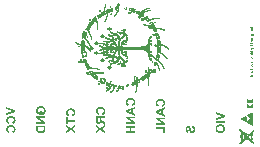
<source format=gbo>
G04*
G04 #@! TF.GenerationSoftware,Altium Limited,Altium Designer,23.8.1 (32)*
G04*
G04 Layer_Color=32896*
%FSLAX44Y44*%
%MOMM*%
G71*
G04*
G04 #@! TF.SameCoordinates,8C545C58-4F73-44F2-8FA6-FEC30D537232*
G04*
G04*
G04 #@! TF.FilePolarity,Positive*
G04*
G01*
G75*
%ADD33C,0.0017*%
%ADD34C,0.0026*%
%ADD35C,0.0023*%
%ADD36C,0.0105*%
G36*
X788890Y737739D02*
Y736063D01*
X781209Y733333D01*
Y734987D01*
X786892Y736863D01*
X781209Y738816D01*
Y740492D01*
X788890Y737739D01*
D02*
G37*
G36*
X785449Y732811D02*
X785760Y732778D01*
X786060Y732734D01*
X786326Y732667D01*
X786581Y732600D01*
X786826Y732512D01*
X787037Y732423D01*
X787225Y732334D01*
X787403Y732245D01*
X787558Y732156D01*
X787680Y732067D01*
X787791Y732001D01*
X787869Y731934D01*
X787936Y731890D01*
X787969Y731857D01*
X787980Y731845D01*
X788169Y731657D01*
X788324Y731457D01*
X788468Y731246D01*
X788579Y731035D01*
X788679Y730824D01*
X788768Y730613D01*
X788835Y730414D01*
X788890Y730225D01*
X788935Y730036D01*
X788968Y729870D01*
X788990Y729714D01*
X789001Y729592D01*
X789012Y729481D01*
X789023Y729404D01*
Y729337D01*
X789012Y729104D01*
X789001Y728893D01*
X788968Y728682D01*
X788923Y728493D01*
X788879Y728316D01*
X788835Y728149D01*
X788779Y727994D01*
X788713Y727850D01*
X788657Y727727D01*
X788602Y727617D01*
X788557Y727517D01*
X788513Y727439D01*
X788468Y727372D01*
X788435Y727328D01*
X788424Y727306D01*
X788413Y727295D01*
X788291Y727150D01*
X788158Y727017D01*
X787858Y726773D01*
X787547Y726573D01*
X787247Y726418D01*
X787103Y726351D01*
X786970Y726296D01*
X786848Y726251D01*
X786748Y726207D01*
X786659Y726173D01*
X786593Y726151D01*
X786548Y726140D01*
X786537D01*
X786071Y727650D01*
X786371Y727738D01*
X786626Y727838D01*
X786837Y727938D01*
X787014Y728049D01*
X787148Y728138D01*
X787236Y728216D01*
X787292Y728271D01*
X787314Y728294D01*
X787447Y728471D01*
X787536Y728649D01*
X787603Y728826D01*
X787658Y728982D01*
X787680Y729126D01*
X787691Y729248D01*
X787702Y729293D01*
Y729348D01*
X787691Y729503D01*
X787680Y729648D01*
X787603Y729914D01*
X787514Y730147D01*
X787392Y730336D01*
X787281Y730491D01*
X787192Y730602D01*
X787148Y730647D01*
X787114Y730680D01*
X787103Y730691D01*
X787092Y730702D01*
X786970Y730791D01*
X786826Y730869D01*
X786670Y730946D01*
X786504Y731002D01*
X786160Y731091D01*
X785816Y731157D01*
X785649Y731180D01*
X785505Y731191D01*
X785360Y731213D01*
X785238D01*
X785150Y731224D01*
X785072D01*
X785016D01*
X785005D01*
X784750Y731213D01*
X784517Y731202D01*
X784306Y731180D01*
X784106Y731146D01*
X783929Y731102D01*
X783762Y731057D01*
X783618Y731013D01*
X783485Y730957D01*
X783374Y730913D01*
X783274Y730869D01*
X783196Y730824D01*
X783129Y730780D01*
X783074Y730747D01*
X783041Y730724D01*
X783018Y730702D01*
X783007D01*
X782896Y730602D01*
X782796Y730491D01*
X782719Y730380D01*
X782652Y730258D01*
X782541Y730025D01*
X782463Y729803D01*
X782419Y729614D01*
X782408Y729526D01*
X782397Y729459D01*
X782386Y729392D01*
Y729315D01*
X782397Y729093D01*
X782441Y728893D01*
X782497Y728715D01*
X782563Y728560D01*
X782630Y728438D01*
X782685Y728349D01*
X782730Y728294D01*
X782741Y728271D01*
X782874Y728127D01*
X783029Y727994D01*
X783185Y727894D01*
X783340Y727816D01*
X783474Y727761D01*
X783573Y727727D01*
X783618Y727705D01*
X783651D01*
X783662Y727694D01*
X783673D01*
X783307Y726162D01*
X782985Y726273D01*
X782708Y726395D01*
X782463Y726529D01*
X782264Y726651D01*
X782108Y726773D01*
X782042Y726817D01*
X781986Y726862D01*
X781953Y726895D01*
X781919Y726928D01*
X781897Y726939D01*
Y726951D01*
X781753Y727117D01*
X781620Y727306D01*
X781509Y727483D01*
X781420Y727672D01*
X781331Y727872D01*
X781265Y728060D01*
X781209Y728249D01*
X781165Y728427D01*
X781132Y728593D01*
X781109Y728749D01*
X781087Y728882D01*
X781076Y729004D01*
X781065Y729104D01*
Y729237D01*
X781076Y729526D01*
X781109Y729814D01*
X781165Y730070D01*
X781231Y730325D01*
X781309Y730547D01*
X781398Y730769D01*
X781498Y730957D01*
X781598Y731135D01*
X781697Y731302D01*
X781797Y731435D01*
X781886Y731557D01*
X781964Y731657D01*
X782030Y731734D01*
X782086Y731790D01*
X782119Y731823D01*
X782130Y731834D01*
X782341Y732012D01*
X782563Y732156D01*
X782796Y732290D01*
X783041Y732401D01*
X783296Y732500D01*
X783540Y732578D01*
X783784Y732645D01*
X784017Y732700D01*
X784250Y732745D01*
X784450Y732767D01*
X784639Y732789D01*
X784794Y732811D01*
X784928D01*
X785027Y732822D01*
X785094D01*
X785105D01*
X785116D01*
X785449Y732811D01*
D02*
G37*
G36*
Y725063D02*
X785760Y725030D01*
X786060Y724986D01*
X786326Y724919D01*
X786581Y724853D01*
X786826Y724764D01*
X787037Y724675D01*
X787225Y724586D01*
X787403Y724497D01*
X787558Y724409D01*
X787680Y724320D01*
X787791Y724253D01*
X787869Y724187D01*
X787936Y724142D01*
X787969Y724109D01*
X787980Y724098D01*
X788169Y723909D01*
X788324Y723709D01*
X788468Y723498D01*
X788579Y723288D01*
X788679Y723077D01*
X788768Y722866D01*
X788835Y722666D01*
X788890Y722477D01*
X788935Y722289D01*
X788968Y722122D01*
X788990Y721967D01*
X789001Y721845D01*
X789012Y721734D01*
X789023Y721656D01*
Y721589D01*
X789012Y721356D01*
X789001Y721145D01*
X788968Y720934D01*
X788923Y720746D01*
X788879Y720568D01*
X788835Y720402D01*
X788779Y720246D01*
X788713Y720102D01*
X788657Y719980D01*
X788602Y719869D01*
X788557Y719769D01*
X788513Y719691D01*
X788468Y719625D01*
X788435Y719580D01*
X788424Y719558D01*
X788413Y719547D01*
X788291Y719403D01*
X788158Y719269D01*
X787858Y719025D01*
X787547Y718825D01*
X787247Y718670D01*
X787103Y718603D01*
X786970Y718548D01*
X786848Y718503D01*
X786748Y718459D01*
X786659Y718426D01*
X786593Y718404D01*
X786548Y718392D01*
X786537D01*
X786071Y719902D01*
X786371Y719991D01*
X786626Y720091D01*
X786837Y720191D01*
X787014Y720302D01*
X787148Y720390D01*
X787236Y720468D01*
X787292Y720524D01*
X787314Y720546D01*
X787447Y720723D01*
X787536Y720901D01*
X787603Y721079D01*
X787658Y721234D01*
X787680Y721378D01*
X787691Y721500D01*
X787702Y721545D01*
Y721600D01*
X787691Y721756D01*
X787680Y721900D01*
X787603Y722166D01*
X787514Y722400D01*
X787392Y722588D01*
X787281Y722744D01*
X787192Y722855D01*
X787148Y722899D01*
X787114Y722932D01*
X787103Y722943D01*
X787092Y722954D01*
X786970Y723043D01*
X786826Y723121D01*
X786670Y723199D01*
X786504Y723254D01*
X786160Y723343D01*
X785816Y723410D01*
X785649Y723432D01*
X785505Y723443D01*
X785360Y723465D01*
X785238D01*
X785150Y723476D01*
X785072D01*
X785016D01*
X785005D01*
X784750Y723465D01*
X784517Y723454D01*
X784306Y723432D01*
X784106Y723399D01*
X783929Y723354D01*
X783762Y723310D01*
X783618Y723265D01*
X783485Y723210D01*
X783374Y723165D01*
X783274Y723121D01*
X783196Y723077D01*
X783129Y723032D01*
X783074Y722999D01*
X783041Y722977D01*
X783018Y722954D01*
X783007D01*
X782896Y722855D01*
X782796Y722744D01*
X782719Y722633D01*
X782652Y722511D01*
X782541Y722277D01*
X782463Y722056D01*
X782419Y721867D01*
X782408Y721778D01*
X782397Y721711D01*
X782386Y721645D01*
Y721567D01*
X782397Y721345D01*
X782441Y721145D01*
X782497Y720968D01*
X782563Y720812D01*
X782630Y720690D01*
X782685Y720601D01*
X782730Y720546D01*
X782741Y720524D01*
X782874Y720379D01*
X783029Y720246D01*
X783185Y720146D01*
X783340Y720069D01*
X783474Y720013D01*
X783573Y719980D01*
X783618Y719958D01*
X783651D01*
X783662Y719947D01*
X783673D01*
X783307Y718415D01*
X782985Y718526D01*
X782708Y718648D01*
X782463Y718781D01*
X782264Y718903D01*
X782108Y719025D01*
X782042Y719070D01*
X781986Y719114D01*
X781953Y719147D01*
X781919Y719181D01*
X781897Y719192D01*
Y719203D01*
X781753Y719369D01*
X781620Y719558D01*
X781509Y719736D01*
X781420Y719924D01*
X781331Y720124D01*
X781265Y720313D01*
X781209Y720501D01*
X781165Y720679D01*
X781132Y720846D01*
X781109Y721001D01*
X781087Y721134D01*
X781076Y721256D01*
X781065Y721356D01*
Y721489D01*
X781076Y721778D01*
X781109Y722067D01*
X781165Y722322D01*
X781231Y722577D01*
X781309Y722799D01*
X781398Y723021D01*
X781498Y723210D01*
X781598Y723387D01*
X781697Y723554D01*
X781797Y723687D01*
X781886Y723809D01*
X781964Y723909D01*
X782030Y723987D01*
X782086Y724042D01*
X782119Y724076D01*
X782130Y724087D01*
X782341Y724264D01*
X782563Y724409D01*
X782796Y724542D01*
X783041Y724653D01*
X783296Y724753D01*
X783540Y724830D01*
X783784Y724897D01*
X784017Y724952D01*
X784250Y724997D01*
X784450Y725019D01*
X784639Y725041D01*
X784794Y725063D01*
X784928D01*
X785027Y725075D01*
X785094D01*
X785105D01*
X785116D01*
X785449Y725063D01*
D02*
G37*
G36*
X810770Y741169D02*
X811148Y741125D01*
X811492Y741047D01*
X811658Y741014D01*
X811803Y740969D01*
X811936Y740925D01*
X812058Y740892D01*
X812158Y740847D01*
X812247Y740814D01*
X812313Y740792D01*
X812369Y740770D01*
X812402Y740748D01*
X812413D01*
X812746Y740559D01*
X813035Y740348D01*
X813290Y740126D01*
X813490Y739904D01*
X813579Y739804D01*
X813656Y739704D01*
X813723Y739626D01*
X813767Y739549D01*
X813812Y739493D01*
X813845Y739438D01*
X813856Y739416D01*
X813867Y739404D01*
X813956Y739227D01*
X814034Y739060D01*
X814156Y738694D01*
X814245Y738339D01*
X814300Y738017D01*
X814322Y737862D01*
X814344Y737728D01*
X814356Y737606D01*
Y737495D01*
X814367Y737418D01*
Y737296D01*
X814356Y736940D01*
X814311Y736607D01*
X814256Y736285D01*
X814189Y736008D01*
X814156Y735886D01*
X814122Y735775D01*
X814089Y735675D01*
X814067Y735586D01*
X814045Y735519D01*
X814023Y735475D01*
X814012Y735442D01*
Y735431D01*
X813878Y735098D01*
X813734Y734820D01*
X813590Y734576D01*
X813468Y734365D01*
X813357Y734210D01*
X813312Y734154D01*
X813268Y734099D01*
X813234Y734065D01*
X813212Y734032D01*
X813190Y734010D01*
X810104D01*
Y737351D01*
X811403D01*
Y735575D01*
X812391D01*
X812491Y735708D01*
X812580Y735853D01*
X812657Y735997D01*
X812724Y736130D01*
X812779Y736241D01*
X812824Y736341D01*
X812846Y736396D01*
X812857Y736407D01*
Y736419D01*
X812924Y736596D01*
X812968Y736774D01*
X813001Y736940D01*
X813024Y737085D01*
X813035Y737218D01*
X813046Y737307D01*
Y737395D01*
X813035Y737573D01*
X813012Y737751D01*
X812979Y737906D01*
X812935Y738061D01*
X812824Y738339D01*
X812768Y738450D01*
X812702Y738561D01*
X812635Y738661D01*
X812580Y738750D01*
X812513Y738816D01*
X812469Y738883D01*
X812424Y738927D01*
X812391Y738960D01*
X812369Y738983D01*
X812358Y738994D01*
X812224Y739094D01*
X812069Y739193D01*
X811914Y739271D01*
X811747Y739338D01*
X811403Y739449D01*
X811070Y739515D01*
X810915Y739538D01*
X810759Y739560D01*
X810637Y739571D01*
X810515Y739582D01*
X810426Y739593D01*
X810349D01*
X810304D01*
X810293D01*
X810060Y739582D01*
X809849Y739571D01*
X809638Y739538D01*
X809449Y739504D01*
X809283Y739460D01*
X809128Y739404D01*
X808983Y739349D01*
X808850Y739293D01*
X808739Y739249D01*
X808639Y739193D01*
X808561Y739138D01*
X808495Y739094D01*
X808439Y739060D01*
X808406Y739027D01*
X808384Y739016D01*
X808373Y739005D01*
X808262Y738883D01*
X808151Y738761D01*
X808073Y738627D01*
X807995Y738494D01*
X807929Y738361D01*
X807873Y738228D01*
X807796Y737973D01*
X807773Y737850D01*
X807751Y737739D01*
X807740Y737640D01*
X807729Y737551D01*
X807718Y737484D01*
Y737384D01*
X807729Y737140D01*
X807773Y736929D01*
X807818Y736740D01*
X807884Y736574D01*
X807940Y736452D01*
X807995Y736352D01*
X808040Y736296D01*
X808051Y736274D01*
X808184Y736119D01*
X808328Y735986D01*
X808473Y735875D01*
X808617Y735797D01*
X808750Y735730D01*
X808850Y735686D01*
X808917Y735664D01*
X808928Y735653D01*
X808939D01*
X808650Y734110D01*
X808462Y734154D01*
X808273Y734221D01*
X808106Y734287D01*
X807951Y734376D01*
X807796Y734454D01*
X807662Y734543D01*
X807540Y734632D01*
X807429Y734720D01*
X807329Y734809D01*
X807241Y734887D01*
X807163Y734953D01*
X807107Y735020D01*
X807063Y735076D01*
X807019Y735120D01*
X807008Y735142D01*
X806996Y735153D01*
X806885Y735309D01*
X806797Y735475D01*
X806719Y735653D01*
X806652Y735841D01*
X806541Y736208D01*
X806475Y736563D01*
X806441Y736729D01*
X806430Y736885D01*
X806419Y737029D01*
X806408Y737151D01*
X806397Y737251D01*
Y737384D01*
X806408Y737784D01*
X806452Y738139D01*
X806486Y738295D01*
X806519Y738450D01*
X806552Y738594D01*
X806586Y738716D01*
X806630Y738827D01*
X806663Y738938D01*
X806697Y739016D01*
X806719Y739094D01*
X806752Y739149D01*
X806763Y739193D01*
X806786Y739216D01*
Y739227D01*
X806985Y739571D01*
X807107Y739715D01*
X807218Y739859D01*
X807340Y739993D01*
X807463Y740115D01*
X807585Y740226D01*
X807696Y740326D01*
X807807Y740403D01*
X807907Y740481D01*
X807995Y740548D01*
X808073Y740603D01*
X808140Y740637D01*
X808184Y740670D01*
X808217Y740681D01*
X808229Y740692D01*
X808406Y740781D01*
X808584Y740859D01*
X808950Y740981D01*
X809316Y741069D01*
X809638Y741125D01*
X809794Y741147D01*
X809927Y741169D01*
X810049Y741180D01*
X810160D01*
X810238Y741191D01*
X810304D01*
X810349D01*
X810360D01*
X810770Y741169D01*
D02*
G37*
G36*
X814222Y731135D02*
X809161D01*
X814222Y728016D01*
Y726462D01*
X806541D01*
Y727894D01*
X811714D01*
X806541Y731068D01*
Y732567D01*
X814222D01*
Y731135D01*
D02*
G37*
G36*
Y721911D02*
X814211Y721611D01*
X814200Y721334D01*
X814178Y721101D01*
X814145Y720912D01*
X814111Y720757D01*
X814089Y720635D01*
X814078Y720601D01*
Y720568D01*
X814067Y720557D01*
Y720546D01*
X813978Y720302D01*
X813878Y720080D01*
X813778Y719902D01*
X813679Y719747D01*
X813590Y719625D01*
X813523Y719536D01*
X813479Y719480D01*
X813456Y719458D01*
X813246Y719269D01*
X813024Y719103D01*
X812791Y718959D01*
X812580Y718848D01*
X812380Y718759D01*
X812302Y718714D01*
X812235Y718692D01*
X812169Y718670D01*
X812124Y718648D01*
X812102Y718637D01*
X812091D01*
X811825Y718559D01*
X811547Y718492D01*
X811281Y718448D01*
X811026Y718426D01*
X810903Y718415D01*
X810792Y718404D01*
X810704D01*
X810615Y718392D01*
X810548D01*
X810504D01*
X810471D01*
X810460D01*
X810071Y718404D01*
X809727Y718437D01*
X809560Y718448D01*
X809416Y718470D01*
X809272Y718492D01*
X809150Y718515D01*
X809039Y718548D01*
X808939Y718570D01*
X808850Y718592D01*
X808783Y718603D01*
X808728Y718626D01*
X808684Y718637D01*
X808661Y718648D01*
X808650D01*
X808384Y718748D01*
X808140Y718870D01*
X807929Y718992D01*
X807751Y719114D01*
X807607Y719214D01*
X807496Y719303D01*
X807429Y719358D01*
X807407Y719369D01*
Y719380D01*
X807230Y719569D01*
X807085Y719758D01*
X806963Y719958D01*
X806863Y720135D01*
X806786Y720291D01*
X806730Y720424D01*
X806719Y720468D01*
X806708Y720501D01*
X806697Y720524D01*
Y720535D01*
X806641Y720746D01*
X806608Y720979D01*
X806575Y721223D01*
X806563Y721456D01*
X806552Y721667D01*
X806541Y721756D01*
Y724819D01*
X814222D01*
Y721911D01*
D02*
G37*
G36*
X836103Y739316D02*
X836413Y739282D01*
X836713Y739238D01*
X836979Y739171D01*
X837235Y739105D01*
X837479Y739016D01*
X837690Y738927D01*
X837878Y738838D01*
X838056Y738750D01*
X838212Y738661D01*
X838334Y738572D01*
X838445Y738505D01*
X838522Y738439D01*
X838589Y738394D01*
X838622Y738361D01*
X838633Y738350D01*
X838822Y738161D01*
X838977Y737962D01*
X839122Y737751D01*
X839233Y737540D01*
X839333Y737329D01*
X839421Y737118D01*
X839488Y736918D01*
X839544Y736729D01*
X839588Y736541D01*
X839621Y736374D01*
X839643Y736219D01*
X839654Y736097D01*
X839666Y735986D01*
X839677Y735908D01*
Y735841D01*
X839666Y735608D01*
X839654Y735397D01*
X839621Y735186D01*
X839577Y734998D01*
X839532Y734820D01*
X839488Y734654D01*
X839433Y734498D01*
X839366Y734354D01*
X839310Y734232D01*
X839255Y734121D01*
X839211Y734021D01*
X839166Y733943D01*
X839122Y733877D01*
X839088Y733832D01*
X839077Y733810D01*
X839066Y733799D01*
X838944Y733655D01*
X838811Y733522D01*
X838511Y733277D01*
X838200Y733078D01*
X837901Y732922D01*
X837756Y732856D01*
X837623Y732800D01*
X837501Y732756D01*
X837401Y732711D01*
X837312Y732678D01*
X837246Y732656D01*
X837201Y732645D01*
X837190D01*
X836724Y734154D01*
X837024Y734243D01*
X837279Y734343D01*
X837490Y734443D01*
X837668Y734554D01*
X837801Y734643D01*
X837890Y734720D01*
X837945Y734776D01*
X837967Y734798D01*
X838101Y734976D01*
X838189Y735153D01*
X838256Y735331D01*
X838311Y735486D01*
X838334Y735630D01*
X838345Y735753D01*
X838356Y735797D01*
Y735853D01*
X838345Y736008D01*
X838334Y736152D01*
X838256Y736419D01*
X838167Y736652D01*
X838045Y736840D01*
X837934Y736996D01*
X837845Y737107D01*
X837801Y737151D01*
X837767Y737185D01*
X837756Y737196D01*
X837745Y737207D01*
X837623Y737296D01*
X837479Y737373D01*
X837324Y737451D01*
X837157Y737506D01*
X836813Y737595D01*
X836469Y737662D01*
X836302Y737684D01*
X836158Y737695D01*
X836014Y737717D01*
X835892D01*
X835803Y737728D01*
X835725D01*
X835670D01*
X835659D01*
X835403Y737717D01*
X835170Y737706D01*
X834959Y737684D01*
X834760Y737651D01*
X834582Y737606D01*
X834415Y737562D01*
X834271Y737517D01*
X834138Y737462D01*
X834027Y737418D01*
X833927Y737373D01*
X833849Y737329D01*
X833783Y737284D01*
X833727Y737251D01*
X833694Y737229D01*
X833672Y737207D01*
X833661D01*
X833550Y737107D01*
X833450Y736996D01*
X833372Y736885D01*
X833305Y736763D01*
X833194Y736530D01*
X833117Y736308D01*
X833072Y736119D01*
X833061Y736030D01*
X833050Y735964D01*
X833039Y735897D01*
Y735819D01*
X833050Y735597D01*
X833094Y735397D01*
X833150Y735220D01*
X833217Y735064D01*
X833283Y734942D01*
X833339Y734854D01*
X833383Y734798D01*
X833394Y734776D01*
X833527Y734632D01*
X833683Y734498D01*
X833838Y734398D01*
X833994Y734321D01*
X834127Y734265D01*
X834227Y734232D01*
X834271Y734210D01*
X834304D01*
X834315Y734199D01*
X834327D01*
X833960Y732667D01*
X833638Y732778D01*
X833361Y732900D01*
X833117Y733033D01*
X832917Y733155D01*
X832762Y733277D01*
X832695Y733322D01*
X832639Y733366D01*
X832606Y733400D01*
X832573Y733433D01*
X832551Y733444D01*
Y733455D01*
X832406Y733622D01*
X832273Y733810D01*
X832162Y733988D01*
X832073Y734176D01*
X831984Y734376D01*
X831918Y734565D01*
X831862Y734754D01*
X831818Y734931D01*
X831785Y735098D01*
X831762Y735253D01*
X831740Y735386D01*
X831729Y735508D01*
X831718Y735608D01*
Y735742D01*
X831729Y736030D01*
X831762Y736319D01*
X831818Y736574D01*
X831885Y736829D01*
X831962Y737051D01*
X832051Y737273D01*
X832151Y737462D01*
X832251Y737640D01*
X832351Y737806D01*
X832451Y737939D01*
X832540Y738061D01*
X832617Y738161D01*
X832684Y738239D01*
X832739Y738295D01*
X832773Y738328D01*
X832784Y738339D01*
X832995Y738516D01*
X833217Y738661D01*
X833450Y738794D01*
X833694Y738905D01*
X833949Y739005D01*
X834193Y739083D01*
X834438Y739149D01*
X834671Y739205D01*
X834904Y739249D01*
X835104Y739271D01*
X835292Y739294D01*
X835448Y739316D01*
X835581D01*
X835681Y739327D01*
X835747D01*
X835759D01*
X835770D01*
X836103Y739316D01*
D02*
G37*
G36*
X833161Y729570D02*
X839544D01*
Y728016D01*
X833161D01*
Y725752D01*
X831862D01*
Y731845D01*
X833161D01*
Y729570D01*
D02*
G37*
G36*
X839544Y723665D02*
X836946Y721956D01*
X839544Y720257D01*
Y718392D01*
X835548Y721034D01*
X831862Y718626D01*
Y720435D01*
X834160Y721956D01*
X831862Y723476D01*
Y725285D01*
X835548Y722877D01*
X839544Y725530D01*
Y723665D01*
D02*
G37*
G36*
X861424Y740503D02*
X861734Y740470D01*
X862034Y740426D01*
X862300Y740359D01*
X862556Y740292D01*
X862800Y740204D01*
X863011Y740115D01*
X863200Y740026D01*
X863377Y739937D01*
X863533Y739848D01*
X863655Y739760D01*
X863766Y739693D01*
X863843Y739626D01*
X863910Y739582D01*
X863943Y739549D01*
X863954Y739538D01*
X864143Y739349D01*
X864298Y739149D01*
X864443Y738938D01*
X864554Y738727D01*
X864654Y738516D01*
X864743Y738306D01*
X864809Y738106D01*
X864865Y737917D01*
X864909Y737728D01*
X864942Y737562D01*
X864965Y737406D01*
X864976Y737284D01*
X864987Y737173D01*
X864998Y737096D01*
Y737029D01*
X864987Y736796D01*
X864976Y736585D01*
X864942Y736374D01*
X864898Y736186D01*
X864854Y736008D01*
X864809Y735841D01*
X864754Y735686D01*
X864687Y735542D01*
X864632Y735420D01*
X864576Y735309D01*
X864532Y735209D01*
X864487Y735131D01*
X864443Y735064D01*
X864409Y735020D01*
X864398Y734998D01*
X864387Y734987D01*
X864265Y734842D01*
X864132Y734709D01*
X863832Y734465D01*
X863521Y734265D01*
X863222Y734110D01*
X863077Y734043D01*
X862944Y733988D01*
X862822Y733943D01*
X862722Y733899D01*
X862634Y733866D01*
X862567Y733843D01*
X862523Y733832D01*
X862511D01*
X862045Y735342D01*
X862345Y735431D01*
X862600Y735531D01*
X862811Y735630D01*
X862989Y735742D01*
X863122Y735830D01*
X863211Y735908D01*
X863266Y735964D01*
X863288Y735986D01*
X863422Y736163D01*
X863510Y736341D01*
X863577Y736518D01*
X863633Y736674D01*
X863655Y736818D01*
X863666Y736940D01*
X863677Y736985D01*
Y737040D01*
X863666Y737196D01*
X863655Y737340D01*
X863577Y737606D01*
X863488Y737839D01*
X863366Y738028D01*
X863255Y738184D01*
X863166Y738295D01*
X863122Y738339D01*
X863089Y738372D01*
X863077Y738383D01*
X863066Y738394D01*
X862944Y738483D01*
X862800Y738561D01*
X862645Y738639D01*
X862478Y738694D01*
X862134Y738783D01*
X861790Y738849D01*
X861623Y738872D01*
X861479Y738883D01*
X861335Y738905D01*
X861213D01*
X861124Y738916D01*
X861046D01*
X860991D01*
X860980D01*
X860724Y738905D01*
X860491Y738894D01*
X860280Y738872D01*
X860081Y738838D01*
X859903Y738794D01*
X859736Y738750D01*
X859592Y738705D01*
X859459Y738650D01*
X859348Y738605D01*
X859248Y738561D01*
X859170Y738516D01*
X859104Y738472D01*
X859048Y738439D01*
X859015Y738417D01*
X858993Y738394D01*
X858982D01*
X858871Y738295D01*
X858771Y738184D01*
X858693Y738073D01*
X858626Y737950D01*
X858515Y737717D01*
X858438Y737495D01*
X858393Y737307D01*
X858382Y737218D01*
X858371Y737151D01*
X858360Y737085D01*
Y737007D01*
X858371Y736785D01*
X858416Y736585D01*
X858471Y736407D01*
X858538Y736252D01*
X858604Y736130D01*
X858660Y736041D01*
X858704Y735986D01*
X858715Y735964D01*
X858848Y735819D01*
X859004Y735686D01*
X859159Y735586D01*
X859315Y735508D01*
X859448Y735453D01*
X859548Y735420D01*
X859592Y735397D01*
X859625D01*
X859637Y735386D01*
X859648D01*
X859281Y733855D01*
X858960Y733966D01*
X858682Y734088D01*
X858438Y734221D01*
X858238Y734343D01*
X858083Y734465D01*
X858016Y734509D01*
X857961Y734554D01*
X857927Y734587D01*
X857894Y734620D01*
X857872Y734632D01*
Y734643D01*
X857727Y734809D01*
X857594Y734998D01*
X857483Y735175D01*
X857394Y735364D01*
X857306Y735564D01*
X857239Y735753D01*
X857184Y735941D01*
X857139Y736119D01*
X857106Y736285D01*
X857084Y736441D01*
X857061Y736574D01*
X857050Y736696D01*
X857039Y736796D01*
Y736929D01*
X857050Y737218D01*
X857084Y737506D01*
X857139Y737762D01*
X857206Y738017D01*
X857283Y738239D01*
X857372Y738461D01*
X857472Y738650D01*
X857572Y738827D01*
X857672Y738994D01*
X857772Y739127D01*
X857861Y739249D01*
X857938Y739349D01*
X858005Y739427D01*
X858060Y739482D01*
X858094Y739515D01*
X858105Y739527D01*
X858316Y739704D01*
X858538Y739848D01*
X858771Y739982D01*
X859015Y740093D01*
X859270Y740192D01*
X859514Y740270D01*
X859759Y740337D01*
X859992Y740392D01*
X860225Y740437D01*
X860425Y740459D01*
X860613Y740481D01*
X860769Y740503D01*
X860902D01*
X861002Y740514D01*
X861068D01*
X861079D01*
X861091D01*
X861424Y740503D01*
D02*
G37*
G36*
X864865Y730935D02*
X861657D01*
Y730436D01*
X861668Y730280D01*
X861679Y730147D01*
X861701Y730036D01*
X861712Y729947D01*
X861734Y729892D01*
X861746Y729859D01*
Y729847D01*
X861790Y729759D01*
X861834Y729670D01*
X861890Y729592D01*
X861934Y729514D01*
X861990Y729459D01*
X862034Y729415D01*
X862056Y729392D01*
X862067Y729381D01*
X862123Y729337D01*
X862178Y729281D01*
X862345Y729159D01*
X862523Y729026D01*
X862722Y728882D01*
X862900Y728760D01*
X862989Y728704D01*
X863055Y728660D01*
X863111Y728615D01*
X863155Y728582D01*
X863188Y728571D01*
X863200Y728560D01*
X864865Y727450D01*
Y725585D01*
X863366Y726529D01*
X863211Y726629D01*
X863055Y726729D01*
X862922Y726817D01*
X862800Y726906D01*
X862689Y726984D01*
X862578Y727050D01*
X862411Y727184D01*
X862278Y727283D01*
X862189Y727350D01*
X862134Y727406D01*
X862123Y727417D01*
X861990Y727539D01*
X861868Y727683D01*
X861768Y727816D01*
X861668Y727949D01*
X861590Y728060D01*
X861535Y728149D01*
X861490Y728216D01*
X861479Y728227D01*
Y728238D01*
X861446Y728049D01*
X861401Y727883D01*
X861357Y727727D01*
X861301Y727572D01*
X861246Y727439D01*
X861190Y727317D01*
X861135Y727195D01*
X861068Y727095D01*
X861013Y727006D01*
X860957Y726928D01*
X860902Y726862D01*
X860857Y726817D01*
X860824Y726773D01*
X860791Y726740D01*
X860780Y726729D01*
X860769Y726717D01*
X860658Y726629D01*
X860547Y726551D01*
X860303Y726418D01*
X860070Y726329D01*
X859836Y726273D01*
X859637Y726229D01*
X859559Y726218D01*
X859481D01*
X859426Y726207D01*
X859370D01*
X859348D01*
X859337D01*
X859093Y726218D01*
X858860Y726262D01*
X858660Y726318D01*
X858482Y726373D01*
X858338Y726440D01*
X858227Y726495D01*
X858194Y726518D01*
X858160Y726540D01*
X858149Y726551D01*
X858138D01*
X857949Y726684D01*
X857794Y726828D01*
X857672Y726973D01*
X857561Y727117D01*
X857494Y727250D01*
X857439Y727350D01*
X857405Y727417D01*
X857394Y727428D01*
Y727439D01*
X857361Y727550D01*
X857328Y727672D01*
X857272Y727949D01*
X857239Y728249D01*
X857206Y728538D01*
Y728682D01*
X857195Y728804D01*
Y728926D01*
X857184Y729026D01*
Y732489D01*
X864865D01*
Y730935D01*
D02*
G37*
G36*
Y723665D02*
X862267Y721956D01*
X864865Y720257D01*
Y718392D01*
X860869Y721034D01*
X857184Y718626D01*
Y720435D01*
X859481Y721956D01*
X857184Y723476D01*
Y725285D01*
X860869Y722877D01*
X864865Y725530D01*
Y723665D01*
D02*
G37*
G36*
X938575Y724608D02*
X938796Y724564D01*
X939007Y724497D01*
X939196Y724442D01*
X939374Y724364D01*
X939540Y724286D01*
X939685Y724209D01*
X939818Y724131D01*
X939929Y724053D01*
X940029Y723976D01*
X940117Y723909D01*
X940195Y723842D01*
X940251Y723798D01*
X940284Y723754D01*
X940306Y723732D01*
X940317Y723720D01*
X940439Y723565D01*
X940539Y723399D01*
X940628Y723221D01*
X940706Y723032D01*
X940761Y722855D01*
X940817Y722666D01*
X940894Y722300D01*
X940928Y722133D01*
X940950Y721978D01*
X940961Y721844D01*
X940972Y721722D01*
X940983Y721622D01*
Y721478D01*
X940972Y721123D01*
X940939Y720801D01*
X940894Y720513D01*
X940872Y720390D01*
X940839Y720268D01*
X940817Y720169D01*
X940795Y720080D01*
X940772Y720002D01*
X940750Y719935D01*
X940728Y719880D01*
X940717Y719847D01*
X940706Y719824D01*
Y719813D01*
X940584Y719569D01*
X940450Y719369D01*
X940317Y719181D01*
X940173Y719036D01*
X940051Y718925D01*
X939940Y718837D01*
X939873Y718792D01*
X939862Y718770D01*
X939851D01*
X939629Y718648D01*
X939418Y718548D01*
X939207Y718481D01*
X939007Y718437D01*
X938852Y718415D01*
X938774Y718404D01*
X938719Y718392D01*
X938674D01*
X938641D01*
X938619D01*
X938608D01*
X938342Y718404D01*
X938108Y718437D01*
X937897Y718492D01*
X937720Y718548D01*
X937576Y718603D01*
X937476Y718659D01*
X937409Y718692D01*
X937387Y718703D01*
X937209Y718825D01*
X937054Y718970D01*
X936921Y719114D01*
X936810Y719247D01*
X936721Y719369D01*
X936654Y719469D01*
X936610Y719536D01*
X936599Y719547D01*
Y719558D01*
X936543Y719669D01*
X936488Y719780D01*
X936388Y720046D01*
X936299Y720324D01*
X936210Y720590D01*
X936177Y720712D01*
X936144Y720834D01*
X936110Y720945D01*
X936088Y721034D01*
X936066Y721112D01*
X936055Y721167D01*
X936044Y721212D01*
Y721223D01*
X935988Y721423D01*
X935944Y721600D01*
X935900Y721767D01*
X935855Y721922D01*
X935811Y722044D01*
X935766Y722166D01*
X935722Y722266D01*
X935689Y722355D01*
X935655Y722433D01*
X935622Y722488D01*
X935600Y722544D01*
X935578Y722577D01*
X935544Y722633D01*
X935533Y722644D01*
X935455Y722721D01*
X935378Y722777D01*
X935300Y722810D01*
X935222Y722832D01*
X935167Y722855D01*
X935111Y722866D01*
X935078D01*
X935067D01*
X934956Y722855D01*
X934867Y722832D01*
X934778Y722788D01*
X934712Y722744D01*
X934656Y722699D01*
X934623Y722655D01*
X934601Y722633D01*
X934590Y722622D01*
X934490Y722466D01*
X934423Y722300D01*
X934368Y722122D01*
X934334Y721955D01*
X934312Y721811D01*
X934301Y721689D01*
Y721578D01*
X934312Y721345D01*
X934345Y721145D01*
X934390Y720979D01*
X934434Y720845D01*
X934479Y720735D01*
X934523Y720657D01*
X934556Y720612D01*
X934567Y720601D01*
X934678Y720490D01*
X934812Y720390D01*
X934945Y720313D01*
X935089Y720257D01*
X935211Y720213D01*
X935311Y720191D01*
X935389Y720169D01*
X935400D01*
X935411D01*
X935356Y718615D01*
X935156Y718626D01*
X934978Y718659D01*
X934801Y718703D01*
X934645Y718759D01*
X934490Y718814D01*
X934345Y718881D01*
X934223Y718948D01*
X934101Y719014D01*
X934001Y719092D01*
X933913Y719158D01*
X933835Y719225D01*
X933768Y719280D01*
X933724Y719325D01*
X933691Y719358D01*
X933668Y719380D01*
X933657Y719391D01*
X933546Y719536D01*
X933446Y719691D01*
X933358Y719858D01*
X933280Y720035D01*
X933224Y720213D01*
X933169Y720390D01*
X933091Y720746D01*
X933069Y720912D01*
X933047Y721056D01*
X933036Y721201D01*
X933025Y721323D01*
X933014Y721423D01*
Y721556D01*
X933025Y721878D01*
X933058Y722166D01*
X933102Y722422D01*
X933147Y722644D01*
X933180Y722744D01*
X933202Y722832D01*
X933224Y722899D01*
X933247Y722966D01*
X933269Y723010D01*
X933280Y723043D01*
X933291Y723065D01*
Y723077D01*
X933402Y723299D01*
X933524Y723487D01*
X933657Y723654D01*
X933779Y723787D01*
X933890Y723898D01*
X933979Y723965D01*
X934046Y724020D01*
X934057Y724031D01*
X934068D01*
X934257Y724142D01*
X934456Y724220D01*
X934645Y724275D01*
X934812Y724309D01*
X934956Y724331D01*
X935067Y724353D01*
X935111D01*
X935145D01*
X935156D01*
X935167D01*
X935333Y724342D01*
X935500Y724320D01*
X935644Y724286D01*
X935788Y724242D01*
X936055Y724131D01*
X936288Y723998D01*
X936388Y723942D01*
X936466Y723876D01*
X936543Y723820D01*
X936610Y723765D01*
X936654Y723720D01*
X936688Y723687D01*
X936710Y723665D01*
X936721Y723654D01*
X936799Y723554D01*
X936876Y723432D01*
X936954Y723310D01*
X937021Y723165D01*
X937154Y722888D01*
X937265Y722599D01*
X937309Y722455D01*
X937354Y722333D01*
X937387Y722211D01*
X937420Y722111D01*
X937442Y722033D01*
X937465Y721967D01*
X937476Y721922D01*
Y721911D01*
X937520Y721733D01*
X937564Y721578D01*
X937598Y721434D01*
X937631Y721301D01*
X937664Y721190D01*
X937687Y721090D01*
X937720Y721001D01*
X937742Y720923D01*
X937753Y720857D01*
X937775Y720801D01*
X937798Y720723D01*
X937820Y720679D01*
Y720668D01*
X937875Y720524D01*
X937931Y720413D01*
X937986Y720313D01*
X938042Y720235D01*
X938086Y720180D01*
X938120Y720146D01*
X938142Y720124D01*
X938153Y720113D01*
X938231Y720058D01*
X938308Y720013D01*
X938386Y719991D01*
X938453Y719969D01*
X938519Y719958D01*
X938575Y719947D01*
X938608D01*
X938619D01*
X938774Y719958D01*
X938907Y720002D01*
X939041Y720069D01*
X939152Y720135D01*
X939240Y720213D01*
X939307Y720268D01*
X939352Y720313D01*
X939363Y720335D01*
X939463Y720490D01*
X939540Y720668D01*
X939596Y720857D01*
X939629Y721034D01*
X939651Y721201D01*
X939673Y721334D01*
Y721456D01*
X939662Y721711D01*
X939618Y721933D01*
X939562Y722122D01*
X939496Y722289D01*
X939429Y722422D01*
X939374Y722511D01*
X939329Y722566D01*
X939318Y722588D01*
X939163Y722732D01*
X938996Y722843D01*
X938808Y722943D01*
X938619Y723010D01*
X938453Y723065D01*
X938319Y723110D01*
X938275Y723121D01*
X938231D01*
X938208Y723132D01*
X938197D01*
X938342Y724642D01*
X938575Y724608D01*
D02*
G37*
G36*
X966171Y733699D02*
Y732023D01*
X958490Y729293D01*
Y730946D01*
X964173Y732822D01*
X958490Y734776D01*
Y736452D01*
X966171Y733699D01*
D02*
G37*
G36*
Y727006D02*
X958490D01*
Y728560D01*
X966171D01*
Y727006D01*
D02*
G37*
G36*
X962719Y725829D02*
X963041Y725796D01*
X963341Y725752D01*
X963618Y725685D01*
X963873Y725607D01*
X964107Y725519D01*
X964329Y725430D01*
X964517Y725330D01*
X964695Y725241D01*
X964839Y725152D01*
X964972Y725063D01*
X965083Y724986D01*
X965161Y724919D01*
X965228Y724875D01*
X965261Y724842D01*
X965272Y724830D01*
X965461Y724631D01*
X965616Y724420D01*
X965760Y724209D01*
X965871Y723976D01*
X965971Y723754D01*
X966060Y723521D01*
X966127Y723310D01*
X966182Y723088D01*
X966227Y722888D01*
X966260Y722699D01*
X966282Y722533D01*
X966293Y722388D01*
X966304Y722277D01*
X966315Y722189D01*
Y722111D01*
X966304Y721800D01*
X966271Y721512D01*
X966216Y721234D01*
X966149Y720979D01*
X966071Y720735D01*
X965982Y720513D01*
X965894Y720313D01*
X965794Y720124D01*
X965694Y719969D01*
X965605Y719824D01*
X965516Y719702D01*
X965439Y719602D01*
X965372Y719514D01*
X965316Y719458D01*
X965283Y719425D01*
X965272Y719414D01*
X965061Y719236D01*
X964839Y719081D01*
X964606Y718936D01*
X964373Y718825D01*
X964129Y718726D01*
X963885Y718637D01*
X963640Y718570D01*
X963407Y718515D01*
X963196Y718481D01*
X962986Y718448D01*
X962808Y718426D01*
X962653Y718404D01*
X962519D01*
X962419Y718392D01*
X962364D01*
X962342D01*
X961998Y718404D01*
X961676Y718437D01*
X961376Y718481D01*
X961087Y718548D01*
X960832Y718626D01*
X960588Y718714D01*
X960366Y718803D01*
X960177Y718903D01*
X960000Y719003D01*
X959844Y719092D01*
X959711Y719181D01*
X959600Y719258D01*
X959522Y719314D01*
X959456Y719369D01*
X959422Y719403D01*
X959411Y719414D01*
X959223Y719613D01*
X959056Y719824D01*
X958912Y720046D01*
X958790Y720268D01*
X958690Y720501D01*
X958601Y720723D01*
X958534Y720945D01*
X958479Y721156D01*
X958435Y721356D01*
X958401Y721545D01*
X958379Y721711D01*
X958357Y721856D01*
Y721967D01*
X958346Y722055D01*
Y722133D01*
X958357Y722466D01*
X958390Y722788D01*
X958446Y723065D01*
X958501Y723310D01*
X958534Y723410D01*
X958557Y723510D01*
X958579Y723587D01*
X958612Y723654D01*
X958623Y723709D01*
X958645Y723754D01*
X958656Y723776D01*
Y723787D01*
X958745Y723987D01*
X958856Y724175D01*
X958978Y724342D01*
X959089Y724486D01*
X959189Y724608D01*
X959278Y724708D01*
X959334Y724764D01*
X959345Y724775D01*
X959356Y724786D01*
X959533Y724941D01*
X959722Y725086D01*
X959889Y725208D01*
X960055Y725308D01*
X960199Y725385D01*
X960310Y725452D01*
X960355Y725463D01*
X960388Y725485D01*
X960399Y725496D01*
X960410D01*
X960721Y725607D01*
X961054Y725696D01*
X961387Y725752D01*
X961698Y725796D01*
X961842Y725807D01*
X961975Y725818D01*
X962086Y725829D01*
X962186D01*
X962275Y725841D01*
X962331D01*
X962375D01*
X962386D01*
X962719Y725829D01*
D02*
G37*
G36*
X912066Y747352D02*
X912377Y747319D01*
X912676Y747274D01*
X912943Y747208D01*
X913198Y747141D01*
X913442Y747052D01*
X913653Y746963D01*
X913842Y746875D01*
X914019Y746786D01*
X914175Y746697D01*
X914297Y746608D01*
X914408Y746542D01*
X914485Y746475D01*
X914552Y746431D01*
X914585Y746397D01*
X914596Y746386D01*
X914785Y746198D01*
X914941Y745998D01*
X915085Y745787D01*
X915196Y745576D01*
X915296Y745365D01*
X915385Y745154D01*
X915451Y744954D01*
X915507Y744766D01*
X915551Y744577D01*
X915584Y744410D01*
X915607Y744255D01*
X915618Y744133D01*
X915629Y744022D01*
X915640Y743944D01*
Y743878D01*
X915629Y743645D01*
X915618Y743434D01*
X915584Y743223D01*
X915540Y743034D01*
X915496Y742857D01*
X915451Y742690D01*
X915396Y742535D01*
X915329Y742390D01*
X915274Y742268D01*
X915218Y742157D01*
X915174Y742057D01*
X915129Y741980D01*
X915085Y741913D01*
X915052Y741869D01*
X915041Y741846D01*
X915029Y741835D01*
X914907Y741691D01*
X914774Y741558D01*
X914474Y741314D01*
X914164Y741114D01*
X913864Y740958D01*
X913720Y740892D01*
X913587Y740836D01*
X913464Y740792D01*
X913364Y740748D01*
X913276Y740714D01*
X913209Y740692D01*
X913165Y740681D01*
X913154D01*
X912687Y742190D01*
X912987Y742279D01*
X913242Y742379D01*
X913453Y742479D01*
X913631Y742590D01*
X913764Y742679D01*
X913853Y742757D01*
X913908Y742812D01*
X913931Y742834D01*
X914064Y743012D01*
X914153Y743189D01*
X914219Y743367D01*
X914275Y743522D01*
X914297Y743667D01*
X914308Y743789D01*
X914319Y743833D01*
Y743889D01*
X914308Y744044D01*
X914297Y744189D01*
X914219Y744455D01*
X914130Y744688D01*
X914008Y744877D01*
X913897Y745032D01*
X913809Y745143D01*
X913764Y745188D01*
X913731Y745221D01*
X913720Y745232D01*
X913709Y745243D01*
X913587Y745332D01*
X913442Y745409D01*
X913287Y745487D01*
X913120Y745543D01*
X912776Y745631D01*
X912432Y745698D01*
X912266Y745720D01*
X912121Y745731D01*
X911977Y745754D01*
X911855D01*
X911766Y745765D01*
X911688D01*
X911633D01*
X911622D01*
X911367Y745754D01*
X911133Y745742D01*
X910922Y745720D01*
X910723Y745687D01*
X910545Y745643D01*
X910379Y745598D01*
X910234Y745554D01*
X910101Y745498D01*
X909990Y745454D01*
X909890Y745409D01*
X909812Y745365D01*
X909746Y745321D01*
X909690Y745287D01*
X909657Y745265D01*
X909635Y745243D01*
X909624D01*
X909513Y745143D01*
X909413Y745032D01*
X909335Y744921D01*
X909269Y744799D01*
X909158Y744566D01*
X909080Y744344D01*
X909035Y744155D01*
X909024Y744066D01*
X909013Y744000D01*
X909002Y743933D01*
Y743856D01*
X909013Y743633D01*
X909058Y743434D01*
X909113Y743256D01*
X909180Y743101D01*
X909246Y742979D01*
X909302Y742890D01*
X909346Y742834D01*
X909357Y742812D01*
X909491Y742668D01*
X909646Y742535D01*
X909801Y742435D01*
X909957Y742357D01*
X910090Y742301D01*
X910190Y742268D01*
X910234Y742246D01*
X910268D01*
X910279Y742235D01*
X910290D01*
X909923Y740703D01*
X909602Y740814D01*
X909324Y740936D01*
X909080Y741069D01*
X908880Y741191D01*
X908725Y741314D01*
X908658Y741358D01*
X908603Y741402D01*
X908569Y741436D01*
X908536Y741469D01*
X908514Y741480D01*
Y741491D01*
X908370Y741658D01*
X908236Y741846D01*
X908125Y742024D01*
X908037Y742213D01*
X907948Y742412D01*
X907881Y742601D01*
X907826Y742790D01*
X907781Y742968D01*
X907748Y743134D01*
X907726Y743289D01*
X907704Y743423D01*
X907692Y743545D01*
X907681Y743645D01*
Y743778D01*
X907692Y744066D01*
X907726Y744355D01*
X907781Y744610D01*
X907848Y744866D01*
X907926Y745088D01*
X908014Y745310D01*
X908114Y745498D01*
X908214Y745676D01*
X908314Y745842D01*
X908414Y745975D01*
X908503Y746098D01*
X908580Y746198D01*
X908647Y746275D01*
X908703Y746331D01*
X908736Y746364D01*
X908747Y746375D01*
X908958Y746553D01*
X909180Y746697D01*
X909413Y746830D01*
X909657Y746941D01*
X909912Y747041D01*
X910157Y747119D01*
X910401Y747185D01*
X910634Y747241D01*
X910867Y747285D01*
X911067Y747308D01*
X911255Y747330D01*
X911411Y747352D01*
X911544D01*
X911644Y747363D01*
X911711D01*
X911722D01*
X911733D01*
X912066Y747352D01*
D02*
G37*
G36*
X915507Y738483D02*
X913764Y737850D01*
Y734765D01*
X915507Y734099D01*
Y732423D01*
X907826Y735508D01*
Y737151D01*
X915507Y740126D01*
Y738483D01*
D02*
G37*
G36*
Y730158D02*
X910445D01*
X915507Y727039D01*
Y725485D01*
X907826D01*
Y726917D01*
X912998D01*
X907826Y730092D01*
Y731590D01*
X915507D01*
Y730158D01*
D02*
G37*
G36*
Y718392D02*
X914208D01*
Y722255D01*
X907881D01*
Y723809D01*
X915507D01*
Y718392D01*
D02*
G37*
G36*
X886745Y748040D02*
X887056Y748007D01*
X887355Y747962D01*
X887622Y747896D01*
X887877Y747829D01*
X888121Y747740D01*
X888332Y747652D01*
X888521Y747563D01*
X888698Y747474D01*
X888854Y747385D01*
X888976Y747296D01*
X889087Y747230D01*
X889165Y747163D01*
X889231Y747119D01*
X889264Y747085D01*
X889276Y747074D01*
X889464Y746886D01*
X889620Y746686D01*
X889764Y746475D01*
X889875Y746264D01*
X889975Y746053D01*
X890063Y745842D01*
X890130Y745643D01*
X890186Y745454D01*
X890230Y745265D01*
X890263Y745099D01*
X890285Y744943D01*
X890297Y744821D01*
X890308Y744710D01*
X890319Y744632D01*
Y744566D01*
X890308Y744333D01*
X890297Y744122D01*
X890263Y743911D01*
X890219Y743722D01*
X890174Y743545D01*
X890130Y743378D01*
X890075Y743223D01*
X890008Y743079D01*
X889953Y742956D01*
X889897Y742845D01*
X889853Y742746D01*
X889808Y742668D01*
X889764Y742601D01*
X889731Y742557D01*
X889719Y742535D01*
X889708Y742523D01*
X889586Y742379D01*
X889453Y742246D01*
X889153Y742002D01*
X888843Y741802D01*
X888543Y741647D01*
X888399Y741580D01*
X888265Y741525D01*
X888143Y741480D01*
X888043Y741436D01*
X887955Y741402D01*
X887888Y741380D01*
X887844Y741369D01*
X887832D01*
X887366Y742879D01*
X887666Y742968D01*
X887921Y743067D01*
X888132Y743167D01*
X888310Y743278D01*
X888443Y743367D01*
X888532Y743445D01*
X888587Y743500D01*
X888609Y743522D01*
X888743Y743700D01*
X888831Y743878D01*
X888898Y744055D01*
X888954Y744211D01*
X888976Y744355D01*
X888987Y744477D01*
X888998Y744521D01*
Y744577D01*
X888987Y744732D01*
X888976Y744877D01*
X888898Y745143D01*
X888809Y745376D01*
X888687Y745565D01*
X888576Y745720D01*
X888487Y745831D01*
X888443Y745876D01*
X888410Y745909D01*
X888399Y745920D01*
X888388Y745931D01*
X888265Y746020D01*
X888121Y746098D01*
X887966Y746175D01*
X887799Y746231D01*
X887455Y746320D01*
X887111Y746386D01*
X886945Y746408D01*
X886800Y746420D01*
X886656Y746442D01*
X886534D01*
X886445Y746453D01*
X886367D01*
X886312D01*
X886301D01*
X886045Y746442D01*
X885812Y746431D01*
X885601Y746408D01*
X885402Y746375D01*
X885224Y746331D01*
X885058Y746286D01*
X884913Y746242D01*
X884780Y746186D01*
X884669Y746142D01*
X884569Y746098D01*
X884491Y746053D01*
X884425Y746009D01*
X884369Y745975D01*
X884336Y745953D01*
X884314Y745931D01*
X884303D01*
X884192Y745831D01*
X884092Y745720D01*
X884014Y745609D01*
X883948Y745487D01*
X883837Y745254D01*
X883759Y745032D01*
X883715Y744843D01*
X883703Y744755D01*
X883692Y744688D01*
X883681Y744621D01*
Y744544D01*
X883692Y744322D01*
X883737Y744122D01*
X883792Y743944D01*
X883859Y743789D01*
X883925Y743667D01*
X883981Y743578D01*
X884025Y743522D01*
X884036Y743500D01*
X884170Y743356D01*
X884325Y743223D01*
X884480Y743123D01*
X884636Y743045D01*
X884769Y742990D01*
X884869Y742956D01*
X884913Y742934D01*
X884947D01*
X884958Y742923D01*
X884969D01*
X884602Y741391D01*
X884281Y741502D01*
X884003Y741624D01*
X883759Y741758D01*
X883559Y741880D01*
X883404Y742002D01*
X883337Y742046D01*
X883282Y742091D01*
X883248Y742124D01*
X883215Y742157D01*
X883193Y742168D01*
Y742179D01*
X883048Y742346D01*
X882915Y742535D01*
X882804Y742712D01*
X882716Y742901D01*
X882627Y743101D01*
X882560Y743289D01*
X882505Y743478D01*
X882460Y743656D01*
X882427Y743822D01*
X882405Y743978D01*
X882383Y744111D01*
X882371Y744233D01*
X882360Y744333D01*
Y744466D01*
X882371Y744755D01*
X882405Y745043D01*
X882460Y745298D01*
X882527Y745554D01*
X882605Y745776D01*
X882693Y745998D01*
X882793Y746186D01*
X882893Y746364D01*
X882993Y746531D01*
X883093Y746664D01*
X883182Y746786D01*
X883259Y746886D01*
X883326Y746963D01*
X883382Y747019D01*
X883415Y747052D01*
X883426Y747063D01*
X883637Y747241D01*
X883859Y747385D01*
X884092Y747518D01*
X884336Y747629D01*
X884591Y747729D01*
X884836Y747807D01*
X885080Y747874D01*
X885313Y747929D01*
X885546Y747973D01*
X885746Y747996D01*
X885934Y748018D01*
X886090Y748040D01*
X886223D01*
X886323Y748051D01*
X886389D01*
X886401D01*
X886412D01*
X886745Y748040D01*
D02*
G37*
G36*
X890186Y739171D02*
X888443Y738539D01*
Y735453D01*
X890186Y734787D01*
Y733111D01*
X882505Y736197D01*
Y737839D01*
X890186Y740814D01*
Y739171D01*
D02*
G37*
G36*
Y730846D02*
X885124D01*
X890186Y727728D01*
Y726173D01*
X882505D01*
Y727605D01*
X887677D01*
X882505Y730780D01*
Y732278D01*
X890186D01*
Y730846D01*
D02*
G37*
G36*
Y722977D02*
X886822D01*
Y719947D01*
X890186D01*
Y718392D01*
X882505D01*
Y719947D01*
X885524D01*
Y722977D01*
X882505D01*
Y724531D01*
X890186D01*
Y722977D01*
D02*
G37*
G36*
X989155Y809496D02*
X989233Y809489D01*
X989306Y809478D01*
X989376Y809463D01*
X989439Y809448D01*
X989498Y809430D01*
X989549Y809408D01*
X989597Y809386D01*
X989641Y809367D01*
X989678Y809345D01*
X989711Y809327D01*
X989737Y809308D01*
X989759Y809297D01*
X989774Y809286D01*
X989781Y809279D01*
X989785Y809275D01*
X989829Y809231D01*
X989870Y809187D01*
X989903Y809139D01*
X989932Y809095D01*
X989958Y809047D01*
X989977Y809003D01*
X989995Y808959D01*
X990006Y808918D01*
X990017Y808878D01*
X990024Y808841D01*
X990032Y808811D01*
X990035Y808782D01*
X990039Y808760D01*
Y808730D01*
X990035Y808671D01*
X990028Y808616D01*
X990017Y808561D01*
X990002Y808513D01*
X989988Y808476D01*
X989977Y808443D01*
X989969Y808425D01*
X989966Y808417D01*
X989932Y808362D01*
X989896Y808310D01*
X989855Y808262D01*
X989818Y808226D01*
X989785Y808193D01*
X989756Y808167D01*
X989737Y808152D01*
X989730Y808148D01*
X989999D01*
Y807695D01*
X987450D01*
Y808185D01*
X988367D01*
X988323Y808229D01*
X988282Y808274D01*
X988249Y808318D01*
X988216Y808366D01*
X988194Y808410D01*
X988172Y808454D01*
X988154Y808498D01*
X988142Y808539D01*
X988131Y808579D01*
X988124Y808612D01*
X988117Y808646D01*
X988113Y808671D01*
X988109Y808693D01*
Y808723D01*
X988113Y808785D01*
X988120Y808844D01*
X988131Y808900D01*
X988146Y808955D01*
X988187Y809047D01*
X988209Y809091D01*
X988231Y809128D01*
X988257Y809165D01*
X988279Y809194D01*
X988297Y809220D01*
X988316Y809242D01*
X988334Y809261D01*
X988345Y809272D01*
X988352Y809279D01*
X988356Y809283D01*
X988404Y809320D01*
X988456Y809353D01*
X988511Y809382D01*
X988570Y809408D01*
X988629Y809430D01*
X988688Y809448D01*
X988805Y809474D01*
X988857Y809482D01*
X988908Y809489D01*
X988953Y809493D01*
X988993Y809496D01*
X989026Y809500D01*
X989048D01*
X989067D01*
X989071D01*
X989155Y809496D01*
D02*
G37*
G36*
X989159Y807353D02*
X989229Y807349D01*
X989292Y807338D01*
X989351Y807327D01*
X989409Y807316D01*
X989461Y807298D01*
X989509Y807283D01*
X989553Y807264D01*
X989594Y807250D01*
X989627Y807231D01*
X989656Y807216D01*
X989682Y807206D01*
X989700Y807191D01*
X989715Y807183D01*
X989723Y807180D01*
X989726Y807176D01*
X989781Y807128D01*
X989829Y807080D01*
X989870Y807025D01*
X989907Y806966D01*
X989936Y806907D01*
X989962Y806848D01*
X989984Y806789D01*
X989999Y806730D01*
X990013Y806679D01*
X990021Y806627D01*
X990028Y806579D01*
X990035Y806539D01*
Y806506D01*
X990039Y806484D01*
Y806461D01*
X990032Y806355D01*
X990017Y806255D01*
X989995Y806171D01*
X989969Y806097D01*
X989955Y806064D01*
X989943Y806038D01*
X989932Y806012D01*
X989921Y805994D01*
X989910Y805979D01*
X989907Y805964D01*
X989899Y805961D01*
Y805957D01*
X989840Y805887D01*
X989778Y805824D01*
X989708Y805773D01*
X989641Y805732D01*
X989583Y805699D01*
X989557Y805688D01*
X989535Y805677D01*
X989516Y805670D01*
X989501Y805662D01*
X989494Y805659D01*
X989490D01*
X989409Y806145D01*
X989457Y806163D01*
X989501Y806182D01*
X989535Y806200D01*
X989564Y806222D01*
X989586Y806237D01*
X989601Y806252D01*
X989608Y806263D01*
X989612Y806266D01*
X989634Y806296D01*
X989649Y806329D01*
X989660Y806362D01*
X989667Y806392D01*
X989671Y806417D01*
X989675Y806439D01*
Y806458D01*
X989671Y806517D01*
X989656Y806572D01*
X989638Y806624D01*
X989616Y806664D01*
X989594Y806697D01*
X989575Y806719D01*
X989560Y806738D01*
X989557Y806741D01*
X989509Y806778D01*
X989454Y806804D01*
X989395Y806826D01*
X989343Y806841D01*
X989292Y806848D01*
X989255Y806852D01*
X989240Y806856D01*
X989229D01*
X989222D01*
X989218D01*
Y805633D01*
X989115D01*
X989023Y805640D01*
X988934Y805651D01*
X988853Y805666D01*
X988776Y805684D01*
X988710Y805703D01*
X988647Y805725D01*
X988592Y805747D01*
X988544Y805769D01*
X988500Y805791D01*
X988467Y805810D01*
X988437Y805828D01*
X988415Y805843D01*
X988397Y805854D01*
X988389Y805861D01*
X988385Y805865D01*
X988338Y805909D01*
X988294Y805961D01*
X988257Y806012D01*
X988227Y806064D01*
X988198Y806119D01*
X988176Y806174D01*
X988157Y806226D01*
X988142Y806277D01*
X988131Y806325D01*
X988124Y806369D01*
X988117Y806410D01*
X988113Y806443D01*
X988109Y806473D01*
Y806513D01*
X988113Y806579D01*
X988120Y806642D01*
X988135Y806705D01*
X988150Y806760D01*
X988168Y806815D01*
X988190Y806863D01*
X988216Y806911D01*
X988238Y806951D01*
X988264Y806988D01*
X988290Y807021D01*
X988312Y807051D01*
X988330Y807073D01*
X988345Y807091D01*
X988360Y807106D01*
X988367Y807113D01*
X988371Y807117D01*
X988422Y807158D01*
X988478Y807194D01*
X988533Y807228D01*
X988592Y807257D01*
X988654Y807279D01*
X988713Y807298D01*
X988828Y807327D01*
X988883Y807338D01*
X988931Y807346D01*
X988975Y807349D01*
X989012Y807353D01*
X989045Y807356D01*
X989071D01*
X989085D01*
X989089D01*
X989159Y807353D01*
D02*
G37*
G36*
X989564Y805371D02*
X989649Y805331D01*
X989719Y805287D01*
X989778Y805239D01*
X989826Y805195D01*
X989859Y805154D01*
X989874Y805143D01*
X989881Y805132D01*
X989884Y805125D01*
X989888Y805121D01*
X989914Y805077D01*
X989940Y805033D01*
X989977Y804933D01*
X990002Y804834D01*
X990021Y804738D01*
X990028Y804694D01*
X990032Y804653D01*
X990035Y804616D01*
Y804583D01*
X990039Y804557D01*
Y804521D01*
X990035Y804447D01*
X990032Y804377D01*
X990021Y804311D01*
X990010Y804248D01*
X989999Y804193D01*
X989980Y804141D01*
X989966Y804093D01*
X989947Y804053D01*
X989932Y804016D01*
X989914Y803983D01*
X989899Y803957D01*
X989888Y803935D01*
X989874Y803917D01*
X989866Y803905D01*
X989862Y803898D01*
X989859Y803895D01*
X989822Y803858D01*
X989785Y803824D01*
X989748Y803795D01*
X989711Y803769D01*
X989675Y803751D01*
X989638Y803732D01*
X989572Y803707D01*
X989509Y803692D01*
X989483Y803688D01*
X989465Y803684D01*
X989446Y803681D01*
X989432D01*
X989424D01*
X989420D01*
X989339Y803688D01*
X989266Y803707D01*
X989203Y803729D01*
X989152Y803758D01*
X989111Y803788D01*
X989082Y803810D01*
X989067Y803828D01*
X989060Y803836D01*
X989037Y803869D01*
X989012Y803902D01*
X988993Y803942D01*
X988971Y803987D01*
X988934Y804075D01*
X988901Y804167D01*
X988875Y804248D01*
X988868Y804285D01*
X988857Y804318D01*
X988850Y804344D01*
X988846Y804362D01*
X988842Y804377D01*
Y804381D01*
X988824Y804451D01*
X988809Y804513D01*
X988794Y804568D01*
X988780Y804616D01*
X988769Y804660D01*
X988757Y804697D01*
X988746Y804727D01*
X988739Y804756D01*
X988728Y804778D01*
X988721Y804797D01*
X988717Y804811D01*
X988710Y804819D01*
X988706Y804834D01*
X988702Y804837D01*
X988688Y804852D01*
X988673Y804863D01*
X988643Y804878D01*
X988621Y804885D01*
X988618D01*
X988614D01*
X988592Y804882D01*
X988573Y804878D01*
X988540Y804856D01*
X988522Y804837D01*
X988514Y804834D01*
Y804830D01*
X988496Y804793D01*
X988481Y804753D01*
X988474Y804708D01*
X988467Y804660D01*
X988463Y804620D01*
X988459Y804587D01*
Y804554D01*
X988463Y804499D01*
X988467Y804451D01*
X988478Y804410D01*
X988489Y804377D01*
X988500Y804351D01*
X988507Y804333D01*
X988514Y804322D01*
X988518Y804318D01*
X988540Y804289D01*
X988566Y804267D01*
X988592Y804244D01*
X988621Y804230D01*
X988643Y804219D01*
X988662Y804211D01*
X988677Y804204D01*
X988680D01*
X988596Y803744D01*
X988511Y803773D01*
X988437Y803813D01*
X988374Y803854D01*
X988327Y803898D01*
X988286Y803935D01*
X988257Y803968D01*
X988242Y803990D01*
X988234Y803994D01*
Y803998D01*
X988212Y804034D01*
X988194Y804075D01*
X988161Y804163D01*
X988139Y804255D01*
X988124Y804348D01*
X988120Y804392D01*
X988117Y804432D01*
X988113Y804469D01*
X988109Y804499D01*
Y804635D01*
X988117Y804701D01*
X988124Y804764D01*
X988135Y804823D01*
X988146Y804874D01*
X988161Y804922D01*
X988176Y804966D01*
X988190Y805007D01*
X988209Y805040D01*
X988223Y805069D01*
X988238Y805095D01*
X988249Y805114D01*
X988260Y805132D01*
X988268Y805143D01*
X988271Y805147D01*
X988275Y805150D01*
X988305Y805183D01*
X988338Y805213D01*
X988371Y805239D01*
X988408Y805257D01*
X988474Y805294D01*
X988537Y805316D01*
X988592Y805327D01*
X988618Y805331D01*
X988636Y805334D01*
X988654Y805338D01*
X988665D01*
X988673D01*
X988677D01*
X988724Y805334D01*
X988769Y805327D01*
X988813Y805320D01*
X988853Y805305D01*
X988923Y805268D01*
X988982Y805228D01*
X989030Y805191D01*
X989063Y805154D01*
X989078Y805139D01*
X989085Y805132D01*
X989089Y805125D01*
X989093Y805121D01*
X989111Y805088D01*
X989133Y805044D01*
X989155Y804992D01*
X989174Y804937D01*
X989196Y804878D01*
X989214Y804815D01*
X989251Y804686D01*
X989269Y804624D01*
X989284Y804565D01*
X989299Y804513D01*
X989310Y804465D01*
X989317Y804425D01*
X989325Y804395D01*
X989332Y804377D01*
Y804370D01*
X989343Y804325D01*
X989354Y804292D01*
X989365Y804263D01*
X989373Y804241D01*
X989384Y804226D01*
X989387Y804215D01*
X989395Y804208D01*
X989424Y804185D01*
X989454Y804174D01*
X989476Y804171D01*
X989483D01*
X989487D01*
X989516Y804174D01*
X989542Y804182D01*
X989564Y804193D01*
X989583Y804204D01*
X989597Y804215D01*
X989608Y804226D01*
X989616Y804233D01*
X989619Y804237D01*
X989641Y804277D01*
X989656Y804322D01*
X989671Y804370D01*
X989678Y804414D01*
X989682Y804454D01*
X989686Y804491D01*
Y804521D01*
X989682Y804583D01*
X989675Y804635D01*
X989663Y804683D01*
X989649Y804719D01*
X989638Y804749D01*
X989627Y804771D01*
X989619Y804786D01*
X989616Y804789D01*
X989586Y804823D01*
X989549Y804848D01*
X989516Y804871D01*
X989479Y804889D01*
X989446Y804900D01*
X989420Y804907D01*
X989406Y804915D01*
X989398D01*
X989472Y805405D01*
X989564Y805371D01*
D02*
G37*
G36*
X989999Y802764D02*
X988150D01*
Y803254D01*
X989999D01*
Y802764D01*
D02*
G37*
G36*
X987903D02*
X987450D01*
Y803254D01*
X987903D01*
Y802764D01*
D02*
G37*
G36*
X989133Y802366D02*
X989200Y802362D01*
X989317Y802344D01*
X989373Y802329D01*
X989424Y802315D01*
X989472Y802300D01*
X989512Y802285D01*
X989553Y802270D01*
X989586Y802255D01*
X989616Y802241D01*
X989641Y802226D01*
X989660Y802215D01*
X989675Y802208D01*
X989682Y802200D01*
X989686D01*
X989741Y802156D01*
X989789Y802112D01*
X989829Y802064D01*
X989866Y802016D01*
X989896Y801968D01*
X989921Y801917D01*
X989943Y801869D01*
X989958Y801825D01*
X989973Y801780D01*
X989980Y801740D01*
X989988Y801703D01*
X989995Y801674D01*
Y801648D01*
X989999Y801626D01*
Y801611D01*
X989995Y801548D01*
X989984Y801489D01*
X989969Y801434D01*
X989951Y801383D01*
X989903Y801291D01*
X989877Y801246D01*
X989848Y801210D01*
X989822Y801176D01*
X989796Y801143D01*
X989770Y801117D01*
X989748Y801099D01*
X989726Y801081D01*
X989711Y801070D01*
X989704Y801062D01*
X989700Y801059D01*
X989969D01*
X990024D01*
X990072Y801062D01*
X990109Y801066D01*
X990139Y801070D01*
X990164Y801077D01*
X990179Y801081D01*
X990186Y801084D01*
X990190D01*
X990220Y801099D01*
X990245Y801114D01*
X990267Y801128D01*
X990286Y801143D01*
X990301Y801158D01*
X990308Y801169D01*
X990312Y801176D01*
X990315Y801180D01*
X990334Y801221D01*
X990349Y801265D01*
X990360Y801313D01*
X990367Y801361D01*
X990371Y801401D01*
X990374Y801434D01*
Y801467D01*
X990371Y801519D01*
X990367Y801563D01*
X990356Y801600D01*
X990345Y801629D01*
X990338Y801655D01*
X990327Y801670D01*
X990323Y801681D01*
X990319Y801685D01*
X990304Y801703D01*
X990282Y801718D01*
X990238Y801736D01*
X990220Y801740D01*
X990201Y801744D01*
X990190Y801747D01*
X990186D01*
X990120Y802307D01*
X990142Y802311D01*
X990161D01*
X990175D01*
X990179D01*
X990223Y802307D01*
X990267Y802303D01*
X990349Y802281D01*
X990418Y802248D01*
X990478Y802211D01*
X990525Y802178D01*
X990558Y802145D01*
X990581Y802123D01*
X990584Y802119D01*
X990588Y802116D01*
X990617Y802075D01*
X990639Y802031D01*
X990662Y801979D01*
X990680Y801928D01*
X990710Y801817D01*
X990728Y801707D01*
X990735Y801655D01*
X990743Y801607D01*
X990746Y801563D01*
Y801526D01*
X990750Y801493D01*
Y801449D01*
X990746Y801361D01*
X990743Y801280D01*
X990732Y801210D01*
X990721Y801147D01*
X990713Y801099D01*
X990702Y801066D01*
X990698Y801044D01*
X990695Y801037D01*
X990673Y800977D01*
X990651Y800926D01*
X990625Y800882D01*
X990603Y800845D01*
X990584Y800819D01*
X990566Y800797D01*
X990555Y800782D01*
X990551Y800779D01*
X990514Y800742D01*
X990474Y800712D01*
X990430Y800687D01*
X990389Y800665D01*
X990352Y800646D01*
X990323Y800635D01*
X990304Y800628D01*
X990297Y800624D01*
X990264Y800613D01*
X990231Y800606D01*
X990153Y800591D01*
X990072Y800583D01*
X989991Y800576D01*
X989921Y800572D01*
X989892Y800569D01*
X989862D01*
X989840D01*
X989826D01*
X989815D01*
X989811D01*
X988150D01*
Y801025D01*
X988415D01*
X988360Y801070D01*
X988316Y801114D01*
X988271Y801162D01*
X988238Y801210D01*
X988209Y801257D01*
X988183Y801305D01*
X988165Y801349D01*
X988146Y801394D01*
X988135Y801434D01*
X988124Y801471D01*
X988120Y801508D01*
X988113Y801534D01*
Y801560D01*
X988109Y801578D01*
Y801593D01*
X988113Y801652D01*
X988120Y801711D01*
X988131Y801766D01*
X988146Y801821D01*
X988187Y801913D01*
X988209Y801957D01*
X988231Y801994D01*
X988257Y802031D01*
X988279Y802060D01*
X988297Y802086D01*
X988316Y802108D01*
X988334Y802127D01*
X988345Y802138D01*
X988352Y802145D01*
X988356Y802149D01*
X988404Y802189D01*
X988456Y802222D01*
X988514Y802252D01*
X988570Y802278D01*
X988629Y802296D01*
X988688Y802315D01*
X988805Y802340D01*
X988857Y802351D01*
X988908Y802359D01*
X988953Y802362D01*
X988989Y802366D01*
X989023Y802370D01*
X989045D01*
X989063D01*
X989067D01*
X989133Y802366D01*
D02*
G37*
G36*
X989999Y799600D02*
X989166D01*
X989111D01*
X989060D01*
X989012Y799596D01*
X988971Y799593D01*
X988931D01*
X988897Y799589D01*
X988864Y799585D01*
X988839Y799582D01*
X988794Y799574D01*
X988765Y799571D01*
X988746Y799563D01*
X988743D01*
X988702Y799548D01*
X988662Y799526D01*
X988632Y799504D01*
X988603Y799482D01*
X988584Y799460D01*
X988566Y799442D01*
X988559Y799431D01*
X988555Y799427D01*
X988533Y799387D01*
X988514Y799346D01*
X988503Y799309D01*
X988492Y799272D01*
X988489Y799243D01*
X988485Y799221D01*
Y799199D01*
X988489Y799162D01*
X988492Y799129D01*
X988500Y799103D01*
X988511Y799077D01*
X988522Y799055D01*
X988529Y799040D01*
X988533Y799033D01*
X988537Y799029D01*
X988555Y799004D01*
X988577Y798985D01*
X988621Y798952D01*
X988643Y798941D01*
X988658Y798933D01*
X988669Y798926D01*
X988673D01*
X988691Y798919D01*
X988713Y798915D01*
X988769Y798908D01*
X988835Y798900D01*
X988897Y798897D01*
X988960Y798893D01*
X988986D01*
X989012D01*
X989030D01*
X989045D01*
X989056D01*
X989060D01*
X989999D01*
Y798403D01*
X988853D01*
X988776D01*
X988713Y798407D01*
X988654Y798410D01*
X988610Y798418D01*
X988573Y798421D01*
X988548Y798429D01*
X988529Y798433D01*
X988525D01*
X988481Y798444D01*
X988445Y798458D01*
X988408Y798473D01*
X988378Y798492D01*
X988352Y798506D01*
X988334Y798517D01*
X988323Y798525D01*
X988319Y798528D01*
X988286Y798558D01*
X988257Y798591D01*
X988231Y798624D01*
X988209Y798657D01*
X988190Y798687D01*
X988179Y798712D01*
X988172Y798727D01*
X988168Y798735D01*
X988150Y798786D01*
X988135Y798838D01*
X988124Y798886D01*
X988117Y798930D01*
X988113Y798970D01*
X988109Y799004D01*
Y799029D01*
X988113Y799096D01*
X988124Y799162D01*
X988139Y799221D01*
X988157Y799280D01*
X988183Y799335D01*
X988209Y799383D01*
X988238Y799431D01*
X988264Y799471D01*
X988294Y799508D01*
X988323Y799541D01*
X988349Y799571D01*
X988374Y799593D01*
X988393Y799611D01*
X988408Y799626D01*
X988419Y799633D01*
X988422Y799637D01*
X988150D01*
Y800090D01*
X989999D01*
Y799600D01*
D02*
G37*
G36*
X989159Y798046D02*
X989229Y798042D01*
X989292Y798031D01*
X989351Y798020D01*
X989409Y798009D01*
X989461Y797991D01*
X989509Y797976D01*
X989553Y797958D01*
X989594Y797943D01*
X989627Y797924D01*
X989656Y797910D01*
X989682Y797899D01*
X989700Y797884D01*
X989715Y797877D01*
X989723Y797873D01*
X989726Y797869D01*
X989781Y797821D01*
X989829Y797773D01*
X989870Y797718D01*
X989907Y797659D01*
X989936Y797600D01*
X989962Y797541D01*
X989984Y797482D01*
X989999Y797423D01*
X990013Y797372D01*
X990021Y797320D01*
X990028Y797272D01*
X990035Y797232D01*
Y797199D01*
X990039Y797177D01*
Y797155D01*
X990032Y797048D01*
X990017Y796948D01*
X989995Y796864D01*
X989969Y796790D01*
X989955Y796757D01*
X989943Y796731D01*
X989932Y796705D01*
X989921Y796687D01*
X989910Y796672D01*
X989907Y796657D01*
X989899Y796654D01*
Y796650D01*
X989840Y796580D01*
X989778Y796517D01*
X989708Y796466D01*
X989641Y796425D01*
X989583Y796392D01*
X989557Y796381D01*
X989535Y796370D01*
X989516Y796363D01*
X989501Y796355D01*
X989494Y796352D01*
X989490D01*
X989409Y796838D01*
X989457Y796856D01*
X989501Y796875D01*
X989535Y796893D01*
X989564Y796915D01*
X989586Y796930D01*
X989601Y796945D01*
X989608Y796956D01*
X989612Y796959D01*
X989634Y796989D01*
X989649Y797022D01*
X989660Y797055D01*
X989667Y797085D01*
X989671Y797110D01*
X989675Y797132D01*
Y797151D01*
X989671Y797210D01*
X989656Y797265D01*
X989638Y797317D01*
X989616Y797357D01*
X989594Y797390D01*
X989575Y797412D01*
X989560Y797431D01*
X989557Y797434D01*
X989509Y797471D01*
X989454Y797497D01*
X989395Y797519D01*
X989343Y797534D01*
X989292Y797541D01*
X989255Y797545D01*
X989240Y797549D01*
X989229D01*
X989222D01*
X989218D01*
Y796326D01*
X989115D01*
X989023Y796333D01*
X988934Y796344D01*
X988853Y796359D01*
X988776Y796377D01*
X988710Y796396D01*
X988647Y796418D01*
X988592Y796440D01*
X988544Y796462D01*
X988500Y796484D01*
X988467Y796503D01*
X988437Y796521D01*
X988415Y796536D01*
X988397Y796547D01*
X988389Y796554D01*
X988385Y796558D01*
X988338Y796602D01*
X988294Y796654D01*
X988257Y796705D01*
X988227Y796757D01*
X988198Y796812D01*
X988176Y796867D01*
X988157Y796919D01*
X988142Y796970D01*
X988131Y797018D01*
X988124Y797063D01*
X988117Y797103D01*
X988113Y797136D01*
X988109Y797166D01*
Y797206D01*
X988113Y797272D01*
X988120Y797335D01*
X988135Y797398D01*
X988150Y797453D01*
X988168Y797508D01*
X988190Y797556D01*
X988216Y797604D01*
X988238Y797644D01*
X988264Y797681D01*
X988290Y797714D01*
X988312Y797744D01*
X988330Y797766D01*
X988345Y797784D01*
X988360Y797799D01*
X988367Y797806D01*
X988371Y797810D01*
X988422Y797851D01*
X988478Y797887D01*
X988533Y797921D01*
X988592Y797950D01*
X988654Y797972D01*
X988713Y797991D01*
X988828Y798020D01*
X988883Y798031D01*
X988931Y798038D01*
X988975Y798042D01*
X989012Y798046D01*
X989045Y798050D01*
X989071D01*
X989085D01*
X989089D01*
X989159Y798046D01*
D02*
G37*
G36*
X989155Y796031D02*
X989233Y796024D01*
X989306Y796013D01*
X989376Y795998D01*
X989439Y795983D01*
X989498Y795965D01*
X989549Y795943D01*
X989597Y795921D01*
X989641Y795902D01*
X989678Y795880D01*
X989711Y795862D01*
X989737Y795843D01*
X989759Y795832D01*
X989774Y795821D01*
X989781Y795814D01*
X989785Y795810D01*
X989829Y795766D01*
X989870Y795722D01*
X989903Y795674D01*
X989932Y795630D01*
X989958Y795582D01*
X989977Y795538D01*
X989995Y795494D01*
X990006Y795453D01*
X990017Y795413D01*
X990024Y795376D01*
X990032Y795346D01*
X990035Y795317D01*
X990039Y795295D01*
Y795265D01*
X990035Y795206D01*
X990028Y795151D01*
X990017Y795096D01*
X990002Y795048D01*
X989988Y795011D01*
X989977Y794978D01*
X989969Y794959D01*
X989966Y794952D01*
X989932Y794897D01*
X989896Y794845D01*
X989855Y794798D01*
X989818Y794761D01*
X989785Y794727D01*
X989756Y794702D01*
X989737Y794687D01*
X989730Y794683D01*
X989999D01*
Y794230D01*
X987450D01*
Y794720D01*
X988367D01*
X988323Y794764D01*
X988282Y794809D01*
X988249Y794853D01*
X988216Y794901D01*
X988194Y794945D01*
X988172Y794989D01*
X988154Y795033D01*
X988142Y795074D01*
X988131Y795114D01*
X988124Y795147D01*
X988117Y795181D01*
X988113Y795206D01*
X988109Y795228D01*
Y795258D01*
X988113Y795321D01*
X988120Y795379D01*
X988131Y795435D01*
X988146Y795490D01*
X988187Y795582D01*
X988209Y795626D01*
X988231Y795663D01*
X988257Y795700D01*
X988279Y795729D01*
X988297Y795755D01*
X988316Y795777D01*
X988334Y795796D01*
X988345Y795807D01*
X988352Y795814D01*
X988356Y795818D01*
X988404Y795854D01*
X988456Y795888D01*
X988511Y795917D01*
X988570Y795943D01*
X988629Y795965D01*
X988688Y795983D01*
X988805Y796009D01*
X988857Y796016D01*
X988908Y796024D01*
X988953Y796028D01*
X988993Y796031D01*
X989026Y796035D01*
X989048D01*
X989067D01*
X989071D01*
X989155Y796031D01*
D02*
G37*
G36*
X989999Y792326D02*
X989730D01*
X989785Y792282D01*
X989833Y792238D01*
X989870Y792194D01*
X989903Y792153D01*
X989929Y792116D01*
X989947Y792087D01*
X989958Y792068D01*
X989962Y792061D01*
X989988Y792002D01*
X990006Y791947D01*
X990021Y791895D01*
X990028Y791847D01*
X990035Y791807D01*
X990039Y791774D01*
Y791748D01*
X990035Y791689D01*
X990028Y791630D01*
X990017Y791579D01*
X989999Y791527D01*
X989958Y791431D01*
X989936Y791391D01*
X989910Y791350D01*
X989888Y791317D01*
X989866Y791288D01*
X989844Y791262D01*
X989826Y791240D01*
X989807Y791221D01*
X989796Y791210D01*
X989789Y791203D01*
X989785Y791199D01*
X989734Y791159D01*
X989682Y791125D01*
X989623Y791092D01*
X989564Y791067D01*
X989501Y791044D01*
X989443Y791026D01*
X989325Y791000D01*
X989269Y790989D01*
X989218Y790982D01*
X989174Y790978D01*
X989133Y790975D01*
X989100Y790971D01*
X989078D01*
X989060D01*
X989056D01*
X988971Y790975D01*
X988894Y790982D01*
X988820Y790993D01*
X988754Y791004D01*
X988691Y791022D01*
X988632Y791041D01*
X988581Y791063D01*
X988533Y791081D01*
X988492Y791103D01*
X988456Y791125D01*
X988426Y791144D01*
X988400Y791159D01*
X988382Y791173D01*
X988367Y791184D01*
X988360Y791192D01*
X988356Y791196D01*
X988312Y791240D01*
X988275Y791284D01*
X988242Y791328D01*
X988212Y791376D01*
X988190Y791424D01*
X988168Y791468D01*
X988139Y791556D01*
X988131Y791601D01*
X988124Y791637D01*
X988117Y791671D01*
X988113Y791700D01*
X988109Y791722D01*
Y791755D01*
X988113Y791811D01*
X988120Y791866D01*
X988131Y791921D01*
X988150Y791969D01*
X988190Y792061D01*
X988238Y792138D01*
X988260Y792171D01*
X988286Y792201D01*
X988308Y792227D01*
X988327Y792249D01*
X988345Y792267D01*
X988356Y792278D01*
X988363Y792286D01*
X988367Y792289D01*
X987450D01*
Y792779D01*
X989999D01*
Y792326D01*
D02*
G37*
G36*
X990002Y790113D02*
X990058Y790131D01*
X990106Y790150D01*
X990150Y790172D01*
X990186Y790190D01*
X990216Y790209D01*
X990238Y790223D01*
X990253Y790234D01*
X990257Y790238D01*
X990290Y790271D01*
X990315Y790312D01*
X990334Y790352D01*
X990345Y790393D01*
X990352Y790429D01*
X990360Y790459D01*
Y790488D01*
X990356Y790558D01*
X990352Y790595D01*
X990345Y790625D01*
X990341Y790654D01*
X990338Y790676D01*
X990334Y790691D01*
Y790695D01*
X990717Y790650D01*
X990735Y790551D01*
X990743Y790507D01*
X990746Y790463D01*
Y790429D01*
X990750Y790400D01*
Y790326D01*
X990746Y790278D01*
X990739Y790238D01*
X990732Y790201D01*
X990728Y790168D01*
X990721Y790146D01*
X990717Y790131D01*
Y790127D01*
X990706Y790087D01*
X990691Y790050D01*
X990676Y790021D01*
X990665Y789995D01*
X990654Y789973D01*
X990643Y789958D01*
X990639Y789947D01*
X990636Y789943D01*
X990592Y789888D01*
X990547Y789847D01*
X990525Y789833D01*
X990511Y789822D01*
X990500Y789814D01*
X990496Y789811D01*
X990459Y789789D01*
X990422Y789766D01*
X990382Y789744D01*
X990341Y789726D01*
X990304Y789711D01*
X990275Y789697D01*
X990257Y789689D01*
X990249Y789686D01*
X989932Y789568D01*
X988150Y788916D01*
Y789420D01*
X989465Y789855D01*
X988150Y790293D01*
Y790813D01*
X990002Y790113D01*
D02*
G37*
G36*
X989999Y786500D02*
X989995Y786437D01*
Y786327D01*
X989991Y786282D01*
Y786212D01*
X989988Y786187D01*
Y786150D01*
X989984Y786135D01*
Y786120D01*
X989973Y786047D01*
X989955Y785980D01*
X989936Y785921D01*
X989914Y785870D01*
X989896Y785829D01*
X989877Y785800D01*
X989866Y785781D01*
X989862Y785774D01*
X989822Y785723D01*
X989778Y785682D01*
X989737Y785641D01*
X989693Y785612D01*
X989656Y785586D01*
X989627Y785568D01*
X989608Y785557D01*
X989601Y785553D01*
X989538Y785527D01*
X989479Y785505D01*
X989420Y785490D01*
X989369Y785483D01*
X989325Y785476D01*
X989292Y785472D01*
X989269D01*
X989266D01*
X989262D01*
X989181Y785476D01*
X989107Y785490D01*
X989045Y785513D01*
X988986Y785535D01*
X988942Y785557D01*
X988908Y785579D01*
X988886Y785594D01*
X988879Y785597D01*
X988820Y785649D01*
X988772Y785704D01*
X988732Y785767D01*
X988702Y785822D01*
X988677Y785874D01*
X988658Y785918D01*
X988654Y785932D01*
X988651Y785944D01*
X988647Y785951D01*
Y785955D01*
X988614Y785896D01*
X988581Y785844D01*
X988540Y785800D01*
X988507Y785763D01*
X988474Y785737D01*
X988448Y785715D01*
X988430Y785701D01*
X988422Y785697D01*
X988363Y785664D01*
X988308Y785638D01*
X988253Y785623D01*
X988201Y785608D01*
X988157Y785601D01*
X988124Y785597D01*
X988102D01*
X988098D01*
X988095D01*
X988036Y785601D01*
X987977Y785608D01*
X987929Y785623D01*
X987885Y785638D01*
X987848Y785653D01*
X987818Y785667D01*
X987804Y785675D01*
X987796Y785678D01*
X987748Y785708D01*
X987708Y785741D01*
X987671Y785774D01*
X987638Y785804D01*
X987616Y785833D01*
X987597Y785855D01*
X987586Y785870D01*
X987583Y785874D01*
X987553Y785918D01*
X987531Y785966D01*
X987513Y786010D01*
X987498Y786050D01*
X987487Y786087D01*
X987479Y786113D01*
X987476Y786131D01*
Y786139D01*
X987468Y786201D01*
X987461Y786271D01*
X987457Y786345D01*
X987454Y786419D01*
X987450Y786485D01*
Y787605D01*
X989999D01*
Y786500D01*
D02*
G37*
G36*
X989413Y785045D02*
X989494Y785038D01*
X989564Y785026D01*
X989623Y785015D01*
X989671Y785004D01*
X989704Y784993D01*
X989723Y784986D01*
X989730Y784982D01*
X989781Y784953D01*
X989829Y784920D01*
X989866Y784886D01*
X989899Y784850D01*
X989925Y784820D01*
X989943Y784791D01*
X989955Y784776D01*
X989958Y784769D01*
X989984Y784713D01*
X990006Y784654D01*
X990021Y784599D01*
X990028Y784544D01*
X990035Y784500D01*
X990039Y784467D01*
Y784434D01*
X990035Y784367D01*
X990028Y784305D01*
X990013Y784246D01*
X989999Y784194D01*
X989984Y784150D01*
X989969Y784117D01*
X989962Y784095D01*
X989958Y784087D01*
X989925Y784028D01*
X989884Y783977D01*
X989848Y783929D01*
X989807Y783892D01*
X989774Y783859D01*
X989748Y783837D01*
X989730Y783822D01*
X989723Y783818D01*
X989999D01*
Y783365D01*
X988150D01*
Y783855D01*
X988931D01*
X989001D01*
X989063D01*
X989122Y783859D01*
X989174Y783863D01*
X989222D01*
X989262Y783866D01*
X989295Y783870D01*
X989328Y783874D01*
X989354Y783877D01*
X989373Y783881D01*
X989391Y783885D01*
X989406D01*
X989424Y783892D01*
X989428D01*
X989465Y783907D01*
X989498Y783929D01*
X989524Y783951D01*
X989549Y783973D01*
X989572Y783995D01*
X989586Y784014D01*
X989594Y784025D01*
X989597Y784028D01*
X989619Y784065D01*
X989634Y784106D01*
X989649Y784143D01*
X989656Y784179D01*
X989660Y784209D01*
X989663Y784231D01*
Y784253D01*
X989660Y784294D01*
X989656Y784327D01*
X989649Y784360D01*
X989638Y784386D01*
X989630Y784408D01*
X989623Y784423D01*
X989619Y784434D01*
X989616Y784437D01*
X989594Y784463D01*
X989572Y784481D01*
X989549Y784500D01*
X989527Y784511D01*
X989505Y784522D01*
X989490Y784529D01*
X989479Y784533D01*
X989476D01*
X989457Y784537D01*
X989432Y784540D01*
X989398Y784544D01*
X989365Y784548D01*
X989288Y784551D01*
X989203Y784555D01*
X989126Y784559D01*
X989093D01*
X989063D01*
X989037D01*
X989019D01*
X989004D01*
X989001D01*
X988150D01*
Y785049D01*
X989321D01*
X989413Y785045D01*
D02*
G37*
G36*
X989999Y782393D02*
X989432D01*
X989347D01*
X989269D01*
X989200Y782389D01*
X989137Y782386D01*
X989078D01*
X989030Y782382D01*
X988982Y782378D01*
X988945Y782375D01*
X988912Y782371D01*
X988883Y782367D01*
X988861Y782364D01*
X988842D01*
X988831Y782360D01*
X988820Y782356D01*
X988813D01*
X988761Y782342D01*
X988717Y782323D01*
X988680Y782305D01*
X988654Y782286D01*
X988632Y782272D01*
X988618Y782257D01*
X988610Y782250D01*
X988606Y782246D01*
X988588Y782216D01*
X988573Y782187D01*
X988562Y782157D01*
X988555Y782132D01*
X988551Y782110D01*
X988548Y782087D01*
Y782073D01*
X988551Y782032D01*
X988559Y781992D01*
X988573Y781955D01*
X988588Y781918D01*
X988603Y781889D01*
X988618Y781867D01*
X988625Y781848D01*
X988629Y781844D01*
X988205Y781690D01*
X988172Y781749D01*
X988150Y781804D01*
X988131Y781859D01*
X988120Y781911D01*
X988113Y781951D01*
X988109Y781984D01*
Y782014D01*
X988113Y782058D01*
X988117Y782095D01*
X988128Y782132D01*
X988139Y782161D01*
X988150Y782187D01*
X988157Y782209D01*
X988165Y782220D01*
X988168Y782224D01*
X988194Y782261D01*
X988231Y782294D01*
X988271Y782330D01*
X988312Y782360D01*
X988352Y782389D01*
X988385Y782411D01*
X988408Y782426D01*
X988411Y782430D01*
X988150D01*
Y782883D01*
X989999D01*
Y782393D01*
D02*
G37*
G36*
X989542Y781605D02*
X989583Y781601D01*
X989660Y781583D01*
X989726Y781557D01*
X989781Y781528D01*
X989826Y781498D01*
X989859Y781472D01*
X989881Y781454D01*
X989884Y781447D01*
X989888D01*
X989940Y781380D01*
X989977Y781307D01*
X990002Y781233D01*
X990021Y781159D01*
X990032Y781097D01*
X990035Y781067D01*
Y781045D01*
X990039Y781023D01*
Y780997D01*
X990035Y780938D01*
X990028Y780879D01*
X990021Y780828D01*
X990010Y780784D01*
X989999Y780747D01*
X989988Y780717D01*
X989984Y780699D01*
X989980Y780692D01*
X989955Y780640D01*
X989929Y780589D01*
X989896Y780544D01*
X989866Y780504D01*
X989840Y780471D01*
X989818Y780445D01*
X989803Y780430D01*
X989800Y780423D01*
X989815Y780419D01*
X989833Y780412D01*
X989848Y780408D01*
X989851Y780404D01*
X989855D01*
X989888Y780393D01*
X989918Y780386D01*
X989943Y780378D01*
X989962Y780371D01*
X989977Y780364D01*
X989991Y780360D01*
X989995Y780356D01*
X989999D01*
Y779874D01*
X989951Y779896D01*
X989907Y779914D01*
X989866Y779929D01*
X989829Y779944D01*
X989800Y779951D01*
X989774Y779959D01*
X989759Y779962D01*
X989756D01*
X989708Y779970D01*
X989649Y779973D01*
X989590Y779981D01*
X989531D01*
X989479Y779984D01*
X989435D01*
X989417D01*
X989406D01*
X989398D01*
X989395D01*
X988824Y779977D01*
X988765D01*
X988713Y779981D01*
X988665Y779984D01*
X988621Y779988D01*
X988581Y779992D01*
X988544Y779999D01*
X988511Y780003D01*
X988485Y780010D01*
X988459Y780018D01*
X988441Y780021D01*
X988408Y780032D01*
X988393Y780040D01*
X988385Y780043D01*
X988345Y780073D01*
X988305Y780106D01*
X988271Y780143D01*
X988242Y780183D01*
X988220Y780217D01*
X988205Y780246D01*
X988194Y780264D01*
X988190Y780268D01*
Y780272D01*
X988176Y780305D01*
X988165Y780338D01*
X988142Y780415D01*
X988128Y780496D01*
X988120Y780574D01*
X988113Y780647D01*
Y780677D01*
X988109Y780703D01*
Y780824D01*
X988117Y780883D01*
X988120Y780942D01*
X988131Y780994D01*
X988139Y781045D01*
X988150Y781089D01*
X988165Y781130D01*
X988176Y781167D01*
X988187Y781196D01*
X988201Y781226D01*
X988212Y781248D01*
X988220Y781270D01*
X988231Y781284D01*
X988234Y781296D01*
X988242Y781299D01*
Y781303D01*
X988297Y781366D01*
X988360Y781417D01*
X988426Y781461D01*
X988489Y781498D01*
X988548Y781524D01*
X988573Y781535D01*
X988596Y781542D01*
X988614Y781550D01*
X988629Y781553D01*
X988636Y781557D01*
X988640D01*
X988721Y781119D01*
X988677Y781100D01*
X988640Y781082D01*
X988606Y781064D01*
X988581Y781041D01*
X988562Y781027D01*
X988551Y781012D01*
X988544Y781005D01*
X988540Y781001D01*
X988522Y780972D01*
X988507Y780938D01*
X988500Y780901D01*
X988492Y780868D01*
X988489Y780839D01*
X988485Y780817D01*
Y780795D01*
X988489Y780728D01*
X988496Y780673D01*
X988503Y780629D01*
X988514Y780592D01*
X988529Y780566D01*
X988537Y780548D01*
X988544Y780537D01*
X988548Y780533D01*
X988573Y780507D01*
X988603Y780489D01*
X988636Y780478D01*
X988669Y780467D01*
X988702Y780463D01*
X988728Y780460D01*
X988743D01*
X988750D01*
X988798D01*
X988809Y780485D01*
X988820Y780518D01*
X988842Y780589D01*
X988861Y780669D01*
X988879Y780747D01*
X988897Y780820D01*
X988905Y780854D01*
X988908Y780883D01*
X988912Y780905D01*
X988916Y780924D01*
X988920Y780935D01*
Y780938D01*
X988938Y781027D01*
X988956Y781108D01*
X988975Y781174D01*
X988993Y781229D01*
X989012Y781273D01*
X989023Y781303D01*
X989030Y781321D01*
X989034Y781329D01*
X989060Y781377D01*
X989089Y781417D01*
X989122Y781454D01*
X989152Y781480D01*
X989177Y781506D01*
X989200Y781520D01*
X989214Y781531D01*
X989222Y781535D01*
X989269Y781561D01*
X989317Y781579D01*
X989361Y781590D01*
X989406Y781598D01*
X989443Y781605D01*
X989472Y781609D01*
X989490D01*
X989498D01*
X989542Y781605D01*
D02*
G37*
G36*
X989999Y779023D02*
X989409D01*
X989170Y778802D01*
X989999Y778335D01*
Y777808D01*
X988828Y778485D01*
X988150Y777852D01*
Y778452D01*
X988802Y779023D01*
X987450D01*
Y779513D01*
X989999D01*
Y779023D01*
D02*
G37*
G36*
X989351Y776618D02*
X989402Y776615D01*
X989490Y776592D01*
X989572Y776563D01*
X989641Y776530D01*
X989700Y776497D01*
X989726Y776482D01*
X989745Y776467D01*
X989759Y776456D01*
X989770Y776445D01*
X989778Y776441D01*
X989781Y776438D01*
X989829Y776390D01*
X989870Y776338D01*
X989903Y776283D01*
X989936Y776224D01*
X989962Y776165D01*
X989980Y776106D01*
X989999Y776047D01*
X990013Y775992D01*
X990024Y775937D01*
X990032Y775885D01*
X990039Y775841D01*
X990043Y775801D01*
Y775767D01*
X990047Y775745D01*
Y775723D01*
X990043Y775635D01*
X990035Y775554D01*
X990024Y775484D01*
X990013Y775425D01*
X990002Y775373D01*
X989991Y775337D01*
X989988Y775325D01*
X989984Y775314D01*
X989980Y775311D01*
Y775307D01*
X989951Y775244D01*
X989921Y775182D01*
X989888Y775127D01*
X989855Y775079D01*
X989826Y775038D01*
X989800Y775005D01*
X989785Y774987D01*
X989778Y774979D01*
X989844Y774906D01*
X989899Y774832D01*
X989951Y774758D01*
X989991Y774696D01*
X990021Y774640D01*
X990035Y774618D01*
X990047Y774600D01*
X990054Y774585D01*
X990061Y774574D01*
X990065Y774567D01*
Y774563D01*
X989689Y774268D01*
X989675Y774294D01*
X989656Y774324D01*
X989616Y774386D01*
X989597Y774416D01*
X989583Y774438D01*
X989572Y774453D01*
X989568Y774460D01*
X989535Y774504D01*
X989501Y774548D01*
X989476Y774582D01*
X989450Y774615D01*
X989432Y774637D01*
X989413Y774655D01*
X989406Y774666D01*
X989402Y774670D01*
X989343Y774629D01*
X989284Y774596D01*
X989258Y774585D01*
X989240Y774574D01*
X989225Y774570D01*
X989222Y774567D01*
X989174Y774548D01*
X989122Y774530D01*
X989063Y774508D01*
X989008Y774493D01*
X988956Y774475D01*
X988912Y774464D01*
X988897Y774460D01*
X988886Y774456D01*
X988879Y774453D01*
X988875D01*
X988776Y774891D01*
X988839Y774909D01*
X988894Y774928D01*
X988945Y774942D01*
X988986Y774961D01*
X989019Y774976D01*
X989045Y774987D01*
X989060Y774994D01*
X989063Y774998D01*
X988592Y775351D01*
X988559Y775300D01*
X988529Y775256D01*
X988496Y775211D01*
X988467Y775174D01*
X988441Y775141D01*
X988415Y775112D01*
X988367Y775060D01*
X988330Y775023D01*
X988301Y774998D01*
X988286Y774983D01*
X988279Y774979D01*
X988227Y774950D01*
X988172Y774928D01*
X988124Y774909D01*
X988080Y774898D01*
X988039Y774891D01*
X988010Y774887D01*
X987991D01*
X987984D01*
X987940Y774891D01*
X987896Y774894D01*
X987818Y774917D01*
X987748Y774946D01*
X987686Y774979D01*
X987638Y775016D01*
X987601Y775045D01*
X987590Y775057D01*
X987579Y775068D01*
X987575Y775071D01*
X987572Y775075D01*
X987542Y775112D01*
X987516Y775149D01*
X987472Y775233D01*
X987443Y775318D01*
X987424Y775403D01*
X987410Y775477D01*
X987406Y775510D01*
Y775535D01*
X987402Y775557D01*
Y775653D01*
X987410Y775712D01*
X987417Y775767D01*
X987428Y775819D01*
X987439Y775863D01*
X987454Y775907D01*
X987468Y775948D01*
X987483Y775981D01*
X987498Y776014D01*
X987513Y776040D01*
X987527Y776066D01*
X987538Y776084D01*
X987550Y776099D01*
X987557Y776110D01*
X987561Y776114D01*
X987564Y776117D01*
X987594Y776150D01*
X987627Y776176D01*
X987660Y776202D01*
X987693Y776224D01*
X987759Y776257D01*
X987822Y776279D01*
X987877Y776290D01*
X987918Y776298D01*
X987936Y776301D01*
X987947D01*
X987955D01*
X987958D01*
X988006Y776298D01*
X988054Y776290D01*
X988098Y776283D01*
X988139Y776268D01*
X988172Y776257D01*
X988198Y776250D01*
X988216Y776243D01*
X988223Y776239D01*
X988275Y776209D01*
X988327Y776180D01*
X988378Y776147D01*
X988422Y776114D01*
X988463Y776084D01*
X988492Y776062D01*
X988511Y776047D01*
X988518Y776040D01*
X988573Y776143D01*
X988632Y776232D01*
X988691Y776305D01*
X988743Y776368D01*
X988791Y776416D01*
X988828Y776449D01*
X988842Y776463D01*
X988853Y776471D01*
X988857Y776478D01*
X988861D01*
X988934Y776526D01*
X989012Y776563D01*
X989085Y776585D01*
X989155Y776603D01*
X989214Y776615D01*
X989240Y776618D01*
X989262D01*
X989277Y776622D01*
X989292D01*
X989299D01*
X989303D01*
X989351Y776618D01*
D02*
G37*
G36*
X987881Y772383D02*
X989999D01*
Y771867D01*
X987881D01*
Y771116D01*
X987450D01*
Y773138D01*
X987881D01*
Y772383D01*
D02*
G37*
G36*
X989542Y770913D02*
X989583Y770910D01*
X989660Y770891D01*
X989726Y770865D01*
X989781Y770836D01*
X989826Y770806D01*
X989859Y770781D01*
X989881Y770762D01*
X989884Y770755D01*
X989888D01*
X989940Y770689D01*
X989977Y770615D01*
X990002Y770541D01*
X990021Y770468D01*
X990032Y770405D01*
X990035Y770376D01*
Y770353D01*
X990039Y770331D01*
Y770305D01*
X990035Y770247D01*
X990028Y770188D01*
X990021Y770136D01*
X990010Y770092D01*
X989999Y770055D01*
X989988Y770026D01*
X989984Y770007D01*
X989980Y770000D01*
X989955Y769948D01*
X989929Y769897D01*
X989896Y769853D01*
X989866Y769812D01*
X989840Y769779D01*
X989818Y769753D01*
X989803Y769738D01*
X989800Y769731D01*
X989815Y769727D01*
X989833Y769720D01*
X989848Y769716D01*
X989851Y769713D01*
X989855D01*
X989888Y769702D01*
X989918Y769694D01*
X989943Y769687D01*
X989962Y769679D01*
X989977Y769672D01*
X989991Y769668D01*
X989995Y769665D01*
X989999D01*
Y769182D01*
X989951Y769204D01*
X989907Y769223D01*
X989866Y769238D01*
X989829Y769252D01*
X989800Y769259D01*
X989774Y769267D01*
X989759Y769271D01*
X989756D01*
X989708Y769278D01*
X989649Y769282D01*
X989590Y769289D01*
X989531D01*
X989479Y769293D01*
X989435D01*
X989417D01*
X989406D01*
X989398D01*
X989395D01*
X988824Y769285D01*
X988765D01*
X988713Y769289D01*
X988665Y769293D01*
X988621Y769296D01*
X988581Y769300D01*
X988544Y769307D01*
X988511Y769311D01*
X988485Y769318D01*
X988459Y769326D01*
X988441Y769330D01*
X988408Y769341D01*
X988393Y769348D01*
X988385Y769352D01*
X988345Y769381D01*
X988305Y769414D01*
X988271Y769451D01*
X988242Y769492D01*
X988220Y769525D01*
X988205Y769554D01*
X988194Y769573D01*
X988190Y769576D01*
Y769580D01*
X988176Y769613D01*
X988165Y769646D01*
X988142Y769724D01*
X988128Y769805D01*
X988120Y769882D01*
X988113Y769956D01*
Y769985D01*
X988109Y770011D01*
Y770132D01*
X988117Y770191D01*
X988120Y770250D01*
X988131Y770302D01*
X988139Y770353D01*
X988150Y770398D01*
X988165Y770438D01*
X988176Y770475D01*
X988187Y770504D01*
X988201Y770534D01*
X988212Y770556D01*
X988220Y770578D01*
X988231Y770593D01*
X988234Y770604D01*
X988242Y770608D01*
Y770611D01*
X988297Y770674D01*
X988360Y770725D01*
X988426Y770770D01*
X988489Y770806D01*
X988548Y770832D01*
X988573Y770843D01*
X988596Y770851D01*
X988614Y770858D01*
X988629Y770862D01*
X988636Y770865D01*
X988640D01*
X988721Y770427D01*
X988677Y770409D01*
X988640Y770390D01*
X988606Y770372D01*
X988581Y770350D01*
X988562Y770335D01*
X988551Y770320D01*
X988544Y770313D01*
X988540Y770309D01*
X988522Y770280D01*
X988507Y770247D01*
X988500Y770210D01*
X988492Y770177D01*
X988489Y770147D01*
X988485Y770125D01*
Y770103D01*
X988489Y770037D01*
X988496Y769981D01*
X988503Y769937D01*
X988514Y769900D01*
X988529Y769875D01*
X988537Y769856D01*
X988544Y769845D01*
X988548Y769842D01*
X988573Y769816D01*
X988603Y769797D01*
X988636Y769786D01*
X988669Y769775D01*
X988702Y769771D01*
X988728Y769768D01*
X988743D01*
X988750D01*
X988798D01*
X988809Y769794D01*
X988820Y769827D01*
X988842Y769897D01*
X988861Y769978D01*
X988879Y770055D01*
X988897Y770129D01*
X988905Y770162D01*
X988908Y770191D01*
X988912Y770213D01*
X988916Y770232D01*
X988920Y770243D01*
Y770247D01*
X988938Y770335D01*
X988956Y770416D01*
X988975Y770482D01*
X988993Y770537D01*
X989012Y770582D01*
X989023Y770611D01*
X989030Y770630D01*
X989034Y770637D01*
X989060Y770685D01*
X989089Y770725D01*
X989122Y770762D01*
X989152Y770788D01*
X989177Y770814D01*
X989200Y770828D01*
X989214Y770840D01*
X989222Y770843D01*
X989269Y770869D01*
X989317Y770887D01*
X989361Y770899D01*
X989406Y770906D01*
X989443Y770913D01*
X989472Y770917D01*
X989490D01*
X989498D01*
X989542Y770913D01*
D02*
G37*
G36*
X989999Y768335D02*
X989432D01*
X989347D01*
X989269D01*
X989200Y768331D01*
X989137Y768328D01*
X989078D01*
X989030Y768324D01*
X988982Y768320D01*
X988945Y768317D01*
X988912Y768313D01*
X988883Y768309D01*
X988861Y768306D01*
X988842D01*
X988831Y768302D01*
X988820Y768298D01*
X988813D01*
X988761Y768284D01*
X988717Y768265D01*
X988680Y768247D01*
X988654Y768228D01*
X988632Y768214D01*
X988618Y768199D01*
X988610Y768192D01*
X988606Y768188D01*
X988588Y768158D01*
X988573Y768129D01*
X988562Y768099D01*
X988555Y768074D01*
X988551Y768052D01*
X988548Y768029D01*
Y768015D01*
X988551Y767974D01*
X988559Y767934D01*
X988573Y767897D01*
X988588Y767860D01*
X988603Y767831D01*
X988618Y767808D01*
X988625Y767790D01*
X988629Y767786D01*
X988205Y767632D01*
X988172Y767691D01*
X988150Y767746D01*
X988131Y767801D01*
X988120Y767853D01*
X988113Y767893D01*
X988109Y767926D01*
Y767956D01*
X988113Y768000D01*
X988117Y768037D01*
X988128Y768074D01*
X988139Y768103D01*
X988150Y768129D01*
X988157Y768151D01*
X988165Y768162D01*
X988168Y768166D01*
X988194Y768203D01*
X988231Y768236D01*
X988271Y768272D01*
X988312Y768302D01*
X988352Y768331D01*
X988385Y768354D01*
X988408Y768368D01*
X988411Y768372D01*
X988150D01*
Y768825D01*
X989999D01*
Y768335D01*
D02*
G37*
G36*
Y766932D02*
X988150D01*
Y767422D01*
X989999D01*
Y766932D01*
D02*
G37*
G36*
Y765956D02*
X989409D01*
X989170Y765735D01*
X989999Y765267D01*
Y764741D01*
X988828Y765418D01*
X988150Y764785D01*
Y765385D01*
X988802Y765956D01*
X987450D01*
Y766446D01*
X989999D01*
Y765956D01*
D02*
G37*
%LPC*%
G36*
X812924Y723265D02*
X807840D01*
Y722255D01*
X807851Y722111D01*
Y721978D01*
X807862Y721867D01*
Y721767D01*
X807873Y721667D01*
Y721589D01*
X807896Y721467D01*
X807907Y721378D01*
X807918Y721323D01*
Y721312D01*
X807962Y721156D01*
X808018Y721023D01*
X808073Y720901D01*
X808140Y720790D01*
X808195Y720712D01*
X808240Y720646D01*
X808273Y720612D01*
X808284Y720601D01*
X808395Y720501D01*
X808517Y720413D01*
X808639Y720335D01*
X808750Y720268D01*
X808861Y720224D01*
X808950Y720191D01*
X809006Y720169D01*
X809017Y720157D01*
X809028D01*
X809228Y720102D01*
X809438Y720058D01*
X809671Y720035D01*
X809893Y720013D01*
X810082Y720002D01*
X810171Y719991D01*
X810249D01*
X810304D01*
X810349D01*
X810382D01*
X810393D01*
X810704Y720002D01*
X810992Y720013D01*
X811225Y720046D01*
X811425Y720069D01*
X811592Y720102D01*
X811658Y720113D01*
X811703Y720135D01*
X811747Y720146D01*
X811780D01*
X811792Y720157D01*
X811803D01*
X811980Y720224D01*
X812136Y720279D01*
X812258Y720357D01*
X812358Y720413D01*
X812435Y720468D01*
X812491Y720513D01*
X812524Y720546D01*
X812535Y720557D01*
X812613Y720657D01*
X812680Y720757D01*
X812735Y720857D01*
X812779Y720957D01*
X812813Y721045D01*
X812835Y721112D01*
X812857Y721156D01*
Y721179D01*
X812879Y721301D01*
X812890Y721445D01*
X812913Y721600D01*
Y721756D01*
X812924Y721900D01*
Y723265D01*
D02*
G37*
G36*
X860436Y730935D02*
X858482D01*
Y729159D01*
X858493Y729059D01*
Y728815D01*
X858504Y728715D01*
Y728649D01*
X858515Y728615D01*
Y728604D01*
X858549Y728471D01*
X858593Y728349D01*
X858638Y728249D01*
X858693Y728171D01*
X858749Y728105D01*
X858782Y728049D01*
X858815Y728027D01*
X858826Y728016D01*
X858915Y727949D01*
X859026Y727894D01*
X859126Y727861D01*
X859226Y727827D01*
X859315Y727816D01*
X859381Y727805D01*
X859426D01*
X859448D01*
X859570Y727816D01*
X859681Y727827D01*
X859781Y727861D01*
X859870Y727883D01*
X859936Y727916D01*
X859981Y727949D01*
X860014Y727961D01*
X860025Y727972D01*
X860103Y728038D01*
X860169Y728105D01*
X860269Y728249D01*
X860303Y728305D01*
X860325Y728360D01*
X860347Y728393D01*
Y728404D01*
X860358Y728460D01*
X860380Y728549D01*
X860391Y728638D01*
X860402Y728737D01*
X860414Y728971D01*
X860425Y729204D01*
X860436Y729426D01*
Y730935D01*
D02*
G37*
G36*
X962453Y724242D02*
X962386D01*
X962342D01*
X962331D01*
X962086Y724231D01*
X961864Y724220D01*
X961654Y724187D01*
X961454Y724153D01*
X961276Y724109D01*
X961110Y724064D01*
X960965Y724009D01*
X960832Y723953D01*
X960710Y723898D01*
X960610Y723842D01*
X960532Y723798D01*
X960455Y723754D01*
X960399Y723720D01*
X960366Y723687D01*
X960344Y723676D01*
X960333Y723665D01*
X960210Y723554D01*
X960111Y723432D01*
X960022Y723299D01*
X959944Y723176D01*
X959877Y723043D01*
X959833Y722910D01*
X959744Y722666D01*
X959700Y722444D01*
X959689Y722355D01*
X959678Y722266D01*
X959667Y722200D01*
Y722111D01*
X959678Y721933D01*
X959700Y721767D01*
X959722Y721611D01*
X959766Y721467D01*
X959877Y721212D01*
X959933Y721090D01*
X959988Y720990D01*
X960055Y720890D01*
X960111Y720812D01*
X960166Y720746D01*
X960222Y720679D01*
X960266Y720635D01*
X960288Y720601D01*
X960310Y720590D01*
X960322Y720579D01*
X960455Y720479D01*
X960599Y720379D01*
X960743Y720302D01*
X960910Y720235D01*
X961243Y720135D01*
X961565Y720069D01*
X961709Y720035D01*
X961853Y720024D01*
X961975Y720013D01*
X962086Y720002D01*
X962186Y719991D01*
X962253D01*
X962297D01*
X962308D01*
X962553Y720002D01*
X962786Y720013D01*
X962997Y720046D01*
X963185Y720080D01*
X963374Y720124D01*
X963540Y720180D01*
X963685Y720235D01*
X963818Y720291D01*
X963940Y720346D01*
X964040Y720402D01*
X964129Y720446D01*
X964206Y720501D01*
X964262Y720535D01*
X964295Y720568D01*
X964317Y720579D01*
X964329Y720590D01*
X964451Y720701D01*
X964550Y720823D01*
X964639Y720956D01*
X964717Y721079D01*
X964772Y721212D01*
X964828Y721334D01*
X964906Y721578D01*
X964961Y721789D01*
X964972Y721878D01*
X964983Y721955D01*
X964995Y722022D01*
Y722111D01*
X964983Y722277D01*
X964961Y722444D01*
X964928Y722599D01*
X964883Y722744D01*
X964784Y723010D01*
X964650Y723221D01*
X964595Y723321D01*
X964528Y723399D01*
X964473Y723476D01*
X964417Y723532D01*
X964384Y723576D01*
X964351Y723609D01*
X964329Y723632D01*
X964317Y723643D01*
X964184Y723743D01*
X964040Y723842D01*
X963885Y723920D01*
X963718Y723987D01*
X963396Y724098D01*
X963074Y724164D01*
X962919Y724187D01*
X962786Y724209D01*
X962653Y724220D01*
X962542Y724231D01*
X962453Y724242D01*
D02*
G37*
G36*
X912465Y737384D02*
X909613Y736341D01*
X912465Y735264D01*
Y737384D01*
D02*
G37*
G36*
X887144Y738073D02*
X884292Y737029D01*
X887144Y735952D01*
Y738073D01*
D02*
G37*
G36*
X989085Y808999D02*
X989067D01*
X989048D01*
X989041D01*
X989037D01*
X988942Y808995D01*
X988857Y808981D01*
X988787Y808962D01*
X988728Y808940D01*
X988684Y808922D01*
X988651Y808903D01*
X988632Y808889D01*
X988625Y808885D01*
X988577Y808837D01*
X988544Y808789D01*
X988518Y808741D01*
X988503Y808693D01*
X988492Y808657D01*
X988489Y808624D01*
X988485Y808601D01*
Y808594D01*
X988492Y808531D01*
X988507Y808472D01*
X988529Y808425D01*
X988555Y808380D01*
X988581Y808347D01*
X988603Y808325D01*
X988618Y808307D01*
X988625Y808303D01*
X988654Y808281D01*
X988684Y808262D01*
X988757Y808233D01*
X988831Y808215D01*
X988908Y808200D01*
X988975Y808193D01*
X989008Y808189D01*
X989034Y808185D01*
X989056D01*
X989071D01*
X989082D01*
X989085D01*
X989185Y808189D01*
X989273Y808204D01*
X989347Y808222D01*
X989406Y808244D01*
X989454Y808266D01*
X989487Y808285D01*
X989505Y808299D01*
X989512Y808303D01*
X989560Y808351D01*
X989594Y808399D01*
X989619Y808447D01*
X989634Y808491D01*
X989645Y808531D01*
X989649Y808561D01*
X989652Y808583D01*
Y808590D01*
X989649Y808627D01*
X989645Y808664D01*
X989623Y808730D01*
X989594Y808785D01*
X989557Y808833D01*
X989524Y808870D01*
X989494Y808896D01*
X989472Y808911D01*
X989468Y808918D01*
X989465D01*
X989439Y808933D01*
X989409Y808944D01*
X989343Y808966D01*
X989269Y808981D01*
X989200Y808988D01*
X989137Y808995D01*
X989111D01*
X989085Y808999D01*
D02*
G37*
G36*
X988920Y806848D02*
X988850Y806845D01*
X988787Y806833D01*
X988732Y806819D01*
X988688Y806797D01*
X988651Y806778D01*
X988625Y806760D01*
X988606Y806749D01*
X988603Y806745D01*
X988562Y806705D01*
X988533Y806660D01*
X988514Y806616D01*
X988500Y806576D01*
X988492Y806539D01*
X988485Y806509D01*
Y806484D01*
X988489Y806428D01*
X988503Y806380D01*
X988522Y806336D01*
X988540Y806300D01*
X988562Y806270D01*
X988581Y806248D01*
X988596Y806233D01*
X988599Y806229D01*
X988643Y806196D01*
X988695Y806167D01*
X988750Y806149D01*
X988802Y806134D01*
X988846Y806126D01*
X988886Y806123D01*
X988901Y806119D01*
X988908D01*
X988916D01*
X988920D01*
Y806848D01*
D02*
G37*
G36*
X989071Y801869D02*
X989052D01*
X989045D01*
X989041D01*
X988942Y801865D01*
X988857Y801850D01*
X988787Y801832D01*
X988728Y801814D01*
X988684Y801792D01*
X988651Y801777D01*
X988632Y801762D01*
X988625Y801758D01*
X988577Y801714D01*
X988544Y801666D01*
X988518Y801615D01*
X988503Y801571D01*
X988492Y801530D01*
X988489Y801497D01*
X988485Y801475D01*
Y801467D01*
X988492Y801401D01*
X988507Y801346D01*
X988529Y801294D01*
X988555Y801250D01*
X988581Y801217D01*
X988603Y801191D01*
X988618Y801173D01*
X988625Y801169D01*
X988684Y801128D01*
X988750Y801099D01*
X988820Y801081D01*
X988890Y801066D01*
X988953Y801059D01*
X988982Y801055D01*
X989004Y801051D01*
X989026D01*
X989041D01*
X989048D01*
X989052D01*
X989148Y801055D01*
X989233Y801070D01*
X989303Y801092D01*
X989361Y801114D01*
X989406Y801136D01*
X989439Y801158D01*
X989457Y801173D01*
X989465Y801176D01*
X989512Y801224D01*
X989546Y801276D01*
X989572Y801324D01*
X989586Y801372D01*
X989597Y801416D01*
X989601Y801449D01*
X989605Y801471D01*
Y801478D01*
X989597Y801537D01*
X989583Y801593D01*
X989560Y801640D01*
X989535Y801681D01*
X989512Y801714D01*
X989490Y801736D01*
X989476Y801755D01*
X989468Y801758D01*
X989409Y801795D01*
X989343Y801821D01*
X989273Y801843D01*
X989203Y801854D01*
X989140Y801861D01*
X989111Y801865D01*
X989089D01*
X989071Y801869D01*
D02*
G37*
G36*
X988920Y797541D02*
X988850Y797538D01*
X988787Y797527D01*
X988732Y797512D01*
X988688Y797490D01*
X988651Y797471D01*
X988625Y797453D01*
X988606Y797442D01*
X988603Y797438D01*
X988562Y797398D01*
X988533Y797354D01*
X988514Y797309D01*
X988500Y797269D01*
X988492Y797232D01*
X988485Y797203D01*
Y797177D01*
X988489Y797121D01*
X988503Y797074D01*
X988522Y797029D01*
X988540Y796992D01*
X988562Y796963D01*
X988581Y796941D01*
X988596Y796926D01*
X988599Y796923D01*
X988643Y796889D01*
X988695Y796860D01*
X988750Y796842D01*
X988802Y796827D01*
X988846Y796819D01*
X988886Y796816D01*
X988901Y796812D01*
X988908D01*
X988916D01*
X988920D01*
Y797541D01*
D02*
G37*
G36*
X989085Y795534D02*
X989067D01*
X989048D01*
X989041D01*
X989037D01*
X988942Y795530D01*
X988857Y795516D01*
X988787Y795497D01*
X988728Y795475D01*
X988684Y795457D01*
X988651Y795438D01*
X988632Y795424D01*
X988625Y795420D01*
X988577Y795372D01*
X988544Y795324D01*
X988518Y795276D01*
X988503Y795228D01*
X988492Y795192D01*
X988489Y795158D01*
X988485Y795136D01*
Y795129D01*
X988492Y795066D01*
X988507Y795007D01*
X988529Y794959D01*
X988555Y794915D01*
X988581Y794882D01*
X988603Y794860D01*
X988618Y794842D01*
X988625Y794838D01*
X988654Y794816D01*
X988684Y794798D01*
X988757Y794768D01*
X988831Y794750D01*
X988908Y794735D01*
X988975Y794727D01*
X989008Y794724D01*
X989034Y794720D01*
X989056D01*
X989071D01*
X989082D01*
X989085D01*
X989185Y794724D01*
X989273Y794738D01*
X989347Y794757D01*
X989406Y794779D01*
X989454Y794801D01*
X989487Y794820D01*
X989505Y794834D01*
X989512Y794838D01*
X989560Y794886D01*
X989594Y794934D01*
X989619Y794982D01*
X989634Y795026D01*
X989645Y795066D01*
X989649Y795096D01*
X989652Y795118D01*
Y795125D01*
X989649Y795162D01*
X989645Y795199D01*
X989623Y795265D01*
X989594Y795321D01*
X989557Y795368D01*
X989524Y795405D01*
X989494Y795431D01*
X989472Y795446D01*
X989468Y795453D01*
X989465D01*
X989439Y795468D01*
X989409Y795479D01*
X989343Y795501D01*
X989269Y795516D01*
X989200Y795523D01*
X989137Y795530D01*
X989111D01*
X989085Y795534D01*
D02*
G37*
G36*
Y792297D02*
X989063D01*
X989048D01*
X989041D01*
X989037D01*
X988938Y792293D01*
X988853Y792278D01*
X988783Y792260D01*
X988724Y792238D01*
X988680Y792219D01*
X988647Y792201D01*
X988629Y792186D01*
X988621Y792182D01*
X988577Y792135D01*
X988544Y792087D01*
X988518Y792035D01*
X988503Y791987D01*
X988492Y791947D01*
X988489Y791914D01*
X988485Y791892D01*
Y791884D01*
X988492Y791818D01*
X988507Y791763D01*
X988529Y791711D01*
X988555Y791671D01*
X988581Y791634D01*
X988603Y791612D01*
X988618Y791593D01*
X988625Y791590D01*
X988654Y791568D01*
X988684Y791549D01*
X988754Y791520D01*
X988831Y791501D01*
X988905Y791487D01*
X988975Y791479D01*
X989004Y791475D01*
X989030Y791472D01*
X989052D01*
X989067D01*
X989078D01*
X989082D01*
X989137D01*
X989185Y791475D01*
X989233Y791483D01*
X989277Y791490D01*
X989351Y791509D01*
X989409Y791531D01*
X989457Y791553D01*
X989490Y791571D01*
X989509Y791586D01*
X989516Y791590D01*
X989560Y791634D01*
X989594Y791682D01*
X989619Y791726D01*
X989634Y791770D01*
X989645Y791807D01*
X989649Y791840D01*
X989652Y791858D01*
Y791866D01*
X989649Y791906D01*
X989645Y791943D01*
X989623Y792009D01*
X989594Y792068D01*
X989557Y792116D01*
X989520Y792157D01*
X989490Y792186D01*
X989468Y792201D01*
X989465Y792208D01*
X989461D01*
X989402Y792238D01*
X989336Y792260D01*
X989266Y792275D01*
X989200Y792286D01*
X989137Y792293D01*
X989107D01*
X989085Y792297D01*
D02*
G37*
G36*
X988463Y787089D02*
X987874D01*
Y786577D01*
X987877Y786536D01*
Y786441D01*
X987881Y786419D01*
Y786378D01*
X987885Y786363D01*
Y786360D01*
X987892Y786316D01*
X987903Y786275D01*
X987918Y786242D01*
X987933Y786212D01*
X987947Y786194D01*
X987962Y786176D01*
X987969Y786168D01*
X987973Y786164D01*
X988002Y786142D01*
X988036Y786128D01*
X988065Y786113D01*
X988095Y786106D01*
X988124Y786102D01*
X988146Y786098D01*
X988161D01*
X988165D01*
X988209Y786102D01*
X988249Y786109D01*
X988282Y786124D01*
X988312Y786135D01*
X988338Y786150D01*
X988352Y786164D01*
X988363Y786172D01*
X988367Y786176D01*
X988393Y786205D01*
X988411Y786238D01*
X988426Y786271D01*
X988437Y786304D01*
X988448Y786338D01*
X988452Y786360D01*
X988456Y786374D01*
Y786396D01*
X988459Y786419D01*
Y786533D01*
X988463Y786595D01*
Y787089D01*
D02*
G37*
G36*
X989568D02*
X988886D01*
Y786555D01*
X988890Y786503D01*
X988894Y786459D01*
Y786415D01*
X988897Y786378D01*
X988901Y786345D01*
X988905Y786319D01*
X988908Y786293D01*
X988912Y786275D01*
X988916Y786245D01*
X988923Y786227D01*
Y786223D01*
X988938Y786187D01*
X988956Y786153D01*
X988975Y786124D01*
X988997Y786102D01*
X989012Y786084D01*
X989026Y786072D01*
X989037Y786065D01*
X989041Y786061D01*
X989074Y786043D01*
X989107Y786028D01*
X989137Y786017D01*
X989170Y786010D01*
X989196Y786006D01*
X989218Y786003D01*
X989233D01*
X989236D01*
X989284Y786006D01*
X989328Y786013D01*
X989365Y786025D01*
X989395Y786039D01*
X989420Y786054D01*
X989439Y786065D01*
X989450Y786072D01*
X989454Y786076D01*
X989479Y786106D01*
X989501Y786135D01*
X989520Y786168D01*
X989535Y786198D01*
X989542Y786223D01*
X989549Y786245D01*
X989553Y786260D01*
Y786264D01*
X989557Y786279D01*
Y786301D01*
X989560Y786349D01*
X989564Y786408D01*
Y786467D01*
X989568Y786522D01*
Y787089D01*
D02*
G37*
G36*
X989465Y781119D02*
X989450D01*
X989446D01*
X989409Y781115D01*
X989376Y781104D01*
X989347Y781089D01*
X989321Y781071D01*
X989303Y781056D01*
X989288Y781041D01*
X989280Y781030D01*
X989277Y781027D01*
X989262Y780997D01*
X989244Y780960D01*
X989229Y780916D01*
X989218Y780872D01*
X989207Y780828D01*
X989200Y780795D01*
X989196Y780780D01*
X989192Y780769D01*
Y780762D01*
X989177Y780688D01*
X989163Y780629D01*
X989148Y780574D01*
X989137Y780533D01*
X989126Y780500D01*
X989122Y780478D01*
X989115Y780463D01*
Y780460D01*
X989214D01*
X989273D01*
X989325Y780463D01*
X989365Y780467D01*
X989398Y780471D01*
X989420Y780474D01*
X989439Y780478D01*
X989446Y780482D01*
X989450D01*
X989483Y780493D01*
X989516Y780511D01*
X989542Y780529D01*
X989568Y780548D01*
X989586Y780566D01*
X989601Y780581D01*
X989608Y780592D01*
X989612Y780596D01*
X989641Y780640D01*
X989660Y780688D01*
X989675Y780728D01*
X989686Y780769D01*
X989693Y780802D01*
X989697Y780828D01*
Y780850D01*
X989693Y780891D01*
X989686Y780931D01*
X989675Y780964D01*
X989660Y780990D01*
X989645Y781016D01*
X989634Y781030D01*
X989627Y781041D01*
X989623Y781045D01*
X989594Y781071D01*
X989564Y781089D01*
X989535Y781100D01*
X989505Y781108D01*
X989483Y781115D01*
X989465Y781119D01*
D02*
G37*
G36*
X987944Y775826D02*
X987940D01*
X987910Y775823D01*
X987885Y775815D01*
X987844Y775793D01*
X987826Y775782D01*
X987815Y775775D01*
X987807Y775767D01*
X987804Y775764D01*
X987785Y775738D01*
X987770Y775708D01*
X987759Y775675D01*
X987752Y775646D01*
X987748Y775620D01*
X987745Y775598D01*
Y775580D01*
X987748Y775539D01*
X987756Y775499D01*
X987767Y775469D01*
X987778Y775440D01*
X987789Y775421D01*
X987800Y775403D01*
X987807Y775395D01*
X987811Y775392D01*
X987837Y775366D01*
X987862Y775348D01*
X987892Y775337D01*
X987918Y775325D01*
X987940Y775322D01*
X987958Y775318D01*
X987969D01*
X987973D01*
X988014Y775325D01*
X988054Y775340D01*
X988091Y775366D01*
X988128Y775392D01*
X988157Y775417D01*
X988179Y775443D01*
X988194Y775458D01*
X988198Y775465D01*
X988301Y775598D01*
X988161Y775716D01*
X988113Y775753D01*
X988073Y775779D01*
X988036Y775801D01*
X988002Y775812D01*
X987977Y775819D01*
X987955Y775823D01*
X987944Y775826D01*
D02*
G37*
G36*
X989310Y776121D02*
X989292D01*
X989284D01*
X989236Y776117D01*
X989192Y776110D01*
X989152Y776095D01*
X989115Y776080D01*
X989082Y776066D01*
X989060Y776051D01*
X989041Y776044D01*
X989037Y776040D01*
X988993Y776003D01*
X988953Y775966D01*
X988920Y775922D01*
X988890Y775882D01*
X988864Y775845D01*
X988846Y775815D01*
X988835Y775797D01*
X988831Y775789D01*
X989446Y775292D01*
X989483Y775337D01*
X989516Y775381D01*
X989542Y775421D01*
X989560Y775454D01*
X989579Y775484D01*
X989590Y775506D01*
X989594Y775521D01*
X989597Y775524D01*
X989612Y775565D01*
X989623Y775602D01*
X989630Y775639D01*
X989634Y775672D01*
X989638Y775701D01*
X989641Y775723D01*
Y775742D01*
X989638Y775804D01*
X989627Y775860D01*
X989608Y775904D01*
X989590Y775944D01*
X989575Y775977D01*
X989557Y775999D01*
X989546Y776014D01*
X989542Y776018D01*
X989501Y776051D01*
X989461Y776077D01*
X989417Y776095D01*
X989376Y776106D01*
X989339Y776114D01*
X989310Y776121D01*
D02*
G37*
G36*
X989465Y770427D02*
X989450D01*
X989446D01*
X989409Y770423D01*
X989376Y770412D01*
X989347Y770398D01*
X989321Y770379D01*
X989303Y770364D01*
X989288Y770350D01*
X989280Y770339D01*
X989277Y770335D01*
X989262Y770305D01*
X989244Y770269D01*
X989229Y770225D01*
X989218Y770180D01*
X989207Y770136D01*
X989200Y770103D01*
X989196Y770088D01*
X989192Y770077D01*
Y770070D01*
X989177Y769996D01*
X989163Y769937D01*
X989148Y769882D01*
X989137Y769842D01*
X989126Y769808D01*
X989122Y769786D01*
X989115Y769771D01*
Y769768D01*
X989214D01*
X989273D01*
X989325Y769771D01*
X989365Y769775D01*
X989398Y769779D01*
X989420Y769782D01*
X989439Y769786D01*
X989446Y769790D01*
X989450D01*
X989483Y769801D01*
X989516Y769819D01*
X989542Y769838D01*
X989568Y769856D01*
X989586Y769875D01*
X989601Y769889D01*
X989608Y769900D01*
X989612Y769904D01*
X989641Y769948D01*
X989660Y769996D01*
X989675Y770037D01*
X989686Y770077D01*
X989693Y770110D01*
X989697Y770136D01*
Y770158D01*
X989693Y770199D01*
X989686Y770239D01*
X989675Y770272D01*
X989660Y770298D01*
X989645Y770324D01*
X989634Y770339D01*
X989627Y770350D01*
X989623Y770353D01*
X989594Y770379D01*
X989564Y770398D01*
X989535Y770409D01*
X989505Y770416D01*
X989483Y770423D01*
X989465Y770427D01*
D02*
G37*
%LPD*%
D33*
X990406Y709999D02*
Y710016D01*
X990389Y709983D02*
Y710032D01*
X990373Y720680D02*
Y720697D01*
Y709966D02*
Y710049D01*
X990356Y720663D02*
Y720713D01*
Y709949D02*
Y710066D01*
X990340Y720647D02*
Y720730D01*
Y709933D02*
Y710082D01*
X990323Y720630D02*
Y720763D01*
Y709916D02*
Y710099D01*
X990306Y720614D02*
Y720780D01*
Y709899D02*
Y710115D01*
X990290Y720597D02*
Y720796D01*
Y709883D02*
Y710132D01*
X990273Y720580D02*
Y720813D01*
Y709866D02*
Y710149D01*
X990257Y720564D02*
Y720829D01*
Y709850D02*
Y710165D01*
X990240Y720547D02*
Y720846D01*
Y709833D02*
Y710182D01*
X990223Y720531D02*
Y720863D01*
Y709816D02*
Y710198D01*
X990207Y720531D02*
Y720879D01*
Y709816D02*
Y710215D01*
X990190Y720514D02*
Y720896D01*
Y709833D02*
Y710232D01*
X990174Y720497D02*
Y720879D01*
Y709850D02*
Y710248D01*
X990157Y720481D02*
Y720863D01*
Y709866D02*
Y710265D01*
X990140Y720464D02*
Y720846D01*
Y709883D02*
Y710282D01*
X990124Y720447D02*
Y720829D01*
Y709899D02*
Y710298D01*
X990107Y720431D02*
Y720813D01*
Y709916D02*
Y710315D01*
X990090Y720414D02*
Y720796D01*
Y709933D02*
Y710331D01*
X990074Y720398D02*
Y720780D01*
Y709949D02*
Y710348D01*
X990057Y720381D02*
Y720763D01*
Y709966D02*
Y710365D01*
X990041Y720364D02*
Y720747D01*
Y709983D02*
Y710381D01*
X990024Y720348D02*
Y720730D01*
Y709999D02*
Y710398D01*
X990007Y720331D02*
Y720713D01*
Y710016D02*
Y710414D01*
X989991Y720315D02*
Y720697D01*
Y710032D02*
Y710431D01*
X989974Y720298D02*
Y720697D01*
Y710049D02*
Y710448D01*
X989958Y720281D02*
Y720680D01*
Y710066D02*
Y710464D01*
X989941Y720265D02*
Y720663D01*
Y710082D02*
Y710481D01*
X989924Y720248D02*
Y720647D01*
Y710099D02*
Y710497D01*
X989908Y720232D02*
Y720630D01*
Y710115D02*
Y710514D01*
X989891Y720215D02*
Y720614D01*
Y710132D02*
Y710531D01*
X989875Y720215D02*
Y720597D01*
Y710149D02*
Y710547D01*
X989858Y720198D02*
Y720580D01*
Y710165D02*
Y710564D01*
X989841Y720182D02*
Y720564D01*
Y710182D02*
Y710581D01*
X989825Y720165D02*
Y720547D01*
Y710198D02*
Y710597D01*
X989808Y720148D02*
Y720531D01*
Y710215D02*
Y710614D01*
X989791Y720132D02*
Y720514D01*
Y710232D02*
Y710630D01*
X989775Y720115D02*
Y720497D01*
Y710248D02*
Y710647D01*
X989758Y720099D02*
Y720481D01*
Y710265D02*
Y710664D01*
X989742Y720082D02*
Y720464D01*
Y710282D02*
Y710680D01*
X989725Y720065D02*
Y720447D01*
Y710298D02*
Y710697D01*
X989708Y720049D02*
Y720431D01*
Y710315D02*
Y710713D01*
X989692Y720032D02*
Y720414D01*
Y710331D02*
Y710730D01*
X989675Y720016D02*
Y720398D01*
Y710348D02*
Y710747D01*
X989659Y719999D02*
Y720381D01*
Y710365D02*
Y710763D01*
X989642Y719982D02*
Y720381D01*
Y710381D02*
Y710780D01*
X989625Y719966D02*
Y720364D01*
Y710398D02*
Y710796D01*
X989609Y719949D02*
Y720348D01*
Y710414D02*
Y710813D01*
X989592Y719932D02*
Y720331D01*
Y710431D02*
Y710830D01*
X989576Y719916D02*
Y720315D01*
Y710448D02*
Y710846D01*
X989559Y719916D02*
Y720298D01*
Y710464D02*
Y710863D01*
X989542Y719899D02*
Y720281D01*
Y710481D02*
Y710863D01*
X989526Y719883D02*
Y720265D01*
Y710497D02*
Y710880D01*
X989509Y719866D02*
Y720248D01*
Y710514D02*
Y710896D01*
X989492Y719849D02*
Y720232D01*
Y710531D02*
Y710913D01*
X989476Y719833D02*
Y720215D01*
Y710547D02*
Y710929D01*
X989459Y719816D02*
Y720198D01*
Y710564D02*
Y710946D01*
X989443Y719800D02*
Y720182D01*
Y710581D02*
Y710963D01*
X989426Y719783D02*
Y720165D01*
Y710597D02*
Y710979D01*
X989409Y719766D02*
Y720148D01*
Y710614D02*
Y710996D01*
X989393Y719750D02*
Y720132D01*
Y710630D02*
Y711012D01*
X989376Y719733D02*
Y720115D01*
Y710647D02*
Y711029D01*
X989360Y719717D02*
Y720099D01*
Y710664D02*
Y711046D01*
X989343Y719700D02*
Y720082D01*
Y710680D02*
Y711062D01*
X989326Y719683D02*
Y720065D01*
Y710697D02*
Y711079D01*
X989310Y719667D02*
Y720065D01*
Y710713D02*
Y711095D01*
X989293Y719650D02*
Y720049D01*
Y710730D02*
Y711112D01*
X989277Y719634D02*
Y720032D01*
Y710747D02*
Y711129D01*
X989260Y719617D02*
Y720016D01*
Y710763D02*
Y711145D01*
X989243Y719617D02*
Y719999D01*
Y717408D02*
Y717707D01*
Y713653D02*
Y714285D01*
Y710780D02*
Y711162D01*
X989227Y719600D02*
Y719982D01*
Y717325D02*
Y717790D01*
Y713653D02*
Y714285D01*
Y710780D02*
Y711179D01*
X989210Y719584D02*
Y719966D01*
Y717275D02*
Y717856D01*
Y713653D02*
Y714285D01*
Y710796D02*
Y711195D01*
X989193Y719567D02*
Y719949D01*
Y717225D02*
Y717906D01*
Y713653D02*
Y714285D01*
Y710813D02*
Y711212D01*
X989177Y719550D02*
Y719932D01*
Y717175D02*
Y717939D01*
Y713653D02*
Y714285D01*
Y710830D02*
Y711228D01*
X989160Y719534D02*
Y719916D01*
Y717142D02*
Y717989D01*
Y713653D02*
Y714285D01*
Y710846D02*
Y711245D01*
X989144Y719517D02*
Y719899D01*
Y717109D02*
Y718022D01*
Y713653D02*
Y714285D01*
Y710863D02*
Y711262D01*
X989127Y719501D02*
Y719883D01*
Y717075D02*
Y718055D01*
Y713653D02*
Y714285D01*
Y710880D02*
Y711278D01*
X989110Y719484D02*
Y719866D01*
Y717042D02*
Y718072D01*
Y713653D02*
Y714285D01*
Y710896D02*
Y711295D01*
X989094Y719467D02*
Y719849D01*
Y717026D02*
Y718105D01*
Y713653D02*
Y714285D01*
Y710913D02*
Y711311D01*
X989077Y719451D02*
Y719833D01*
Y716992D02*
Y718122D01*
Y713653D02*
Y714285D01*
Y710929D02*
Y711328D01*
X989061Y719434D02*
Y719816D01*
Y716976D02*
Y718155D01*
Y713653D02*
Y714285D01*
Y710946D02*
Y711345D01*
X989044Y719418D02*
Y719800D01*
Y716959D02*
Y718172D01*
Y713653D02*
Y714285D01*
Y710963D02*
Y711361D01*
X989027Y719401D02*
Y719783D01*
Y716926D02*
Y718188D01*
Y713653D02*
Y714285D01*
Y710979D02*
Y711378D01*
X989011Y719384D02*
Y719766D01*
Y716909D02*
Y718205D01*
Y713653D02*
Y714285D01*
Y710996D02*
Y711394D01*
X988994Y719368D02*
Y719750D01*
Y716893D02*
Y718222D01*
Y713653D02*
Y714285D01*
Y711012D02*
Y711411D01*
X988978Y719351D02*
Y719750D01*
Y716876D02*
Y718238D01*
Y713653D02*
Y714285D01*
Y711029D02*
Y711428D01*
X988961Y719335D02*
Y719733D01*
Y716860D02*
Y718255D01*
Y713653D02*
Y714285D01*
Y711046D02*
Y711444D01*
X988944Y719318D02*
Y719717D01*
Y716843D02*
Y718271D01*
Y713653D02*
Y714285D01*
Y711062D02*
Y711461D01*
X988928Y719301D02*
Y719700D01*
Y716826D02*
Y718288D01*
Y713653D02*
Y714285D01*
Y711079D02*
Y711478D01*
X988911Y719301D02*
Y719683D01*
Y716810D02*
Y718305D01*
Y713653D02*
Y714285D01*
Y711095D02*
Y711494D01*
X988895Y719285D02*
Y719667D01*
Y716793D02*
Y718321D01*
Y713653D02*
Y714285D01*
Y711112D02*
Y711511D01*
X988878Y719268D02*
Y719650D01*
Y716793D02*
Y718338D01*
Y713653D02*
Y714285D01*
Y711129D02*
Y711527D01*
X988861Y719251D02*
Y719634D01*
Y716776D02*
Y718354D01*
Y713653D02*
Y714285D01*
Y711145D02*
Y711544D01*
X988845Y719235D02*
Y719617D01*
Y716760D02*
Y718354D01*
Y713653D02*
Y714285D01*
Y711162D02*
Y711561D01*
X988828Y719218D02*
Y719600D01*
Y716743D02*
Y718371D01*
Y713653D02*
Y714285D01*
Y711179D02*
Y711577D01*
X988811Y719202D02*
Y719584D01*
Y716743D02*
Y718388D01*
Y713653D02*
Y714285D01*
Y711195D02*
Y711594D01*
X988795Y719185D02*
Y719567D01*
Y716727D02*
Y718388D01*
Y713653D02*
Y714285D01*
Y711212D02*
Y711610D01*
X988778Y719168D02*
Y719550D01*
Y717624D02*
Y718404D01*
Y716710D02*
Y717491D01*
Y713653D02*
Y714285D01*
Y711228D02*
Y711627D01*
X988762Y719152D02*
Y719534D01*
Y717707D02*
Y718421D01*
Y716710D02*
Y717408D01*
Y713653D02*
Y714285D01*
Y711245D02*
Y711644D01*
X988745Y719135D02*
Y719517D01*
Y717757D02*
Y718421D01*
Y716693D02*
Y717374D01*
Y713653D02*
Y714285D01*
Y711262D02*
Y711660D01*
X988728Y719119D02*
Y719501D01*
Y717790D02*
Y718438D01*
Y713637D02*
Y717325D01*
Y711278D02*
Y711677D01*
X988712Y719102D02*
Y719484D01*
Y717823D02*
Y718438D01*
Y713604D02*
Y717308D01*
Y711295D02*
Y711693D01*
X988695Y719085D02*
Y719467D01*
Y717840D02*
Y718454D01*
Y713570D02*
Y717275D01*
Y711311D02*
Y711710D01*
X988679Y719069D02*
Y719451D01*
Y717873D02*
Y718454D01*
Y713554D02*
Y717258D01*
Y711328D02*
Y711727D01*
X988662Y719052D02*
Y719451D01*
Y717889D02*
Y718471D01*
Y713537D02*
Y717225D01*
Y711345D02*
Y711743D01*
X988645Y719035D02*
Y719434D01*
Y717906D02*
Y718471D01*
Y713521D02*
Y717208D01*
Y711361D02*
Y711760D01*
X988629Y719019D02*
Y719418D01*
Y717923D02*
Y718471D01*
Y713521D02*
Y717192D01*
Y711378D02*
Y711777D01*
X988612Y719002D02*
Y719401D01*
Y717939D02*
Y718487D01*
Y713504D02*
Y717175D01*
Y711394D02*
Y711777D01*
X988596Y719002D02*
Y719384D01*
Y717956D02*
Y718487D01*
Y717491D02*
Y717640D01*
Y713504D02*
Y717159D01*
Y711411D02*
Y711793D01*
X988579Y718986D02*
Y719368D01*
Y717972D02*
Y718487D01*
Y717441D02*
Y717690D01*
Y713504D02*
Y717159D01*
Y711428D02*
Y711810D01*
X988562Y718969D02*
Y719351D01*
Y717989D02*
Y718504D01*
Y717408D02*
Y717723D01*
Y713504D02*
Y717142D01*
Y711444D02*
Y711826D01*
X988546Y718952D02*
Y719335D01*
Y717989D02*
Y718504D01*
Y717374D02*
Y717757D01*
Y713504D02*
Y717125D01*
Y711461D02*
Y711843D01*
X988529Y718936D02*
Y719318D01*
Y718006D02*
Y718504D01*
Y717358D02*
Y717773D01*
Y713487D02*
Y717125D01*
Y711478D02*
Y711860D01*
X988512Y718919D02*
Y719301D01*
Y718006D02*
Y718521D01*
Y717325D02*
Y717790D01*
Y713487D02*
Y717109D01*
Y711494D02*
Y711876D01*
X988496Y718903D02*
Y719285D01*
Y718022D02*
Y718521D01*
Y717308D02*
Y717806D01*
Y713487D02*
Y717109D01*
Y711511D02*
Y711893D01*
X988479Y718886D02*
Y719268D01*
Y718022D02*
Y718521D01*
Y717308D02*
Y717823D01*
Y713487D02*
Y717092D01*
Y711527D02*
Y711909D01*
X988463Y718869D02*
Y719251D01*
Y718039D02*
Y718521D01*
Y717291D02*
Y717840D01*
Y713487D02*
Y717092D01*
Y711544D02*
Y711926D01*
X988446Y718853D02*
Y719235D01*
Y718039D02*
Y718521D01*
Y717275D02*
Y717840D01*
Y713487D02*
Y717075D01*
Y711561D02*
Y711943D01*
X988429Y718836D02*
Y719218D01*
Y718055D02*
Y718537D01*
Y717275D02*
Y717856D01*
Y713487D02*
Y717075D01*
Y711577D02*
Y711959D01*
X988413Y718820D02*
Y719202D01*
Y718055D02*
Y718537D01*
Y717258D02*
Y717856D01*
Y713487D02*
Y717075D01*
Y711594D02*
Y711976D01*
X988396Y718803D02*
Y719185D01*
Y718055D02*
Y718537D01*
Y717258D02*
Y717873D01*
Y713487D02*
Y717059D01*
Y711610D02*
Y711992D01*
X988380Y718786D02*
Y719168D01*
Y718055D02*
Y718537D01*
Y717242D02*
Y717873D01*
Y716577D02*
Y717059D01*
Y713487D02*
Y713820D01*
Y711627D02*
Y712009D01*
X988363Y718770D02*
Y719152D01*
Y718072D02*
Y718537D01*
Y717242D02*
Y717873D01*
Y716577D02*
Y717059D01*
Y713487D02*
Y713820D01*
Y711644D02*
Y712026D01*
X988346Y718753D02*
Y719135D01*
Y718072D02*
Y718537D01*
Y717242D02*
Y717889D01*
Y716577D02*
Y717059D01*
Y713487D02*
Y713820D01*
Y711660D02*
Y712042D01*
X988330Y718736D02*
Y719135D01*
Y718072D02*
Y718537D01*
Y717242D02*
Y717889D01*
Y716577D02*
Y717059D01*
Y713471D02*
Y713820D01*
Y711677D02*
Y712059D01*
X988313Y718720D02*
Y719119D01*
Y718072D02*
Y718537D01*
Y717225D02*
Y717889D01*
Y716577D02*
Y717059D01*
Y713471D02*
Y713820D01*
Y711693D02*
Y712076D01*
X988297Y718703D02*
Y719102D01*
Y718072D02*
Y718537D01*
Y717225D02*
Y717889D01*
Y716577D02*
Y717042D01*
Y713471D02*
Y713820D01*
Y711710D02*
Y712092D01*
X988280Y718703D02*
Y719085D01*
Y718072D02*
Y718537D01*
Y717225D02*
Y717889D01*
Y716577D02*
Y717042D01*
Y713471D02*
Y713820D01*
Y711727D02*
Y712109D01*
X988263Y718687D02*
Y719069D01*
Y718072D02*
Y718537D01*
Y717225D02*
Y717889D01*
Y716577D02*
Y717042D01*
Y713471D02*
Y713820D01*
Y711743D02*
Y712125D01*
X988247Y718670D02*
Y719052D01*
Y718072D02*
Y718537D01*
Y717225D02*
Y717889D01*
Y716577D02*
Y717042D01*
Y713471D02*
Y713820D01*
Y711743D02*
Y712142D01*
X988230Y718653D02*
Y719035D01*
Y718072D02*
Y718537D01*
Y717225D02*
Y717889D01*
Y716577D02*
Y717059D01*
Y713471D02*
Y713820D01*
Y711760D02*
Y712159D01*
X988214Y718637D02*
Y719019D01*
Y718072D02*
Y718537D01*
Y717242D02*
Y717889D01*
Y716577D02*
Y717059D01*
Y713471D02*
Y713803D01*
Y711777D02*
Y712175D01*
X988197Y718620D02*
Y719002D01*
Y718072D02*
Y718537D01*
Y717242D02*
Y717889D01*
Y716577D02*
Y717059D01*
Y713471D02*
Y713803D01*
Y711793D02*
Y712192D01*
X988180Y718604D02*
Y718986D01*
Y718072D02*
Y718537D01*
Y717242D02*
Y717873D01*
Y716577D02*
Y717059D01*
Y713471D02*
Y713803D01*
Y711810D02*
Y712208D01*
X988164Y718587D02*
Y718969D01*
Y718055D02*
Y718537D01*
Y717242D02*
Y717873D01*
Y716577D02*
Y717059D01*
Y713471D02*
Y713803D01*
Y711826D02*
Y712225D01*
X988147Y718570D02*
Y718952D01*
Y718055D02*
Y718537D01*
Y717258D02*
Y717873D01*
Y716594D02*
Y717059D01*
Y713454D02*
Y713803D01*
Y711843D02*
Y712242D01*
X988130Y718554D02*
Y718936D01*
Y718055D02*
Y718537D01*
Y717258D02*
Y717856D01*
Y716594D02*
Y717075D01*
Y713454D02*
Y713803D01*
Y711860D02*
Y712258D01*
X988114Y718055D02*
Y718919D01*
Y717275D02*
Y717856D01*
Y716594D02*
Y717075D01*
Y713454D02*
Y713803D01*
Y711876D02*
Y712275D01*
X988097Y718039D02*
Y718903D01*
Y717275D02*
Y717840D01*
Y716594D02*
Y717075D01*
Y713454D02*
Y713803D01*
Y711893D02*
Y712291D01*
X988081Y718039D02*
Y718886D01*
Y717291D02*
Y717840D01*
Y716594D02*
Y717092D01*
Y713454D02*
Y713803D01*
Y711909D02*
Y712308D01*
X988064Y718022D02*
Y718869D01*
Y717308D02*
Y717823D01*
Y716594D02*
Y717092D01*
Y713454D02*
Y713803D01*
Y711926D02*
Y712325D01*
X988047Y718022D02*
Y718853D01*
Y717308D02*
Y717806D01*
Y716610D02*
Y717109D01*
Y713454D02*
Y713803D01*
Y711943D02*
Y712341D01*
X988031Y718006D02*
Y718836D01*
Y717325D02*
Y717790D01*
Y716610D02*
Y717109D01*
Y713454D02*
Y713803D01*
Y711959D02*
Y712358D01*
X988014Y718006D02*
Y718820D01*
Y717358D02*
Y717773D01*
Y716610D02*
Y717125D01*
Y713454D02*
Y713786D01*
Y711976D02*
Y712374D01*
X987998Y717989D02*
Y718820D01*
Y717374D02*
Y717757D01*
Y716610D02*
Y717125D01*
Y713454D02*
Y713786D01*
Y711992D02*
Y712391D01*
X987981Y717989D02*
Y718803D01*
Y717408D02*
Y717723D01*
Y716627D02*
Y717142D01*
Y713454D02*
Y713786D01*
Y712009D02*
Y712408D01*
X987964Y717972D02*
Y718786D01*
Y717441D02*
Y717690D01*
Y716627D02*
Y717159D01*
Y713454D02*
Y713786D01*
Y712026D02*
Y712424D01*
X987948Y717956D02*
Y718770D01*
Y717491D02*
Y717640D01*
Y716627D02*
Y717159D01*
Y713438D02*
Y713786D01*
Y712042D02*
Y712441D01*
X987931Y717939D02*
Y718753D01*
Y716644D02*
Y717175D01*
Y713438D02*
Y713786D01*
Y712059D02*
Y712458D01*
X987915Y717923D02*
Y718736D01*
Y716644D02*
Y717192D01*
Y713438D02*
Y713786D01*
Y712076D02*
Y712474D01*
X987898Y717906D02*
Y718720D01*
Y716644D02*
Y717208D01*
Y713438D02*
Y713786D01*
Y712092D02*
Y712491D01*
X987881Y717889D02*
Y718703D01*
Y716660D02*
Y717225D01*
Y713438D02*
Y713786D01*
Y712109D02*
Y712507D01*
X987865Y717873D02*
Y718687D01*
Y716660D02*
Y717258D01*
Y713438D02*
Y713786D01*
Y712125D02*
Y712524D01*
X987848Y717856D02*
Y718670D01*
Y716677D02*
Y717275D01*
Y713438D02*
Y713786D01*
Y712142D02*
Y712541D01*
X987831Y717823D02*
Y718653D01*
Y716677D02*
Y717308D01*
Y713438D02*
Y713770D01*
Y712159D02*
Y712557D01*
X987815Y717790D02*
Y718637D01*
Y716693D02*
Y717325D01*
Y713438D02*
Y713770D01*
Y712175D02*
Y712574D01*
X987798Y717757D02*
Y718620D01*
Y716693D02*
Y717374D01*
Y713438D02*
Y713770D01*
Y712192D02*
Y712590D01*
X987782Y717707D02*
Y718604D01*
Y716710D02*
Y717408D01*
Y713438D02*
Y713770D01*
Y712208D02*
Y712607D01*
X987765Y717624D02*
Y718587D01*
Y716710D02*
Y717491D01*
Y713438D02*
Y713770D01*
Y712225D02*
Y712624D01*
X987748Y716727D02*
Y718570D01*
Y713421D02*
Y713770D01*
Y712242D02*
Y712640D01*
X987732Y716743D02*
Y718554D01*
Y713421D02*
Y713770D01*
Y712258D02*
Y712657D01*
X987715Y716743D02*
Y718537D01*
Y713421D02*
Y713770D01*
Y712275D02*
Y712673D01*
X987699Y716760D02*
Y718521D01*
Y713421D02*
Y713770D01*
Y712291D02*
Y712690D01*
X987682Y716776D02*
Y718504D01*
Y713421D02*
Y713770D01*
Y712308D02*
Y712690D01*
X987665Y716793D02*
Y718504D01*
Y713421D02*
Y713770D01*
Y712325D02*
Y712707D01*
X987649Y716793D02*
Y718487D01*
Y713421D02*
Y713770D01*
Y712341D02*
Y712723D01*
X987632Y716810D02*
Y718471D01*
Y713421D02*
Y713753D01*
Y712358D02*
Y712740D01*
X987615Y716826D02*
Y718454D01*
Y713421D02*
Y713753D01*
Y712374D02*
Y712757D01*
X987599Y716843D02*
Y718438D01*
Y713421D02*
Y713753D01*
Y712391D02*
Y712773D01*
X987582Y716860D02*
Y718421D01*
Y713421D02*
Y713753D01*
Y712408D02*
Y712790D01*
X987566Y716876D02*
Y718404D01*
Y713404D02*
Y713753D01*
Y712424D02*
Y712806D01*
X987549Y716893D02*
Y718388D01*
Y713404D02*
Y713753D01*
Y712441D02*
Y712823D01*
X987532Y716909D02*
Y718371D01*
Y713404D02*
Y713753D01*
Y712458D02*
Y712840D01*
X987516Y716926D02*
Y718354D01*
Y713404D02*
Y713753D01*
Y712474D02*
Y712856D01*
X987499Y716959D02*
Y718338D01*
Y713404D02*
Y713753D01*
Y712491D02*
Y712873D01*
X987483Y716976D02*
Y718321D01*
Y713404D02*
Y713753D01*
Y712507D02*
Y712889D01*
X987466Y716992D02*
Y718305D01*
Y713404D02*
Y713753D01*
Y712524D02*
Y712906D01*
X987449Y717026D02*
Y718288D01*
Y713404D02*
Y713753D01*
Y712541D02*
Y712923D01*
X987433Y717042D02*
Y718271D01*
Y713404D02*
Y713737D01*
Y712557D02*
Y712939D01*
X987416Y717075D02*
Y718255D01*
Y713404D02*
Y713737D01*
Y712574D02*
Y712956D01*
X987400Y717109D02*
Y718238D01*
Y713404D02*
Y713737D01*
Y712590D02*
Y712972D01*
X987383Y717142D02*
Y718222D01*
Y713404D02*
Y713737D01*
Y712607D02*
Y712989D01*
X987366Y717175D02*
Y718205D01*
Y713388D02*
Y713737D01*
Y712624D02*
Y713006D01*
X987350Y717225D02*
Y718188D01*
Y713388D02*
Y713737D01*
Y712640D02*
Y713022D01*
X987333Y717258D02*
Y718188D01*
Y713388D02*
Y713737D01*
Y712657D02*
Y713039D01*
X987316Y717325D02*
Y718172D01*
Y713388D02*
Y713737D01*
Y712673D02*
Y713055D01*
X987300Y717408D02*
Y718155D01*
Y713388D02*
Y713737D01*
Y712690D02*
Y713072D01*
X987283Y717441D02*
Y718139D01*
Y713388D02*
Y713737D01*
Y712707D02*
Y713089D01*
X987267Y717441D02*
Y718122D01*
Y713388D02*
Y713737D01*
Y712707D02*
Y713105D01*
X987250Y717458D02*
Y718105D01*
Y713388D02*
Y713720D01*
Y712723D02*
Y713122D01*
X987233Y717458D02*
Y718089D01*
Y713388D02*
Y713720D01*
Y712740D02*
Y713139D01*
X987217Y717458D02*
Y718072D01*
Y713388D02*
Y713720D01*
Y712757D02*
Y713155D01*
X987200Y717458D02*
Y718055D01*
Y713388D02*
Y713720D01*
Y712773D02*
Y713172D01*
X987184Y717458D02*
Y718039D01*
Y713371D02*
Y713720D01*
Y712790D02*
Y713188D01*
X987167Y717458D02*
Y718022D01*
Y713371D02*
Y713720D01*
Y712806D02*
Y713205D01*
X987150Y717458D02*
Y718006D01*
Y713371D02*
Y713720D01*
Y712823D02*
Y713222D01*
X987134Y717458D02*
Y717989D01*
Y713371D02*
Y713720D01*
Y712840D02*
Y713238D01*
X987117Y717458D02*
Y717972D01*
Y713371D02*
Y713720D01*
Y712856D02*
Y713255D01*
X987101Y717458D02*
Y717956D01*
Y713371D02*
Y713720D01*
Y712873D02*
Y713271D01*
X987084Y717458D02*
Y717939D01*
Y713371D02*
Y713720D01*
Y712889D02*
Y713288D01*
X987067Y717474D02*
Y717923D01*
Y713371D02*
Y713720D01*
Y712906D02*
Y713305D01*
X987051Y717474D02*
Y717906D01*
Y713371D02*
Y713703D01*
Y712923D02*
Y713321D01*
X987034Y717474D02*
Y717889D01*
Y713371D02*
Y713703D01*
Y712939D02*
Y713338D01*
X987018Y717474D02*
Y717873D01*
Y713371D02*
Y713703D01*
Y712956D02*
Y713355D01*
X987001Y717474D02*
Y717873D01*
Y712972D02*
Y713703D01*
X986984Y717474D02*
Y717856D01*
Y712989D02*
Y713703D01*
X986968Y717458D02*
Y717840D01*
Y713006D02*
Y713703D01*
X986951Y717441D02*
Y717823D01*
Y713022D02*
Y713703D01*
X986934Y717424D02*
Y717823D01*
Y713039D02*
Y713703D01*
X986918Y717408D02*
Y717823D01*
Y713055D02*
Y713703D01*
X986901Y717391D02*
Y717823D01*
Y713072D02*
Y713703D01*
X986885Y717374D02*
Y717823D01*
Y713089D02*
Y713703D01*
X986868Y717358D02*
Y717823D01*
Y713105D02*
Y713703D01*
X986851Y717341D02*
Y717823D01*
Y713122D02*
Y713687D01*
X986835Y717325D02*
Y717840D01*
Y713139D02*
Y713687D01*
X986818Y717308D02*
Y717840D01*
Y713155D02*
Y713687D01*
X986802Y717291D02*
Y717840D01*
Y713172D02*
Y713687D01*
X986785Y717275D02*
Y717840D01*
Y713188D02*
Y713687D01*
X986768Y717258D02*
Y717840D01*
Y713205D02*
Y713687D01*
X986752Y717242D02*
Y717840D01*
Y713222D02*
Y713687D01*
X986735Y717225D02*
Y717840D01*
Y713238D02*
Y713687D01*
X986718Y717208D02*
Y717840D01*
Y713255D02*
Y713687D01*
X986702Y717192D02*
Y717840D01*
Y713271D02*
Y713687D01*
X986685Y717175D02*
Y717840D01*
Y713288D02*
Y713687D01*
X986669Y717175D02*
Y717840D01*
Y713305D02*
Y713687D01*
X986652Y717159D02*
Y717856D01*
Y713321D02*
Y713703D01*
X986635Y717142D02*
Y717856D01*
Y713338D02*
Y713720D01*
X986619Y717125D02*
Y717856D01*
Y713338D02*
Y713737D01*
X986602Y717507D02*
Y717856D01*
Y717109D02*
Y717491D01*
Y713321D02*
Y713753D01*
X986586Y717507D02*
Y717856D01*
Y717092D02*
Y717474D01*
Y713321D02*
Y713770D01*
X986569Y717507D02*
Y717856D01*
Y717075D02*
Y717458D01*
Y713321D02*
Y713786D01*
X986552Y717507D02*
Y717856D01*
Y717059D02*
Y717441D01*
Y713321D02*
Y713803D01*
X986536Y717524D02*
Y717856D01*
Y717042D02*
Y717424D01*
Y713321D02*
Y713820D01*
X986519Y717524D02*
Y717856D01*
Y717026D02*
Y717408D01*
Y713321D02*
Y713836D01*
X986503Y717524D02*
Y717856D01*
Y717009D02*
Y717391D01*
Y713321D02*
Y713853D01*
X986486Y717524D02*
Y717856D01*
Y716992D02*
Y717374D01*
Y713321D02*
Y713869D01*
X986469Y717524D02*
Y717873D01*
Y716976D02*
Y717358D01*
Y713321D02*
Y713886D01*
X986453Y717524D02*
Y717873D01*
Y716959D02*
Y717341D01*
Y713321D02*
Y713903D01*
X986436Y717524D02*
Y717873D01*
Y716943D02*
Y717325D01*
Y713321D02*
Y713919D01*
X986420Y717524D02*
Y717873D01*
Y716926D02*
Y717308D01*
Y713321D02*
Y713936D01*
X986403Y717524D02*
Y717873D01*
Y716909D02*
Y717291D01*
Y713305D02*
Y713952D01*
X986386Y717524D02*
Y717873D01*
Y716893D02*
Y717275D01*
Y713305D02*
Y713969D01*
X986370Y717524D02*
Y717873D01*
Y716876D02*
Y717258D01*
Y713305D02*
Y713986D01*
X986353Y717541D02*
Y717873D01*
Y716860D02*
Y717242D01*
Y713305D02*
Y714002D01*
X986336Y717541D02*
Y717873D01*
Y716860D02*
Y717242D01*
Y713305D02*
Y714019D01*
X986320Y717541D02*
Y717873D01*
Y716843D02*
Y717225D01*
Y713305D02*
Y714036D01*
X986303Y717541D02*
Y717889D01*
Y716826D02*
Y717208D01*
Y713670D02*
Y714052D01*
Y713305D02*
Y713653D01*
X986287Y717541D02*
Y717889D01*
Y716810D02*
Y717192D01*
Y713687D02*
Y714069D01*
Y713305D02*
Y713637D01*
X986270Y717541D02*
Y717889D01*
Y716793D02*
Y717175D01*
Y713687D02*
Y714085D01*
Y713305D02*
Y713637D01*
X986253Y717541D02*
Y717889D01*
Y716776D02*
Y717159D01*
Y713703D02*
Y714102D01*
Y713305D02*
Y713637D01*
X986237Y717541D02*
Y717889D01*
Y716760D02*
Y717142D01*
Y713720D02*
Y714119D01*
Y713305D02*
Y713637D01*
X986220Y717541D02*
Y717889D01*
Y716743D02*
Y717125D01*
Y713737D02*
Y714135D01*
Y713288D02*
Y713637D01*
X986204Y717541D02*
Y717889D01*
Y716727D02*
Y717109D01*
Y713753D02*
Y714152D01*
Y713288D02*
Y713637D01*
X986187Y717541D02*
Y717889D01*
Y716710D02*
Y717092D01*
Y713770D02*
Y714168D01*
Y713288D02*
Y713637D01*
X986170Y717557D02*
Y717889D01*
Y716693D02*
Y717075D01*
Y713786D02*
Y714185D01*
Y713288D02*
Y713637D01*
X986154Y717557D02*
Y717889D01*
Y716677D02*
Y717059D01*
Y713803D02*
Y714202D01*
Y713288D02*
Y713637D01*
X986137Y717557D02*
Y717889D01*
Y716660D02*
Y717042D01*
Y713820D02*
Y714218D01*
Y713288D02*
Y713637D01*
X986121Y717557D02*
Y717906D01*
Y716644D02*
Y717026D01*
Y713836D02*
Y714235D01*
Y713288D02*
Y713637D01*
X986104Y717557D02*
Y717906D01*
Y716627D02*
Y717009D01*
Y713853D02*
Y714252D01*
Y713288D02*
Y713637D01*
X986087Y717557D02*
Y717906D01*
Y716610D02*
Y716992D01*
Y713869D02*
Y714268D01*
Y713288D02*
Y713620D01*
X986071Y717557D02*
Y717906D01*
Y716594D02*
Y716976D01*
Y713886D02*
Y714285D01*
Y713288D02*
Y713620D01*
X986054Y717557D02*
Y717906D01*
Y716577D02*
Y716959D01*
Y713903D02*
Y714301D01*
Y713288D02*
Y713620D01*
X986037Y717557D02*
Y717906D01*
Y716561D02*
Y716943D01*
Y713919D02*
Y714318D01*
Y713288D02*
Y713620D01*
X986021Y717557D02*
Y717906D01*
Y716561D02*
Y716926D01*
Y713936D02*
Y714335D01*
Y713271D02*
Y713620D01*
X986004Y717574D02*
Y717906D01*
Y716544D02*
Y716926D01*
Y713952D02*
Y714351D01*
Y713271D02*
Y713620D01*
X985988Y717574D02*
Y717906D01*
Y716527D02*
Y716909D01*
Y713969D02*
Y714368D01*
Y713271D02*
Y713620D01*
X985971Y717574D02*
Y717906D01*
Y716511D02*
Y716893D01*
Y713986D02*
Y714384D01*
Y713271D02*
Y713620D01*
X985954Y717574D02*
Y717906D01*
Y716494D02*
Y716876D01*
Y714002D02*
Y714401D01*
Y713271D02*
Y713620D01*
X985938Y717574D02*
Y717923D01*
Y716477D02*
Y716860D01*
Y714019D02*
Y714418D01*
Y713271D02*
Y713620D01*
X985921Y717574D02*
Y717923D01*
Y716461D02*
Y716843D01*
Y714036D02*
Y714434D01*
Y713271D02*
Y713620D01*
X985904Y717574D02*
Y717923D01*
Y716444D02*
Y716826D01*
Y714052D02*
Y714451D01*
Y713271D02*
Y713620D01*
X985888Y717574D02*
Y717923D01*
Y716428D02*
Y716810D01*
Y714069D02*
Y714467D01*
Y713271D02*
Y713604D01*
X985871Y717574D02*
Y717923D01*
Y716411D02*
Y716793D01*
Y714085D02*
Y714484D01*
Y713271D02*
Y713604D01*
X985855Y717574D02*
Y717923D01*
Y716394D02*
Y716776D01*
Y714102D02*
Y714501D01*
Y713271D02*
Y713604D01*
X985838Y717574D02*
Y717923D01*
Y716378D02*
Y716760D01*
Y714119D02*
Y714517D01*
Y713271D02*
Y713604D01*
X985821Y717590D02*
Y717923D01*
Y716361D02*
Y716743D01*
Y714135D02*
Y714517D01*
Y713255D02*
Y713604D01*
X985805Y717590D02*
Y717923D01*
Y716345D02*
Y716727D01*
Y714152D02*
Y714534D01*
Y713255D02*
Y713604D01*
X985788Y717590D02*
Y717923D01*
Y716328D02*
Y716710D01*
Y714168D02*
Y714550D01*
Y713255D02*
Y713604D01*
X985772Y717590D02*
Y717923D01*
Y716311D02*
Y716693D01*
Y714185D02*
Y714567D01*
Y713255D02*
Y713604D01*
X985755Y717590D02*
Y717939D01*
Y716295D02*
Y716677D01*
Y714202D02*
Y714584D01*
Y713255D02*
Y713604D01*
X985738Y717590D02*
Y717939D01*
Y716278D02*
Y716660D01*
Y714218D02*
Y714600D01*
Y713255D02*
Y713604D01*
X985722Y717590D02*
Y717939D01*
Y716262D02*
Y716644D01*
Y714235D02*
Y714617D01*
Y713255D02*
Y713604D01*
X985705Y717590D02*
Y717939D01*
Y716262D02*
Y716627D01*
Y714252D02*
Y714634D01*
Y713255D02*
Y713587D01*
X985689Y717590D02*
Y717939D01*
Y716245D02*
Y716610D01*
Y714268D02*
Y714650D01*
Y713255D02*
Y713587D01*
X985672Y717590D02*
Y717939D01*
Y716228D02*
Y716610D01*
Y714285D02*
Y714667D01*
Y713255D02*
Y713587D01*
X985655Y717590D02*
Y717939D01*
Y716212D02*
Y716594D01*
Y714301D02*
Y714683D01*
Y713255D02*
Y713587D01*
X985639Y717607D02*
Y717939D01*
Y716195D02*
Y716577D01*
Y714318D02*
Y714700D01*
Y713238D02*
Y713587D01*
X985622Y717607D02*
Y717939D01*
Y716179D02*
Y716561D01*
Y714335D02*
Y714717D01*
Y713238D02*
Y713587D01*
X985605Y717607D02*
Y717939D01*
Y716162D02*
Y716544D01*
Y714351D02*
Y714733D01*
Y713238D02*
Y713587D01*
X985589Y717607D02*
Y717956D01*
Y716145D02*
Y716527D01*
Y714368D02*
Y714750D01*
Y713238D02*
Y713587D01*
X985572Y717607D02*
Y717956D01*
Y716129D02*
Y716511D01*
Y714384D02*
Y714766D01*
Y713238D02*
Y713587D01*
X985556Y717607D02*
Y717956D01*
Y716112D02*
Y716494D01*
Y714401D02*
Y714783D01*
Y713238D02*
Y713587D01*
X985539Y717607D02*
Y717956D01*
Y716095D02*
Y716477D01*
Y714418D02*
Y714800D01*
Y713238D02*
Y713587D01*
X985523Y717607D02*
Y717956D01*
Y716079D02*
Y716461D01*
Y714434D02*
Y714816D01*
Y713238D02*
Y713587D01*
X985506Y717607D02*
Y717956D01*
Y716062D02*
Y716444D01*
Y714451D02*
Y714833D01*
Y713238D02*
Y713570D01*
X985489Y717607D02*
Y717956D01*
Y716046D02*
Y716428D01*
Y714467D02*
Y714849D01*
Y713238D02*
Y713570D01*
X985473Y717624D02*
Y717956D01*
Y716029D02*
Y716411D01*
Y714484D02*
Y714866D01*
Y713238D02*
Y713570D01*
X985456Y717624D02*
Y717956D01*
Y716012D02*
Y716394D01*
Y714501D02*
Y714883D01*
Y713238D02*
Y713570D01*
X985439Y717624D02*
Y717956D01*
Y715996D02*
Y716378D01*
Y714517D02*
Y714899D01*
Y713222D02*
Y713570D01*
X985423Y717624D02*
Y717956D01*
Y715979D02*
Y716361D01*
Y714534D02*
Y714916D01*
Y713222D02*
Y713570D01*
X985406Y717624D02*
Y717972D01*
Y715963D02*
Y716345D01*
Y714550D02*
Y714933D01*
Y713222D02*
Y713570D01*
X985390Y717624D02*
Y717972D01*
Y715946D02*
Y716328D01*
Y714567D02*
Y714949D01*
Y713222D02*
Y713570D01*
X985373Y717624D02*
Y717972D01*
Y715946D02*
Y716311D01*
Y714584D02*
Y714966D01*
Y713222D02*
Y713570D01*
X985356Y717624D02*
Y717972D01*
Y715929D02*
Y716295D01*
Y714600D02*
Y714982D01*
Y713222D02*
Y713570D01*
X985340Y717624D02*
Y717972D01*
Y715913D02*
Y716295D01*
Y714617D02*
Y714999D01*
Y713222D02*
Y713570D01*
X985323Y717624D02*
Y717972D01*
Y715896D02*
Y716278D01*
Y714634D02*
Y715016D01*
Y713222D02*
Y713570D01*
X985306Y717624D02*
Y717972D01*
Y715879D02*
Y716262D01*
Y714650D02*
Y715032D01*
Y713222D02*
Y713554D01*
X985290Y717640D02*
Y717972D01*
Y715863D02*
Y716245D01*
Y714650D02*
Y715049D01*
Y713222D02*
Y713554D01*
X985273Y717640D02*
Y717972D01*
Y715846D02*
Y716228D01*
Y714667D02*
Y715066D01*
Y713222D02*
Y713554D01*
X985257Y717640D02*
Y717972D01*
Y715830D02*
Y716212D01*
Y714683D02*
Y715082D01*
Y713222D02*
Y713554D01*
X985240Y717640D02*
Y717972D01*
Y715813D02*
Y716195D01*
Y714700D02*
Y715099D01*
Y713205D02*
Y713554D01*
X985223Y717640D02*
Y717989D01*
Y715796D02*
Y716179D01*
Y714717D02*
Y715115D01*
Y713205D02*
Y713554D01*
X985207Y717640D02*
Y717989D01*
Y715780D02*
Y716162D01*
Y714733D02*
Y715132D01*
Y713205D02*
Y713554D01*
X985190Y717640D02*
Y717989D01*
Y715763D02*
Y716145D01*
Y714750D02*
Y715149D01*
Y713205D02*
Y713554D01*
X985174Y717640D02*
Y717989D01*
Y715747D02*
Y716129D01*
Y714766D02*
Y715165D01*
Y713205D02*
Y713554D01*
X985157Y717640D02*
Y717989D01*
Y715730D02*
Y716112D01*
Y714783D02*
Y715182D01*
Y713205D02*
Y713554D01*
X985140Y717640D02*
Y717989D01*
Y715713D02*
Y716095D01*
Y714800D02*
Y715198D01*
Y713205D02*
Y713554D01*
X985124Y717640D02*
Y717989D01*
Y715697D02*
Y716079D01*
Y714816D02*
Y715215D01*
Y713205D02*
Y713537D01*
X985107Y717657D02*
Y717989D01*
Y715680D02*
Y716062D01*
Y714833D02*
Y715232D01*
Y713205D02*
Y713537D01*
X985091Y717657D02*
Y717989D01*
Y715664D02*
Y716046D01*
Y714849D02*
Y715248D01*
Y713205D02*
Y713537D01*
X985074Y717657D02*
Y717989D01*
Y715647D02*
Y716029D01*
Y714866D02*
Y715265D01*
Y713205D02*
Y713537D01*
X985057Y717657D02*
Y718006D01*
Y715647D02*
Y716012D01*
Y714883D02*
Y715281D01*
Y713188D02*
Y713537D01*
X985041Y717657D02*
Y718006D01*
Y715630D02*
Y715996D01*
Y714899D02*
Y715298D01*
Y713188D02*
Y713537D01*
X985024Y717657D02*
Y718006D01*
Y715614D02*
Y715979D01*
Y714916D02*
Y715315D01*
Y713188D02*
Y713537D01*
X985007Y717657D02*
Y718006D01*
Y715597D02*
Y715979D01*
Y714933D02*
Y715331D01*
Y713188D02*
Y713537D01*
X984991Y717657D02*
Y718006D01*
Y715580D02*
Y715963D01*
Y714949D02*
Y715348D01*
Y713188D02*
Y713537D01*
X984974Y717657D02*
Y718006D01*
Y715564D02*
Y715946D01*
Y714966D02*
Y715365D01*
Y713188D02*
Y713537D01*
X984958Y717657D02*
Y718006D01*
Y715547D02*
Y715929D01*
Y714982D02*
Y715381D01*
Y713188D02*
Y713537D01*
X984941Y717657D02*
Y718006D01*
Y715531D02*
Y715913D01*
Y714999D02*
Y715398D01*
Y713188D02*
Y713537D01*
X984924Y717673D02*
Y718006D01*
Y715514D02*
Y715896D01*
Y715016D02*
Y715414D01*
Y713188D02*
Y713521D01*
X984908Y717673D02*
Y718006D01*
Y715497D02*
Y715879D01*
Y715032D02*
Y715431D01*
Y713188D02*
Y713521D01*
X984891Y717673D02*
Y718006D01*
Y715481D02*
Y715863D01*
Y715049D02*
Y715431D01*
Y713188D02*
Y713521D01*
X984875Y717673D02*
Y718022D01*
Y715066D02*
Y715846D01*
Y713188D02*
Y713521D01*
X984858Y717673D02*
Y718022D01*
Y715082D02*
Y715830D01*
Y713172D02*
Y713521D01*
X984841Y717673D02*
Y718022D01*
Y715099D02*
Y715813D01*
Y713172D02*
Y713521D01*
X984825Y717673D02*
Y718022D01*
Y715115D02*
Y715796D01*
Y713172D02*
Y713521D01*
X984808Y717673D02*
Y718022D01*
Y715132D02*
Y715780D01*
Y713172D02*
Y713521D01*
X984792Y717673D02*
Y718022D01*
Y715149D02*
Y715763D01*
Y713172D02*
Y713521D01*
X984775Y717673D02*
Y718022D01*
Y715165D02*
Y715747D01*
Y713172D02*
Y713521D01*
X984758Y717690D02*
Y718022D01*
Y715182D02*
Y715730D01*
Y713172D02*
Y713521D01*
X984742Y717690D02*
Y718022D01*
Y715198D02*
Y715713D01*
Y713172D02*
Y713504D01*
X984725Y717690D02*
Y718022D01*
Y715215D02*
Y715697D01*
Y713172D02*
Y713504D01*
X984708Y717690D02*
Y718022D01*
Y715232D02*
Y715680D01*
Y713172D02*
Y713504D01*
X984692Y717690D02*
Y718039D01*
Y715248D02*
Y715664D01*
Y713172D02*
Y713504D01*
X984675Y717690D02*
Y718039D01*
Y715265D02*
Y715664D01*
Y713155D02*
Y713504D01*
X984659Y717690D02*
Y718039D01*
Y715265D02*
Y715664D01*
Y713155D02*
Y713504D01*
X984642Y717690D02*
Y718039D01*
Y715248D02*
Y715680D01*
Y713155D02*
Y713504D01*
X984625Y717690D02*
Y718039D01*
Y715232D02*
Y715697D01*
Y713155D02*
Y713504D01*
X984609Y717690D02*
Y718039D01*
Y715215D02*
Y715713D01*
Y713155D02*
Y713504D01*
X984592Y717690D02*
Y718039D01*
Y715198D02*
Y715730D01*
Y713155D02*
Y713504D01*
X984576Y717707D02*
Y718039D01*
Y715182D02*
Y715747D01*
Y713155D02*
Y713504D01*
X984559Y717707D02*
Y718039D01*
Y715165D02*
Y715763D01*
Y713155D02*
Y713504D01*
X984542Y717707D02*
Y718039D01*
Y715149D02*
Y715780D01*
Y713155D02*
Y713487D01*
X984526Y717707D02*
Y718039D01*
Y715132D02*
Y715796D01*
Y713155D02*
Y713487D01*
X984509Y717707D02*
Y718055D01*
Y715115D02*
Y715813D01*
Y713155D02*
Y713487D01*
X984493Y717707D02*
Y718055D01*
Y715099D02*
Y715830D01*
Y713155D02*
Y713487D01*
X984476Y717707D02*
Y718055D01*
Y715082D02*
Y715846D01*
Y713139D02*
Y713487D01*
X984459Y717707D02*
Y718055D01*
Y715481D02*
Y715863D01*
Y715066D02*
Y715447D01*
Y713139D02*
Y713487D01*
X984443Y717707D02*
Y718055D01*
Y715497D02*
Y715879D01*
Y715049D02*
Y715431D01*
Y713139D02*
Y713487D01*
X984426Y717707D02*
Y718055D01*
Y715514D02*
Y715896D01*
Y715032D02*
Y715414D01*
Y713139D02*
Y713487D01*
X984409Y717707D02*
Y718055D01*
Y715531D02*
Y715913D01*
Y715032D02*
Y715398D01*
Y713139D02*
Y713487D01*
X984393Y717723D02*
Y718055D01*
Y715547D02*
Y715929D01*
Y715016D02*
Y715381D01*
Y713139D02*
Y713487D01*
X984376Y717723D02*
Y718055D01*
Y715564D02*
Y715946D01*
Y714999D02*
Y715365D01*
Y713139D02*
Y713487D01*
X984360Y717723D02*
Y718055D01*
Y715580D02*
Y715963D01*
Y714982D02*
Y715348D01*
Y713139D02*
Y713487D01*
X984343Y717723D02*
Y718072D01*
Y715597D02*
Y715979D01*
Y714966D02*
Y715348D01*
Y713139D02*
Y713471D01*
X984326Y717723D02*
Y718072D01*
Y715614D02*
Y715996D01*
Y714949D02*
Y715331D01*
Y713139D02*
Y713471D01*
X984310Y717723D02*
Y718072D01*
Y715614D02*
Y716012D01*
Y714933D02*
Y715315D01*
Y713139D02*
Y713471D01*
X984293Y717723D02*
Y718072D01*
Y715630D02*
Y716029D01*
Y714916D02*
Y715298D01*
Y713139D02*
Y713471D01*
X984277Y717723D02*
Y718072D01*
Y715647D02*
Y716046D01*
Y714899D02*
Y715281D01*
Y713122D02*
Y713471D01*
X984260Y717723D02*
Y718072D01*
Y715664D02*
Y716062D01*
Y714883D02*
Y715265D01*
Y713122D02*
Y713471D01*
X984243Y717723D02*
Y718072D01*
Y715680D02*
Y716079D01*
Y714866D02*
Y715248D01*
Y713122D02*
Y713471D01*
X984227Y717740D02*
Y718072D01*
Y715697D02*
Y716095D01*
Y714849D02*
Y715232D01*
Y713122D02*
Y713471D01*
X984210Y717740D02*
Y718072D01*
Y715713D02*
Y716112D01*
Y714833D02*
Y715215D01*
Y713122D02*
Y713471D01*
X984194Y717740D02*
Y718072D01*
Y715730D02*
Y716129D01*
Y714816D02*
Y715198D01*
Y713122D02*
Y713471D01*
X984177Y717740D02*
Y718072D01*
Y715747D02*
Y716145D01*
Y714800D02*
Y715182D01*
Y713122D02*
Y713471D01*
X984160Y717740D02*
Y718089D01*
Y715763D02*
Y716162D01*
Y714783D02*
Y715165D01*
Y713122D02*
Y713454D01*
X984144Y717740D02*
Y718089D01*
Y715780D02*
Y716179D01*
Y714766D02*
Y715149D01*
Y713122D02*
Y713454D01*
X984127Y717740D02*
Y718089D01*
Y715796D02*
Y716195D01*
Y714750D02*
Y715132D01*
Y713122D02*
Y713454D01*
X984110Y717740D02*
Y718089D01*
Y715813D02*
Y716212D01*
Y714733D02*
Y715115D01*
Y713122D02*
Y713454D01*
X984094Y717740D02*
Y718089D01*
Y715830D02*
Y716228D01*
Y714733D02*
Y715099D01*
Y713105D02*
Y713454D01*
X984077Y717740D02*
Y718089D01*
Y715846D02*
Y716245D01*
Y714717D02*
Y715082D01*
Y713105D02*
Y713454D01*
X984061Y717740D02*
Y718089D01*
Y715863D02*
Y716262D01*
Y714700D02*
Y715066D01*
Y713105D02*
Y713454D01*
X984044Y717757D02*
Y718089D01*
Y715879D02*
Y716278D01*
Y714683D02*
Y715049D01*
Y713105D02*
Y713454D01*
X984027Y717757D02*
Y718089D01*
Y715896D02*
Y716295D01*
Y714667D02*
Y715032D01*
Y713105D02*
Y713454D01*
X984011Y717757D02*
Y718089D01*
Y715913D02*
Y716311D01*
Y714650D02*
Y715032D01*
Y713105D02*
Y713454D01*
X983994Y717757D02*
Y718089D01*
Y715929D02*
Y716328D01*
Y714634D02*
Y715016D01*
Y713105D02*
Y713454D01*
X983978Y717757D02*
Y718105D01*
Y715946D02*
Y716345D01*
Y714617D02*
Y714999D01*
Y713105D02*
Y713454D01*
X983961Y717757D02*
Y718105D01*
Y715963D02*
Y716345D01*
Y714600D02*
Y714982D01*
Y713105D02*
Y713438D01*
X983944Y717757D02*
Y718105D01*
Y715979D02*
Y716361D01*
Y714584D02*
Y714966D01*
Y713105D02*
Y713438D01*
X983928Y717757D02*
Y718105D01*
Y715996D02*
Y716378D01*
Y714567D02*
Y714949D01*
Y713105D02*
Y713438D01*
X983911Y717757D02*
Y718105D01*
Y716012D02*
Y716394D01*
Y714550D02*
Y714933D01*
Y713105D02*
Y713438D01*
X983895Y717757D02*
Y718105D01*
Y716029D02*
Y716411D01*
Y714534D02*
Y714916D01*
Y713089D02*
Y713438D01*
X983878Y717757D02*
Y718105D01*
Y716046D02*
Y716428D01*
Y714517D02*
Y714899D01*
Y713089D02*
Y713438D01*
X983861Y717773D02*
Y718105D01*
Y716062D02*
Y716444D01*
Y714501D02*
Y714883D01*
Y713089D02*
Y713438D01*
X983845Y717773D02*
Y718105D01*
Y716079D02*
Y716461D01*
Y714484D02*
Y714866D01*
Y713089D02*
Y713438D01*
X983828Y717773D02*
Y718105D01*
Y716095D02*
Y716477D01*
Y714467D02*
Y714849D01*
Y713089D02*
Y713438D01*
X983811Y717773D02*
Y718105D01*
Y716112D02*
Y716494D01*
Y714451D02*
Y714833D01*
Y713089D02*
Y713438D01*
X983795Y717773D02*
Y718122D01*
Y716129D02*
Y716511D01*
Y714434D02*
Y714816D01*
Y713089D02*
Y713438D01*
X983778Y717773D02*
Y718122D01*
Y716145D02*
Y716527D01*
Y714418D02*
Y714800D01*
Y713089D02*
Y713421D01*
X983762Y717773D02*
Y718122D01*
Y716162D02*
Y716544D01*
Y714418D02*
Y714783D01*
Y713089D02*
Y713421D01*
X983745Y717773D02*
Y718122D01*
Y716179D02*
Y716561D01*
Y714401D02*
Y714766D01*
Y713089D02*
Y713421D01*
X983728Y717773D02*
Y718122D01*
Y716195D02*
Y716577D01*
Y714384D02*
Y714750D01*
Y713089D02*
Y713421D01*
X983712Y717773D02*
Y718122D01*
Y716212D02*
Y716594D01*
Y714368D02*
Y714733D01*
Y713089D02*
Y713421D01*
X983695Y717773D02*
Y718122D01*
Y716228D02*
Y716610D01*
Y714351D02*
Y714717D01*
Y713072D02*
Y713421D01*
X983679Y717790D02*
Y718122D01*
Y716245D02*
Y716627D01*
Y714335D02*
Y714717D01*
Y713072D02*
Y713421D01*
X983662Y717790D02*
Y718122D01*
Y716262D02*
Y716644D01*
Y714318D02*
Y714700D01*
Y713072D02*
Y713421D01*
X983645Y717790D02*
Y718122D01*
Y716278D02*
Y716660D01*
Y714301D02*
Y714683D01*
Y713072D02*
Y713421D01*
X983629Y717790D02*
Y718139D01*
Y716295D02*
Y716677D01*
Y714285D02*
Y714667D01*
Y713072D02*
Y713421D01*
X983612Y717790D02*
Y718139D01*
Y716311D02*
Y716693D01*
Y714268D02*
Y714650D01*
Y713072D02*
Y713421D01*
X983596Y717790D02*
Y718139D01*
Y716328D02*
Y716710D01*
Y714252D02*
Y714634D01*
Y713072D02*
Y713421D01*
X983579Y717790D02*
Y718139D01*
Y716345D02*
Y716727D01*
Y714235D02*
Y714617D01*
Y713072D02*
Y713404D01*
X983562Y717790D02*
Y718139D01*
Y716361D02*
Y716743D01*
Y714218D02*
Y714600D01*
Y713072D02*
Y713404D01*
X983546Y717790D02*
Y718139D01*
Y716378D02*
Y716760D01*
Y714202D02*
Y714584D01*
Y713072D02*
Y713404D01*
X983529Y717790D02*
Y718139D01*
Y716394D02*
Y716776D01*
Y714185D02*
Y714567D01*
Y713072D02*
Y713404D01*
X983512Y717806D02*
Y718139D01*
Y716411D02*
Y716793D01*
Y714168D02*
Y714550D01*
Y713055D02*
Y713404D01*
X983496Y717806D02*
Y718139D01*
Y716428D02*
Y716810D01*
Y714152D02*
Y714534D01*
Y713055D02*
Y713404D01*
X983479Y717806D02*
Y718139D01*
Y716444D02*
Y716826D01*
Y714135D02*
Y714517D01*
Y713055D02*
Y713404D01*
X983463Y717806D02*
Y718139D01*
Y716461D02*
Y716843D01*
Y714119D02*
Y714501D01*
Y713055D02*
Y713404D01*
X983446Y717806D02*
Y718155D01*
Y716477D02*
Y716860D01*
Y714119D02*
Y714484D01*
Y713055D02*
Y713404D01*
X983429Y717806D02*
Y718155D01*
Y716494D02*
Y716876D01*
Y714102D02*
Y714467D01*
Y713055D02*
Y713404D01*
X983413Y717806D02*
Y718155D01*
Y716511D02*
Y716893D01*
Y714085D02*
Y714451D01*
Y713055D02*
Y713404D01*
X983396Y717806D02*
Y718155D01*
Y716527D02*
Y716909D01*
Y714069D02*
Y714434D01*
Y713055D02*
Y713404D01*
X983380Y717806D02*
Y718155D01*
Y716544D02*
Y716926D01*
Y714052D02*
Y714418D01*
Y713055D02*
Y713388D01*
X983363Y717806D02*
Y718155D01*
Y716561D02*
Y716943D01*
Y714036D02*
Y714401D01*
Y713055D02*
Y713388D01*
X983346Y717806D02*
Y718155D01*
Y716577D02*
Y716959D01*
Y714019D02*
Y714401D01*
Y713055D02*
Y713388D01*
X983330Y717823D02*
Y718155D01*
Y716577D02*
Y716976D01*
Y714002D02*
Y714384D01*
Y713055D02*
Y713388D01*
X983313Y717823D02*
Y718155D01*
Y716594D02*
Y716992D01*
Y713986D02*
Y714368D01*
Y713039D02*
Y713388D01*
X983297Y717823D02*
Y718155D01*
Y716610D02*
Y717009D01*
Y713969D02*
Y714351D01*
Y713039D02*
Y713388D01*
X983280Y717823D02*
Y718155D01*
Y716627D02*
Y717026D01*
Y713952D02*
Y714335D01*
Y713039D02*
Y713388D01*
X983263Y717823D02*
Y718172D01*
Y716644D02*
Y717042D01*
Y713936D02*
Y714318D01*
Y713039D02*
Y713388D01*
X983247Y717823D02*
Y718172D01*
Y716660D02*
Y717059D01*
Y713919D02*
Y714301D01*
Y713039D02*
Y713388D01*
X983230Y717823D02*
Y718172D01*
Y716677D02*
Y717075D01*
Y713903D02*
Y714285D01*
Y713039D02*
Y713388D01*
X983214Y717823D02*
Y718172D01*
Y716693D02*
Y717092D01*
Y713886D02*
Y714268D01*
Y713039D02*
Y713388D01*
X983197Y717823D02*
Y718172D01*
Y716710D02*
Y717109D01*
Y713869D02*
Y714252D01*
Y713039D02*
Y713371D01*
X983180Y717823D02*
Y718172D01*
Y716727D02*
Y717125D01*
Y713853D02*
Y714235D01*
Y713039D02*
Y713371D01*
X983164Y717823D02*
Y718172D01*
Y714933D02*
Y717142D01*
Y713836D02*
Y714218D01*
Y713039D02*
Y713371D01*
X983147Y717840D02*
Y718172D01*
Y714933D02*
Y717159D01*
Y713820D02*
Y714202D01*
Y713039D02*
Y713371D01*
X983130Y717840D02*
Y718172D01*
Y714933D02*
Y717175D01*
Y713820D02*
Y714185D01*
Y713022D02*
Y713371D01*
X983114Y717840D02*
Y718172D01*
Y714933D02*
Y717192D01*
Y713803D02*
Y714168D01*
Y713022D02*
Y713371D01*
X983097Y717840D02*
Y718188D01*
Y714933D02*
Y717208D01*
Y713786D02*
Y714152D01*
Y713022D02*
Y713371D01*
X983081Y717840D02*
Y718188D01*
Y714933D02*
Y717225D01*
Y713770D02*
Y714135D01*
Y713022D02*
Y713371D01*
X983064Y717840D02*
Y718188D01*
Y714933D02*
Y717242D01*
Y713753D02*
Y714119D01*
Y713022D02*
Y713371D01*
X983047Y717840D02*
Y718188D01*
Y714933D02*
Y717258D01*
Y713737D02*
Y714102D01*
Y713022D02*
Y713371D01*
X983031Y717840D02*
Y718188D01*
Y714933D02*
Y717258D01*
Y713720D02*
Y714085D01*
Y713022D02*
Y713371D01*
X983014Y717840D02*
Y718188D01*
Y714933D02*
Y717275D01*
Y713703D02*
Y714085D01*
Y713022D02*
Y713371D01*
X982998Y717840D02*
Y718188D01*
Y714933D02*
Y717291D01*
Y713687D02*
Y714069D01*
Y713022D02*
Y713355D01*
X982981Y717840D02*
Y718188D01*
Y714933D02*
Y717308D01*
Y713670D02*
Y714052D01*
Y713022D02*
Y713355D01*
X982964Y717856D02*
Y718188D01*
Y714933D02*
Y717325D01*
Y713653D02*
Y714036D01*
Y713022D02*
Y713355D01*
X982948Y717856D02*
Y718188D01*
Y714933D02*
Y717341D01*
Y713637D02*
Y714019D01*
Y713022D02*
Y713355D01*
X982931Y717856D02*
Y718188D01*
Y714933D02*
Y717358D01*
Y713620D02*
Y714002D01*
Y713006D02*
Y713355D01*
X982915Y717856D02*
Y718205D01*
Y714933D02*
Y717374D01*
Y713604D02*
Y713986D01*
Y713006D02*
Y713355D01*
X982898Y717856D02*
Y718205D01*
Y714933D02*
Y717391D01*
Y713587D02*
Y713969D01*
Y713006D02*
Y713355D01*
X982881Y717856D02*
Y718205D01*
Y714933D02*
Y717408D01*
Y713570D02*
Y713952D01*
Y713006D02*
Y713355D01*
X982865Y717856D02*
Y718205D01*
Y717042D02*
Y717424D01*
Y714933D02*
Y717026D01*
Y713554D02*
Y713936D01*
Y713006D02*
Y713355D01*
X982848Y717856D02*
Y718205D01*
Y717059D02*
Y717441D01*
Y714933D02*
Y717026D01*
Y713537D02*
Y713919D01*
Y713006D02*
Y713355D01*
X982831Y717856D02*
Y718205D01*
Y717075D02*
Y717458D01*
Y714933D02*
Y717026D01*
Y713521D02*
Y713903D01*
Y713006D02*
Y713355D01*
X982815Y717856D02*
Y718205D01*
Y717092D02*
Y717474D01*
Y714933D02*
Y717026D01*
Y713504D02*
Y713886D01*
Y713006D02*
Y713355D01*
X982798Y717873D02*
Y718205D01*
Y717109D02*
Y717491D01*
Y714933D02*
Y717026D01*
Y713504D02*
Y713869D01*
Y713006D02*
Y713338D01*
X982782Y717873D02*
Y718205D01*
Y717125D02*
Y717507D01*
Y714933D02*
Y717026D01*
Y713487D02*
Y713853D01*
Y713006D02*
Y713338D01*
X982765Y717873D02*
Y718205D01*
Y717142D02*
Y717524D01*
Y714933D02*
Y717026D01*
Y713471D02*
Y713836D01*
Y713006D02*
Y713338D01*
X982748Y717873D02*
Y718205D01*
Y717159D02*
Y717541D01*
Y714933D02*
Y717026D01*
Y713454D02*
Y713820D01*
Y713006D02*
Y713338D01*
X982732Y717873D02*
Y718222D01*
Y717175D02*
Y717557D01*
Y714933D02*
Y717026D01*
Y713438D02*
Y713803D01*
Y712989D02*
Y713338D01*
X982715Y717873D02*
Y718222D01*
Y717192D02*
Y717574D01*
Y714933D02*
Y717026D01*
Y713421D02*
Y713786D01*
Y712989D02*
Y713338D01*
X982699Y717873D02*
Y718222D01*
Y717208D02*
Y717590D01*
Y714933D02*
Y717026D01*
Y713404D02*
Y713770D01*
Y712989D02*
Y713338D01*
X982682Y717873D02*
Y718222D01*
Y717225D02*
Y717607D01*
Y714933D02*
Y717026D01*
Y713388D02*
Y713770D01*
Y712989D02*
Y713338D01*
X982665Y717873D02*
Y718222D01*
Y717242D02*
Y717624D01*
Y714933D02*
Y717026D01*
Y713371D02*
Y713753D01*
Y712989D02*
Y713338D01*
X982649Y717873D02*
Y718222D01*
Y717258D02*
Y717640D01*
Y714933D02*
Y717026D01*
Y713355D02*
Y713737D01*
Y712989D02*
Y713338D01*
X982632Y717873D02*
Y718222D01*
Y717275D02*
Y717657D01*
Y714933D02*
Y717026D01*
Y712989D02*
Y713720D01*
X982616Y717889D02*
Y718222D01*
Y717291D02*
Y717673D01*
Y714933D02*
Y717026D01*
Y712989D02*
Y713703D01*
X982599Y717889D02*
Y718222D01*
Y717308D02*
Y717690D01*
Y714933D02*
Y717026D01*
Y712989D02*
Y713687D01*
X982582Y717889D02*
Y718222D01*
Y717325D02*
Y717707D01*
Y714933D02*
Y717026D01*
Y712989D02*
Y713670D01*
X982566Y717889D02*
Y718222D01*
Y717341D02*
Y717723D01*
Y714933D02*
Y717026D01*
Y712989D02*
Y713653D01*
X982549Y717889D02*
Y718238D01*
Y717358D02*
Y717740D01*
Y714933D02*
Y717026D01*
Y712972D02*
Y713637D01*
X982533Y717889D02*
Y718238D01*
Y717374D02*
Y717757D01*
Y714933D02*
Y717026D01*
Y712972D02*
Y713620D01*
X982516Y717889D02*
Y718238D01*
Y717391D02*
Y717773D01*
Y714933D02*
Y717026D01*
Y712972D02*
Y713604D01*
X982499Y717889D02*
Y718238D01*
Y717408D02*
Y717790D01*
Y714933D02*
Y717026D01*
Y712972D02*
Y713587D01*
X982483Y717856D02*
Y719019D01*
Y717424D02*
Y717806D01*
Y712972D02*
Y713570D01*
X982466Y717856D02*
Y719019D01*
Y717441D02*
Y717823D01*
Y712972D02*
Y713554D01*
X982449Y717856D02*
Y719019D01*
Y717458D02*
Y717840D01*
Y712972D02*
Y713537D01*
X982433Y717474D02*
Y719019D01*
Y712972D02*
Y713521D01*
X982416Y717491D02*
Y719019D01*
Y712972D02*
Y713504D01*
X982400Y717507D02*
Y719019D01*
Y712972D02*
Y713487D01*
X982383Y717524D02*
Y719019D01*
Y712972D02*
Y713471D01*
X982366Y717541D02*
Y719019D01*
Y712972D02*
Y713454D01*
X982350Y717541D02*
Y719019D01*
Y712956D02*
Y713454D01*
X982333Y717557D02*
Y719019D01*
Y712956D02*
Y713438D01*
X982317Y717574D02*
Y719019D01*
Y712956D02*
Y713421D01*
X982300Y717590D02*
Y719019D01*
Y712956D02*
Y713404D01*
X982283Y717607D02*
Y719019D01*
Y712956D02*
Y713388D01*
X982267Y717624D02*
Y719019D01*
Y712956D02*
Y713371D01*
X982250Y717640D02*
Y719019D01*
Y712956D02*
Y713355D01*
X982233Y717657D02*
Y719019D01*
Y712956D02*
Y713338D01*
X982217Y717673D02*
Y719019D01*
Y712939D02*
Y713321D01*
X982200Y717690D02*
Y719019D01*
Y712923D02*
Y713305D01*
X982184Y718720D02*
Y719019D01*
Y717707D02*
Y718271D01*
Y712906D02*
Y713288D01*
X982167Y718720D02*
Y719019D01*
Y717723D02*
Y718271D01*
Y712906D02*
Y713288D01*
X982150Y718720D02*
Y719019D01*
Y717740D02*
Y718271D01*
Y712889D02*
Y713288D01*
X982134Y718720D02*
Y719019D01*
Y717757D02*
Y718271D01*
Y712873D02*
Y713288D01*
X982117Y718720D02*
Y719019D01*
Y717773D02*
Y718271D01*
Y712856D02*
Y713288D01*
X982101Y718720D02*
Y719019D01*
Y717790D02*
Y718271D01*
Y712840D02*
Y713288D01*
X982084Y718720D02*
Y719019D01*
Y717806D02*
Y718271D01*
Y712823D02*
Y713288D01*
X982067Y718720D02*
Y719019D01*
Y717823D02*
Y718271D01*
Y712806D02*
Y713288D01*
X982051Y718720D02*
Y719019D01*
Y717840D02*
Y718271D01*
Y712790D02*
Y713288D01*
X982034Y718720D02*
Y719019D01*
Y717856D02*
Y718271D01*
Y712773D02*
Y713271D01*
X982018Y718720D02*
Y719019D01*
Y717856D02*
Y718288D01*
Y712757D02*
Y713271D01*
X982001Y718720D02*
Y719019D01*
Y717856D02*
Y718288D01*
Y712740D02*
Y713271D01*
X981984Y718720D02*
Y719019D01*
Y717856D02*
Y718288D01*
Y712723D02*
Y713271D01*
X981968Y718720D02*
Y719019D01*
Y717856D02*
Y718305D01*
Y712707D02*
Y713271D01*
X981951Y718720D02*
Y719019D01*
Y717856D02*
Y718321D01*
Y712690D02*
Y713271D01*
X981935Y718720D02*
Y719019D01*
Y717856D02*
Y718338D01*
Y712673D02*
Y713271D01*
X981918Y718720D02*
Y719019D01*
Y717856D02*
Y718354D01*
Y712657D02*
Y713271D01*
X981901Y718720D02*
Y719019D01*
Y717856D02*
Y718371D01*
Y712640D02*
Y713271D01*
X981885Y718720D02*
Y719019D01*
Y717856D02*
Y718388D01*
Y712624D02*
Y713271D01*
X981868Y718720D02*
Y719019D01*
Y717856D02*
Y718404D01*
Y712607D02*
Y713271D01*
X981851Y718720D02*
Y719019D01*
Y717856D02*
Y718421D01*
Y712590D02*
Y713271D01*
X981835Y718720D02*
Y719019D01*
Y717856D02*
Y718438D01*
Y712590D02*
Y713255D01*
X981818Y718720D02*
Y719019D01*
Y717856D02*
Y718454D01*
Y712574D02*
Y713255D01*
X981802Y718720D02*
Y719019D01*
Y717856D02*
Y718471D01*
Y712557D02*
Y713255D01*
X981785Y718720D02*
Y719019D01*
Y717856D02*
Y718487D01*
Y712541D02*
Y713255D01*
X981768Y718720D02*
Y719019D01*
Y717856D02*
Y718504D01*
Y712906D02*
Y713255D01*
Y712524D02*
Y712889D01*
X981752Y718720D02*
Y719019D01*
Y717856D02*
Y718521D01*
Y712906D02*
Y713255D01*
Y712507D02*
Y712873D01*
X981735Y718720D02*
Y719019D01*
Y717856D02*
Y718537D01*
Y712906D02*
Y713255D01*
Y712491D02*
Y712856D01*
X981719Y718720D02*
Y719019D01*
Y717856D02*
Y718554D01*
Y712906D02*
Y713255D01*
Y712474D02*
Y712840D01*
X981702Y718720D02*
Y719019D01*
Y717856D02*
Y718570D01*
Y712906D02*
Y713255D01*
Y712458D02*
Y712823D01*
X981685Y718720D02*
Y719019D01*
Y717856D02*
Y718587D01*
Y712906D02*
Y713255D01*
Y712441D02*
Y712823D01*
X981669Y718720D02*
Y719019D01*
Y717856D02*
Y718604D01*
Y712906D02*
Y713255D01*
Y712424D02*
Y712806D01*
X981652Y718720D02*
Y719019D01*
Y717856D02*
Y718620D01*
Y712906D02*
Y713238D01*
Y712408D02*
Y712790D01*
X981636Y718720D02*
Y719019D01*
Y717856D02*
Y718637D01*
Y712906D02*
Y713238D01*
Y712391D02*
Y712773D01*
X981619Y718720D02*
Y719019D01*
Y717856D02*
Y718653D01*
Y712906D02*
Y713238D01*
Y712374D02*
Y712757D01*
X981602Y717856D02*
Y719019D01*
Y712906D02*
Y713238D01*
Y712358D02*
Y712740D01*
X981586Y717856D02*
Y719019D01*
Y712889D02*
Y713238D01*
Y712341D02*
Y712723D01*
X981569Y717856D02*
Y719019D01*
Y712889D02*
Y713238D01*
Y712325D02*
Y712707D01*
X981552Y717856D02*
Y719019D01*
Y712889D02*
Y713238D01*
Y712308D02*
Y712690D01*
X981536Y717856D02*
Y719019D01*
Y712889D02*
Y713238D01*
Y712291D02*
Y712673D01*
X981519Y717856D02*
Y719019D01*
Y712889D02*
Y713238D01*
Y712291D02*
Y712657D01*
X981503Y717856D02*
Y719019D01*
Y712889D02*
Y713238D01*
Y712275D02*
Y712640D01*
X981486Y717856D02*
Y719019D01*
Y712889D02*
Y713238D01*
Y712258D02*
Y712624D01*
X981469Y717856D02*
Y719019D01*
Y712889D02*
Y713238D01*
Y712242D02*
Y712607D01*
X981453Y717856D02*
Y719019D01*
Y712889D02*
Y713222D01*
Y712225D02*
Y712590D01*
X981436Y717856D02*
Y719019D01*
Y712889D02*
Y713222D01*
Y712208D02*
Y712574D01*
X981420Y717856D02*
Y719019D01*
Y712889D02*
Y713222D01*
Y712192D02*
Y712557D01*
X981403Y717856D02*
Y719019D01*
Y712889D02*
Y713222D01*
Y712175D02*
Y712541D01*
X981386Y717856D02*
Y719019D01*
Y712873D02*
Y713222D01*
Y712159D02*
Y712524D01*
X981370Y717856D02*
Y719019D01*
Y712873D02*
Y713222D01*
Y712142D02*
Y712507D01*
X981353Y717856D02*
Y719019D01*
Y712873D02*
Y713222D01*
Y712125D02*
Y712507D01*
X981336Y717856D02*
Y719019D01*
Y712873D02*
Y713222D01*
Y712109D02*
Y712491D01*
X981320Y717856D02*
Y719019D01*
Y712873D02*
Y713222D01*
Y712092D02*
Y712474D01*
X981303Y718570D02*
Y718969D01*
Y718006D02*
Y718354D01*
Y712873D02*
Y713222D01*
Y712076D02*
Y712458D01*
X981287Y718587D02*
Y718986D01*
Y718006D02*
Y718354D01*
Y712873D02*
Y713222D01*
Y712059D02*
Y712441D01*
X981270Y718604D02*
Y719002D01*
Y718006D02*
Y718354D01*
Y712873D02*
Y713222D01*
Y712042D02*
Y712424D01*
X981253Y718620D02*
Y719019D01*
Y718006D02*
Y718354D01*
Y712873D02*
Y713205D01*
Y712026D02*
Y712408D01*
X981237Y718637D02*
Y719035D01*
Y718006D02*
Y718354D01*
Y712873D02*
Y713205D01*
Y712009D02*
Y712391D01*
X981220Y718653D02*
Y719052D01*
Y718006D02*
Y718354D01*
Y712873D02*
Y713205D01*
Y711992D02*
Y712374D01*
X981204Y718670D02*
Y719069D01*
Y718006D02*
Y718354D01*
Y712873D02*
Y713205D01*
Y711976D02*
Y712358D01*
X981187Y718687D02*
Y719085D01*
Y718022D02*
Y718354D01*
Y712856D02*
Y713205D01*
Y711976D02*
Y712341D01*
X981170Y718703D02*
Y719085D01*
Y718022D02*
Y718354D01*
Y712856D02*
Y713205D01*
Y711959D02*
Y712325D01*
X981154Y718720D02*
Y719102D01*
Y718022D02*
Y718354D01*
Y712856D02*
Y713205D01*
Y711943D02*
Y712308D01*
X981137Y718736D02*
Y719119D01*
Y718022D02*
Y718371D01*
Y712856D02*
Y713205D01*
Y711926D02*
Y712291D01*
X981121Y718753D02*
Y719135D01*
Y718022D02*
Y718371D01*
Y712856D02*
Y713205D01*
Y711909D02*
Y712275D01*
X981104Y718770D02*
Y719152D01*
Y718022D02*
Y718371D01*
Y712856D02*
Y713205D01*
Y711893D02*
Y712258D01*
X981087Y718786D02*
Y719168D01*
Y718022D02*
Y718371D01*
Y712856D02*
Y713205D01*
Y711876D02*
Y712242D01*
X981071Y718803D02*
Y719185D01*
Y718022D02*
Y718371D01*
Y712856D02*
Y713188D01*
Y711860D02*
Y712225D01*
X981054Y718820D02*
Y719202D01*
Y718022D02*
Y718371D01*
Y712856D02*
Y713188D01*
Y711843D02*
Y712208D01*
X981038Y718836D02*
Y719218D01*
Y718022D02*
Y718371D01*
Y712856D02*
Y713188D01*
Y711826D02*
Y712192D01*
X981021Y718853D02*
Y719235D01*
Y718022D02*
Y718371D01*
Y712856D02*
Y713188D01*
Y711810D02*
Y712192D01*
X981004Y718869D02*
Y719251D01*
Y718039D02*
Y718371D01*
Y712840D02*
Y713188D01*
Y711793D02*
Y712175D01*
X980988Y718886D02*
Y719268D01*
Y718039D02*
Y718371D01*
Y712840D02*
Y713188D01*
Y711777D02*
Y712159D01*
X980971Y718903D02*
Y719285D01*
Y718039D02*
Y718371D01*
Y712840D02*
Y713188D01*
Y711760D02*
Y712142D01*
X980954Y718919D02*
Y719301D01*
Y718039D02*
Y718388D01*
Y712840D02*
Y713188D01*
Y711743D02*
Y712125D01*
X980938Y718936D02*
Y719318D01*
Y718039D02*
Y718388D01*
Y712840D02*
Y713188D01*
Y711727D02*
Y712109D01*
X980921Y718952D02*
Y719335D01*
Y718039D02*
Y718388D01*
Y712840D02*
Y713188D01*
Y711710D02*
Y712092D01*
X980905Y718969D02*
Y719351D01*
Y718039D02*
Y718388D01*
Y712840D02*
Y713188D01*
Y711693D02*
Y712076D01*
X980888Y718986D02*
Y719368D01*
Y718039D02*
Y718388D01*
Y712840D02*
Y713188D01*
Y711677D02*
Y712059D01*
X980871Y719002D02*
Y719384D01*
Y718039D02*
Y718388D01*
Y712840D02*
Y713172D01*
Y711677D02*
Y712042D01*
X980855Y719019D02*
Y719401D01*
Y718039D02*
Y718388D01*
Y712840D02*
Y713172D01*
Y711660D02*
Y712026D01*
X980838Y719035D02*
Y719418D01*
Y718055D02*
Y718388D01*
Y712840D02*
Y713172D01*
Y711644D02*
Y712009D01*
X980822Y719052D02*
Y719434D01*
Y718055D02*
Y718388D01*
Y712840D02*
Y713172D01*
Y711627D02*
Y711992D01*
X980805Y719069D02*
Y719451D01*
Y718471D02*
Y718670D01*
Y718055D02*
Y718388D01*
Y712823D02*
Y713172D01*
Y711610D02*
Y711976D01*
X980788Y719085D02*
Y719467D01*
Y718421D02*
Y718720D01*
Y712823D02*
Y718404D01*
Y711594D02*
Y711959D01*
X980772Y719102D02*
Y719484D01*
Y712424D02*
Y718770D01*
Y711577D02*
Y711943D01*
X980755Y719119D02*
Y719501D01*
Y712424D02*
Y718803D01*
Y711561D02*
Y711926D01*
X980738Y719135D02*
Y719517D01*
Y712424D02*
Y718820D01*
Y711544D02*
Y711909D01*
X980722Y719152D02*
Y719534D01*
Y712424D02*
Y718853D01*
Y711527D02*
Y711893D01*
X980705Y719168D02*
Y719550D01*
Y712424D02*
Y718869D01*
Y711511D02*
Y711876D01*
X980689Y719185D02*
Y719567D01*
Y712424D02*
Y718886D01*
Y711494D02*
Y711876D01*
X980672Y719202D02*
Y719584D01*
Y712424D02*
Y718903D01*
Y711478D02*
Y711860D01*
X980655Y719218D02*
Y719600D01*
Y712424D02*
Y718919D01*
Y711461D02*
Y711843D01*
X980639Y719235D02*
Y719617D01*
Y712424D02*
Y718936D01*
Y711444D02*
Y711826D01*
X980622Y719251D02*
Y719634D01*
Y712424D02*
Y718952D01*
Y711428D02*
Y711810D01*
X980606Y719268D02*
Y719650D01*
Y712424D02*
Y718952D01*
Y711411D02*
Y711793D01*
X980589Y719285D02*
Y719667D01*
Y712424D02*
Y718969D01*
Y711394D02*
Y711777D01*
X980572Y719301D02*
Y719683D01*
Y712424D02*
Y718969D01*
Y711378D02*
Y711760D01*
X980556Y719318D02*
Y719700D01*
Y712424D02*
Y718986D01*
Y711378D02*
Y711743D01*
X980539Y719335D02*
Y719717D01*
Y712424D02*
Y718986D01*
Y711361D02*
Y711727D01*
X980523Y719351D02*
Y719733D01*
Y712424D02*
Y719002D01*
Y711345D02*
Y711710D01*
X980506Y719368D02*
Y719750D01*
Y712424D02*
Y719002D01*
Y711328D02*
Y711693D01*
X980489Y719384D02*
Y719766D01*
Y712424D02*
Y719002D01*
Y711311D02*
Y711677D01*
X980473Y719401D02*
Y719783D01*
Y712424D02*
Y719019D01*
Y711295D02*
Y711660D01*
X980456Y719418D02*
Y719800D01*
Y712424D02*
Y719019D01*
Y711278D02*
Y711644D01*
X980440Y719434D02*
Y719816D01*
Y712424D02*
Y719019D01*
Y711262D02*
Y711627D01*
X980423Y719451D02*
Y719833D01*
Y718039D02*
Y719019D01*
Y713487D02*
Y714069D01*
Y712790D02*
Y713155D01*
Y711245D02*
Y711610D01*
X980406Y719467D02*
Y719849D01*
Y718022D02*
Y719019D01*
Y713487D02*
Y714069D01*
Y712790D02*
Y713155D01*
Y711228D02*
Y711594D01*
X980390Y719484D02*
Y719866D01*
Y718022D02*
Y719019D01*
Y713487D02*
Y714069D01*
Y712790D02*
Y713172D01*
Y711212D02*
Y711577D01*
X980373Y719484D02*
Y719883D01*
Y718006D02*
Y719035D01*
Y713487D02*
Y714069D01*
Y712806D02*
Y713188D01*
Y711195D02*
Y711561D01*
X980356Y719501D02*
Y719899D01*
Y717989D02*
Y719035D01*
Y713487D02*
Y714069D01*
Y712806D02*
Y713188D01*
Y711179D02*
Y711561D01*
X980340Y719517D02*
Y719916D01*
Y717989D02*
Y719035D01*
Y713487D02*
Y714069D01*
Y712823D02*
Y713205D01*
Y711162D02*
Y711544D01*
X980323Y719534D02*
Y719932D01*
Y717972D02*
Y719019D01*
Y713487D02*
Y714069D01*
Y712823D02*
Y713222D01*
Y711145D02*
Y711527D01*
X980306Y719550D02*
Y719949D01*
Y717956D02*
Y719019D01*
Y713487D02*
Y714069D01*
Y712840D02*
Y713238D01*
Y711129D02*
Y711511D01*
X980290Y719567D02*
Y719966D01*
Y717939D02*
Y719019D01*
Y713487D02*
Y714069D01*
Y712840D02*
Y713255D01*
Y711112D02*
Y711494D01*
X980273Y719584D02*
Y719982D01*
Y717923D02*
Y719019D01*
Y713487D02*
Y714069D01*
Y712856D02*
Y713271D01*
Y711095D02*
Y711478D01*
X980257Y719600D02*
Y719999D01*
Y717923D02*
Y719019D01*
Y713487D02*
Y714069D01*
Y712856D02*
Y713288D01*
Y711079D02*
Y711461D01*
X980240Y719617D02*
Y719999D01*
Y717906D02*
Y719019D01*
Y713487D02*
Y714069D01*
Y712873D02*
Y713305D01*
Y711062D02*
Y711444D01*
X980223Y719634D02*
Y720016D01*
Y717873D02*
Y719002D01*
Y713487D02*
Y714069D01*
Y712889D02*
Y713321D01*
Y711062D02*
Y711428D01*
X980207Y719650D02*
Y720032D01*
Y717856D02*
Y719002D01*
Y713487D02*
Y714069D01*
Y712889D02*
Y713355D01*
Y711046D02*
Y711411D01*
X980190Y719667D02*
Y720049D01*
Y717840D02*
Y719002D01*
Y713487D02*
Y714069D01*
Y712906D02*
Y713371D01*
Y711029D02*
Y711394D01*
X980174Y719683D02*
Y720065D01*
Y717823D02*
Y718986D01*
Y713487D02*
Y714069D01*
Y712923D02*
Y713404D01*
Y711012D02*
Y711378D01*
X980157Y719700D02*
Y720082D01*
Y717790D02*
Y718986D01*
Y713487D02*
Y714069D01*
Y712923D02*
Y713421D01*
Y710996D02*
Y711361D01*
X980141Y719717D02*
Y720099D01*
Y717773D02*
Y718969D01*
Y713487D02*
Y714069D01*
Y712939D02*
Y713454D01*
Y710979D02*
Y711345D01*
X980124Y719733D02*
Y720115D01*
Y717740D02*
Y718969D01*
Y714999D02*
Y716677D01*
Y712956D02*
Y714069D01*
Y710963D02*
Y711328D01*
X980107Y719750D02*
Y720132D01*
Y717707D02*
Y718952D01*
Y714999D02*
Y716677D01*
Y712972D02*
Y714069D01*
Y710946D02*
Y711311D01*
X980091Y719766D02*
Y720148D01*
Y717690D02*
Y718936D01*
Y714999D02*
Y716677D01*
Y712989D02*
Y714069D01*
Y710929D02*
Y711295D01*
X980074Y719783D02*
Y720165D01*
Y718222D02*
Y718919D01*
Y717657D02*
Y718205D01*
Y714999D02*
Y716677D01*
Y713006D02*
Y714069D01*
Y710913D02*
Y711278D01*
X980057Y719800D02*
Y720182D01*
Y718238D02*
Y718919D01*
Y717624D02*
Y718188D01*
Y714999D02*
Y716677D01*
Y713022D02*
Y714069D01*
Y710896D02*
Y711262D01*
X980041Y719816D02*
Y720198D01*
Y718255D02*
Y718903D01*
Y717574D02*
Y718172D01*
Y714999D02*
Y716677D01*
Y713039D02*
Y714069D01*
Y710880D02*
Y711245D01*
X980024Y719833D02*
Y720215D01*
Y718271D02*
Y718886D01*
Y717541D02*
Y718155D01*
Y714999D02*
Y716677D01*
Y713055D02*
Y714069D01*
Y710863D02*
Y711245D01*
X980008Y719849D02*
Y720232D01*
Y718288D02*
Y718869D01*
Y717507D02*
Y718139D01*
Y714999D02*
Y716677D01*
Y713072D02*
Y714069D01*
Y710846D02*
Y711228D01*
X979991Y719866D02*
Y720248D01*
Y718305D02*
Y718836D01*
Y717458D02*
Y718122D01*
Y714999D02*
Y716677D01*
Y713089D02*
Y714069D01*
Y710830D02*
Y711212D01*
X979974Y719883D02*
Y720265D01*
Y718338D02*
Y718820D01*
Y717408D02*
Y718105D01*
Y714999D02*
Y716677D01*
Y713105D02*
Y714069D01*
Y710813D02*
Y711195D01*
X979958Y719899D02*
Y720281D01*
Y718354D02*
Y718786D01*
Y717358D02*
Y718089D01*
Y714999D02*
Y716677D01*
Y713139D02*
Y714069D01*
Y710796D02*
Y711179D01*
X979941Y719916D02*
Y720298D01*
Y718388D02*
Y718753D01*
Y717308D02*
Y718072D01*
Y714999D02*
Y716677D01*
Y713155D02*
Y714069D01*
Y710780D02*
Y711162D01*
X979924Y719932D02*
Y720315D01*
Y718438D02*
Y718703D01*
Y717242D02*
Y718055D01*
Y714999D02*
Y716677D01*
Y713172D02*
Y714069D01*
Y710763D02*
Y711145D01*
X979908Y719949D02*
Y720331D01*
Y718521D02*
Y718620D01*
Y717175D02*
Y718022D01*
Y714999D02*
Y716677D01*
Y713205D02*
Y714102D01*
Y710763D02*
Y711129D01*
X979891Y719966D02*
Y720348D01*
Y717109D02*
Y718006D01*
Y714999D02*
Y716677D01*
Y713222D02*
Y714168D01*
Y710747D02*
Y711112D01*
X979875Y719982D02*
Y720364D01*
Y717026D02*
Y717972D01*
Y714999D02*
Y716677D01*
Y713255D02*
Y714252D01*
Y710730D02*
Y711095D01*
X979858Y719999D02*
Y720381D01*
Y716943D02*
Y717956D01*
Y714999D02*
Y716677D01*
Y713271D02*
Y714351D01*
Y710713D02*
Y711079D01*
X979841Y720016D02*
Y720398D01*
Y716843D02*
Y717923D01*
Y714999D02*
Y716677D01*
Y713305D02*
Y714451D01*
Y710697D02*
Y711062D01*
X979825Y720032D02*
Y720414D01*
Y716727D02*
Y717906D01*
Y714999D02*
Y716677D01*
Y713338D02*
Y714567D01*
Y710680D02*
Y711046D01*
X979808Y720049D02*
Y720431D01*
Y714999D02*
Y717873D01*
Y713371D02*
Y714700D01*
Y710664D02*
Y711029D01*
X979792Y720065D02*
Y720447D01*
Y716328D02*
Y717840D01*
Y714999D02*
Y715348D01*
Y713404D02*
Y714866D01*
Y710647D02*
Y711012D01*
X979775Y720082D02*
Y720464D01*
Y716328D02*
Y717806D01*
Y713438D02*
Y715331D01*
Y710630D02*
Y710996D01*
X979758Y720099D02*
Y720481D01*
Y716328D02*
Y717773D01*
Y713471D02*
Y715331D01*
Y710614D02*
Y710979D01*
X979742Y720115D02*
Y720497D01*
Y716328D02*
Y717740D01*
Y713487D02*
Y715331D01*
Y710597D02*
Y710963D01*
X979725Y720132D02*
Y720514D01*
Y716328D02*
Y717707D01*
Y713487D02*
Y715331D01*
Y710581D02*
Y710946D01*
X979709Y720148D02*
Y720531D01*
Y716328D02*
Y717673D01*
Y713487D02*
Y715331D01*
Y710564D02*
Y710929D01*
X979692Y720165D02*
Y720547D01*
Y716328D02*
Y717624D01*
Y713487D02*
Y715331D01*
Y710547D02*
Y710929D01*
X979675Y720182D02*
Y720564D01*
Y716328D02*
Y717590D01*
Y713487D02*
Y715331D01*
Y710531D02*
Y710913D01*
X979659Y720198D02*
Y720580D01*
Y716328D02*
Y717541D01*
Y713487D02*
Y715331D01*
Y710514D02*
Y710896D01*
X979642Y720215D02*
Y720597D01*
Y716328D02*
Y717491D01*
Y713487D02*
Y715331D01*
Y710497D02*
Y710880D01*
X979625Y720232D02*
Y720614D01*
Y713487D02*
Y717441D01*
Y710481D02*
Y710863D01*
X979609Y720248D02*
Y720630D01*
Y713487D02*
Y717391D01*
Y710464D02*
Y710846D01*
X979592Y720265D02*
Y720647D01*
Y713487D02*
Y717325D01*
Y710464D02*
Y710830D01*
X979576Y720281D02*
Y720663D01*
Y713487D02*
Y717258D01*
Y710448D02*
Y710813D01*
X979559Y720298D02*
Y720680D01*
Y713487D02*
Y717192D01*
Y710431D02*
Y710796D01*
X979542Y720315D02*
Y720697D01*
Y714135D02*
Y717125D01*
Y713487D02*
Y714069D01*
Y710414D02*
Y710780D01*
X979526Y720331D02*
Y720713D01*
Y714218D02*
Y717042D01*
Y713487D02*
Y714069D01*
Y710398D02*
Y710763D01*
X979509Y720348D02*
Y720730D01*
Y714318D02*
Y716943D01*
Y710381D02*
Y710747D01*
X979493Y720364D02*
Y720747D01*
Y714418D02*
Y716843D01*
Y710365D02*
Y710730D01*
X979476Y720381D02*
Y720763D01*
Y714534D02*
Y716727D01*
Y710348D02*
Y710713D01*
X979459Y720398D02*
Y720780D01*
Y714683D02*
Y716677D01*
Y710331D02*
Y710697D01*
X979443Y720414D02*
Y720796D01*
Y714833D02*
Y716677D01*
Y710315D02*
Y710680D01*
X979426Y720431D02*
Y720813D01*
Y714999D02*
Y716677D01*
Y710298D02*
Y710664D01*
X979410Y720447D02*
Y720829D01*
Y714999D02*
Y716677D01*
Y710282D02*
Y710647D01*
X979393Y720447D02*
Y720846D01*
Y714999D02*
Y716677D01*
Y710265D02*
Y710630D01*
X979376Y720464D02*
Y720863D01*
Y714999D02*
Y716677D01*
Y710248D02*
Y710614D01*
X979360Y720481D02*
Y720879D01*
Y714999D02*
Y716677D01*
Y710232D02*
Y710614D01*
X979343Y720497D02*
Y720896D01*
Y714999D02*
Y716677D01*
Y710215D02*
Y710597D01*
X979326Y720514D02*
Y720913D01*
Y714999D02*
Y716677D01*
Y710198D02*
Y710581D01*
X979310Y720531D02*
Y720913D01*
Y714999D02*
Y716677D01*
Y710182D02*
Y710564D01*
X979293Y720547D02*
Y720929D01*
Y710165D02*
Y710547D01*
X979277Y720564D02*
Y720946D01*
Y710149D02*
Y710531D01*
X979260Y720580D02*
Y720962D01*
Y710149D02*
Y710514D01*
X979243Y720597D02*
Y720979D01*
Y710132D02*
Y710497D01*
X979227Y720614D02*
Y720996D01*
Y710115D02*
Y710481D01*
X979210Y720630D02*
Y721012D01*
Y710099D02*
Y710464D01*
X979194Y720647D02*
Y721029D01*
Y710082D02*
Y710448D01*
X979177Y720663D02*
Y721046D01*
Y710066D02*
Y710431D01*
X979160Y720680D02*
Y721062D01*
Y710049D02*
Y710414D01*
X979144Y720697D02*
Y721079D01*
Y710032D02*
Y710398D01*
X979127Y720713D02*
Y721095D01*
Y710016D02*
Y710381D01*
X979111Y720730D02*
Y721112D01*
Y709999D02*
Y710365D01*
X979094Y720747D02*
Y721129D01*
Y709983D02*
Y710348D01*
X979077Y720763D02*
Y721145D01*
Y709966D02*
Y710331D01*
X979061Y720780D02*
Y721162D01*
Y709949D02*
Y710315D01*
X979044Y720796D02*
Y721178D01*
Y709933D02*
Y710298D01*
X979027Y720813D02*
Y721195D01*
Y709916D02*
Y710298D01*
X979011Y720829D02*
Y721212D01*
Y709899D02*
Y710282D01*
X978994Y720846D02*
Y721228D01*
Y709883D02*
Y710265D01*
X978978Y720863D02*
Y721245D01*
Y709866D02*
Y710248D01*
X978961Y720879D02*
Y721261D01*
Y709850D02*
Y710232D01*
X978944Y720896D02*
Y721278D01*
Y709850D02*
Y710215D01*
X978928Y720913D02*
Y721295D01*
Y709833D02*
Y710198D01*
X978911Y720929D02*
Y721311D01*
Y709816D02*
Y710182D01*
X978895Y720946D02*
Y721328D01*
Y709800D02*
Y710165D01*
X978878Y720962D02*
Y721345D01*
Y709783D02*
Y710149D01*
X978861Y720979D02*
Y721361D01*
Y709767D02*
Y710132D01*
X978845Y720996D02*
Y721378D01*
Y709750D02*
Y710115D01*
X978828Y721012D02*
Y721394D01*
Y709733D02*
Y710099D01*
X978812Y721029D02*
Y721411D01*
Y709717D02*
Y710082D01*
X978795Y721046D02*
Y721428D01*
Y709700D02*
Y710066D01*
X978778Y721062D02*
Y721444D01*
Y709684D02*
Y710049D01*
X978762Y721079D02*
Y721461D01*
Y709667D02*
Y710032D01*
X978745Y721095D02*
Y721477D01*
Y709650D02*
Y710016D01*
X978728Y721112D02*
Y721494D01*
Y709634D02*
Y709999D01*
X978712Y721129D02*
Y721511D01*
Y709617D02*
Y709983D01*
X978695Y721145D02*
Y721527D01*
Y709600D02*
Y709983D01*
X978679Y721162D02*
Y721544D01*
Y709600D02*
Y709966D01*
X978662Y721178D02*
Y721560D01*
Y709600D02*
Y709949D01*
X978645Y721195D02*
Y721560D01*
Y709600D02*
Y709933D01*
X978629Y721212D02*
Y721560D01*
Y709600D02*
Y709916D01*
X978612Y721228D02*
Y721560D01*
Y709600D02*
Y709899D01*
X978596Y721245D02*
Y721560D01*
Y709600D02*
Y709883D01*
X978579Y721261D02*
Y721560D01*
Y709600D02*
Y709866D01*
X978562Y721278D02*
Y721560D01*
Y709600D02*
Y709850D01*
X978546Y721295D02*
Y721560D01*
Y709600D02*
Y709833D01*
X978529Y721311D02*
Y721560D01*
Y709600D02*
Y709816D01*
X978513Y721328D02*
Y721560D01*
Y709600D02*
Y709800D01*
X978496Y721345D02*
Y721560D01*
Y709600D02*
Y709783D01*
X978479Y721361D02*
Y721560D01*
Y709600D02*
Y709767D01*
X978463Y721378D02*
Y721560D01*
Y709600D02*
Y709750D01*
D34*
X985673Y733053D02*
Y733920D01*
X985515Y733210D02*
Y733841D01*
X985568Y733158D02*
Y733868D01*
X985489Y733237D02*
Y733815D01*
X985647Y733079D02*
Y733920D01*
X985541Y733184D02*
Y733841D01*
X985594Y733131D02*
Y733868D01*
X985620Y733105D02*
Y733894D01*
X985410Y727662D02*
Y728082D01*
X985515Y727583D02*
Y728267D01*
X985541Y727583D02*
Y728293D01*
X985594Y727557D02*
Y728345D01*
X985568Y727557D02*
Y728345D01*
X985436Y727635D02*
Y728109D01*
X985462Y727609D02*
Y728161D01*
X985620Y727530D02*
Y728319D01*
X985410Y733289D02*
Y733763D01*
X985489Y727609D02*
Y728214D01*
X985462Y733263D02*
Y733815D01*
X985436Y733289D02*
Y733789D01*
X986094Y732658D02*
Y734157D01*
X986015Y732737D02*
Y734131D01*
Y727293D02*
Y728082D01*
X986094Y729134D02*
Y729266D01*
X985988Y732763D02*
Y734105D01*
X985962Y732790D02*
Y734105D01*
X986067Y727267D02*
Y728056D01*
X986041Y732711D02*
Y734131D01*
X986067Y732684D02*
Y734157D01*
X985962Y727320D02*
Y728135D01*
X986041Y727293D02*
Y728082D01*
X985988Y727320D02*
Y728109D01*
X986067Y729161D02*
Y729213D01*
X986094Y727267D02*
Y728056D01*
X984042Y728451D02*
Y730738D01*
X984095Y728424D02*
Y730344D01*
X984174Y728372D02*
Y729844D01*
X984121Y728398D02*
Y730160D01*
X984200Y728345D02*
Y729713D01*
X984279Y728293D02*
Y729450D01*
X984253Y728319D02*
Y729529D01*
X984148Y728372D02*
Y729976D01*
X984227Y728345D02*
Y729608D01*
X984069Y728424D02*
Y730554D01*
X985357Y727688D02*
Y727977D01*
X985384Y733316D02*
Y733763D01*
X985331Y733368D02*
Y733736D01*
X985357Y733342D02*
Y733736D01*
X985331Y727688D02*
Y727925D01*
X985384Y727662D02*
Y728030D01*
X984305Y728293D02*
Y729371D01*
X984411Y728293D02*
Y729187D01*
X984437Y728345D02*
Y729161D01*
X984463Y728372D02*
Y729134D01*
X984384Y728267D02*
Y729240D01*
X984490Y728424D02*
Y729082D01*
X984358Y728267D02*
Y729266D01*
X984332Y728267D02*
Y729318D01*
X984516Y728477D02*
Y729055D01*
X985936Y727346D02*
Y728135D01*
X985699Y727478D02*
Y728293D01*
X985725Y727478D02*
Y728267D01*
X985910Y727372D02*
Y728161D01*
X985778Y727425D02*
Y728240D01*
X985883Y727372D02*
Y728161D01*
X985831Y727399D02*
Y728214D01*
X985673Y727504D02*
Y728293D01*
X985857Y727399D02*
Y728188D01*
X985752Y727451D02*
Y728240D01*
X985647Y727504D02*
Y728319D01*
X985804Y727425D02*
Y728214D01*
X986304Y728950D02*
Y729240D01*
X986278Y729424D02*
Y729581D01*
X986199Y729424D02*
Y729450D01*
X986251Y729424D02*
Y729529D01*
X986225Y729424D02*
Y729476D01*
Y729029D02*
Y729292D01*
X986199Y729029D02*
Y729318D01*
X986278Y728977D02*
Y729240D01*
X986251Y729003D02*
Y729266D01*
X986120Y727241D02*
Y728030D01*
Y732632D02*
Y734183D01*
X986146Y732606D02*
Y734210D01*
Y729082D02*
Y729345D01*
X986120Y729108D02*
Y729292D01*
X986172Y729055D02*
Y729371D01*
Y727215D02*
Y728003D01*
X986146Y727215D02*
Y728003D01*
X986172Y732579D02*
Y734210D01*
X986278Y732500D02*
Y734262D01*
X986225Y732553D02*
Y734236D01*
X986251Y727162D02*
Y727951D01*
Y732527D02*
Y734262D01*
X986199Y732553D02*
Y734236D01*
X986225Y727188D02*
Y727951D01*
X986278Y727162D02*
Y727925D01*
X986199Y727188D02*
Y727977D01*
X985778Y732947D02*
Y733973D01*
X985883Y732868D02*
Y734052D01*
X985725Y733000D02*
Y733947D01*
X985804Y732921D02*
Y733999D01*
X985910Y732842D02*
Y734052D01*
X985857Y732868D02*
Y734026D01*
X985831Y732895D02*
Y734026D01*
X985936Y732816D02*
Y734078D01*
X985752Y732974D02*
Y733973D01*
X985699Y733026D02*
Y733947D01*
X985252Y727740D02*
Y727793D01*
X985305Y727714D02*
Y727898D01*
X984726Y728845D02*
Y728898D01*
X985278Y733421D02*
Y733710D01*
X985305Y733394D02*
Y733710D01*
X985200Y733500D02*
Y733657D01*
X984700Y728792D02*
Y728924D01*
X985226Y733473D02*
Y733657D01*
X985121Y733578D02*
Y733605D01*
X985252Y733447D02*
Y733684D01*
X985278Y727714D02*
Y727846D01*
X985147Y733552D02*
Y733631D01*
X985173Y733526D02*
Y733631D01*
X984673Y728740D02*
Y728950D01*
X984621Y728661D02*
Y728977D01*
X984542Y728530D02*
Y729029D01*
X984595Y728608D02*
Y729003D01*
X984568Y728556D02*
Y729029D01*
X984647Y728714D02*
Y728950D01*
X983438Y728792D02*
Y732579D01*
X983411Y728819D02*
Y732606D01*
X983490Y728766D02*
Y732500D01*
X983543Y728740D02*
Y732395D01*
X983464Y728766D02*
Y732527D01*
X983516Y728740D02*
Y732448D01*
X983569Y728714D02*
Y732369D01*
X983201Y728924D02*
Y732500D01*
X983043Y729029D02*
Y732395D01*
X983069Y729003D02*
Y732421D01*
X983175Y728950D02*
Y732474D01*
X983096Y728977D02*
Y732421D01*
X983227Y728924D02*
Y732500D01*
X983253Y728898D02*
Y732527D01*
X983122Y728977D02*
Y732448D01*
X983148Y728950D02*
Y732474D01*
X984016Y728451D02*
Y730896D01*
X983990Y728477D02*
Y731080D01*
X983911Y728530D02*
Y731448D01*
X983963Y728477D02*
Y731212D01*
X983937Y728503D02*
Y731343D01*
X983885Y728530D02*
Y731554D01*
X983306Y728871D02*
Y732553D01*
X983280Y728871D02*
Y732553D01*
X983359Y728845D02*
Y732579D01*
X983385Y728819D02*
Y732606D01*
X983332Y728845D02*
Y732579D01*
X983622Y728687D02*
Y732264D01*
X983753Y728608D02*
Y731948D01*
X983727Y728635D02*
Y732027D01*
X983700Y728635D02*
Y732080D01*
X983779Y728582D02*
Y731869D01*
X983595Y728687D02*
Y732316D01*
X983648Y728661D02*
Y732185D01*
X983806Y728582D02*
Y731817D01*
X983832Y728556D02*
Y731738D01*
X983674Y728661D02*
Y732132D01*
X983858Y728556D02*
Y731633D01*
X986777Y729161D02*
Y729345D01*
X986804Y726846D02*
Y727767D01*
X986777Y732395D02*
Y734551D01*
X986804Y732448D02*
Y734578D01*
X986777Y728766D02*
Y728950D01*
X986804Y729161D02*
Y729345D01*
X986751Y732343D02*
Y734551D01*
X986830Y729897D02*
Y730239D01*
X986856Y728766D02*
Y728950D01*
X986909Y729581D02*
Y729713D01*
Y729923D02*
Y730160D01*
X986882Y729923D02*
Y730186D01*
Y729161D02*
Y729345D01*
X986856Y729923D02*
Y730212D01*
X986909Y729161D02*
Y729345D01*
X986882Y729581D02*
Y729713D01*
Y728766D02*
Y728950D01*
X986856Y729161D02*
Y729345D01*
Y729581D02*
Y729713D01*
X986830Y729555D02*
Y729713D01*
X987145Y733026D02*
Y734788D01*
X987067Y732895D02*
Y734736D01*
X986935Y732658D02*
Y734657D01*
X987014Y732816D02*
Y734709D01*
X986961Y729923D02*
Y730134D01*
X986988Y732763D02*
Y734683D01*
X987093Y732947D02*
Y734736D01*
X986961Y732711D02*
Y734657D01*
X986935Y729923D02*
Y730160D01*
X987119Y733000D02*
Y734762D01*
X987040Y732842D02*
Y734709D01*
X986909Y728766D02*
Y728977D01*
X986856Y732527D02*
Y734604D01*
X986882Y732579D02*
Y734630D01*
X986909Y732632D02*
Y734630D01*
X986830Y732474D02*
Y734604D01*
X986935Y729187D02*
Y729345D01*
X986961Y728766D02*
Y728977D01*
X986988Y728766D02*
Y728977D01*
X987040Y728766D02*
Y728977D01*
X986935Y728766D02*
Y728977D01*
X986961Y729187D02*
Y729345D01*
X987014Y728766D02*
Y728977D01*
X986988Y729213D02*
Y729345D01*
X986856Y726820D02*
Y727793D01*
X987040Y726715D02*
Y727846D01*
X986909Y726794D02*
Y727793D01*
X987119Y726662D02*
Y727846D01*
X986882Y726794D02*
Y727793D01*
X986988Y726741D02*
Y727819D01*
X986935Y726768D02*
Y727819D01*
X987067Y726689D02*
Y727846D01*
X987014Y726715D02*
Y727819D01*
X987145Y726636D02*
Y727872D01*
X987093Y726689D02*
Y727846D01*
X986961Y726768D02*
Y727819D01*
X987198Y729608D02*
Y729897D01*
X987119Y728766D02*
Y728977D01*
X987067Y729608D02*
Y730028D01*
X987172Y728766D02*
Y728977D01*
X987145Y729266D02*
Y729397D01*
Y728766D02*
Y728977D01*
X987093Y728766D02*
Y728977D01*
X987172Y729292D02*
Y729397D01*
X987093Y729608D02*
Y730002D01*
X987067Y728766D02*
Y728977D01*
X987145Y729608D02*
Y729949D01*
X987119Y729608D02*
Y729976D01*
Y729266D02*
Y729371D01*
X987093Y729240D02*
Y729371D01*
X987067Y729240D02*
Y729371D01*
X987014Y729608D02*
Y729765D01*
X987040Y729213D02*
Y729371D01*
X986988Y729897D02*
Y730107D01*
X987014Y729213D02*
Y729345D01*
X986961Y729581D02*
Y729739D01*
X987040Y729844D02*
Y730055D01*
X986935Y729581D02*
Y729713D01*
X987014Y729871D02*
Y730081D01*
X987040Y729608D02*
Y729792D01*
X986988Y729608D02*
Y729739D01*
X986777Y726873D02*
Y727767D01*
X986751Y729161D02*
Y729345D01*
X986777Y729871D02*
Y730291D01*
X986804Y729555D02*
Y729713D01*
X986830Y729161D02*
Y729345D01*
X986777Y729555D02*
Y729713D01*
X986830Y728766D02*
Y728950D01*
Y726820D02*
Y727793D01*
X986751Y729555D02*
Y729713D01*
X986804Y729871D02*
Y730265D01*
X986751Y729871D02*
Y730291D01*
Y726873D02*
Y727767D01*
Y728766D02*
Y728950D01*
X986804Y728766D02*
Y728950D01*
X982070Y729581D02*
Y731843D01*
X982096Y729555D02*
Y731869D01*
X982123Y729555D02*
Y731869D01*
X981991Y729634D02*
Y731790D01*
X982018Y729608D02*
Y731817D01*
X982149Y729529D02*
Y731896D01*
X982175Y729529D02*
Y731896D01*
X982044Y729608D02*
Y731817D01*
X982728Y729213D02*
Y732211D01*
X982754Y729187D02*
Y732237D01*
X982780Y729161D02*
Y732264D01*
X982701Y729213D02*
Y732211D01*
X982938Y729082D02*
Y732343D01*
X982885Y729108D02*
Y732316D01*
X982859Y729134D02*
Y732290D01*
X982833Y729134D02*
Y732290D01*
X982912Y729082D02*
Y732316D01*
X982964Y729055D02*
Y732369D01*
X982806Y729161D02*
Y732264D01*
X982386Y729397D02*
Y732027D01*
X982333Y729424D02*
Y732001D01*
X982359Y729424D02*
Y732001D01*
X982438Y729371D02*
Y732053D01*
X982570Y729292D02*
Y732132D01*
X982465Y729345D02*
Y732080D01*
X982412Y729371D02*
Y732027D01*
X982543Y729318D02*
Y732106D01*
X982491Y729345D02*
Y732080D01*
X982517Y729318D02*
Y732106D01*
X982622Y729266D02*
Y732159D01*
X982202Y729502D02*
Y731922D01*
X982254Y729476D02*
Y731948D01*
X982307Y729450D02*
Y731974D01*
X982596Y729266D02*
Y732159D01*
X982228Y729502D02*
Y731922D01*
X982281Y729450D02*
Y731974D01*
X982675Y729240D02*
Y732185D01*
X982649Y729240D02*
Y732185D01*
X986698Y732264D02*
Y734525D01*
X986593Y732185D02*
Y734446D01*
X986620Y732159D02*
Y734473D01*
X986541Y732237D02*
Y734420D01*
X986725Y732316D02*
Y734525D01*
X986567Y732211D02*
Y734446D01*
X986646Y732159D02*
Y734499D01*
X986672Y732211D02*
Y734499D01*
X986514Y729949D02*
Y729976D01*
X986462Y727030D02*
Y727819D01*
X986488Y732290D02*
Y734394D01*
X986435Y729687D02*
Y729844D01*
Y729318D02*
Y729502D01*
X986462Y729292D02*
Y729476D01*
Y728845D02*
Y729108D01*
Y729687D02*
Y729818D01*
X986488Y729923D02*
Y729949D01*
X986435Y732343D02*
Y734367D01*
Y727057D02*
Y727819D01*
X986462Y732316D02*
Y734394D01*
X986435Y728871D02*
Y729134D01*
X986514Y732264D02*
Y734420D01*
X986304Y732474D02*
Y734288D01*
Y729397D02*
Y729634D01*
X986357Y732421D02*
Y734315D01*
X986409Y732369D02*
Y734341D01*
Y729687D02*
Y729818D01*
X986383Y732395D02*
Y734341D01*
X986330Y732448D02*
Y734315D01*
X986488Y729687D02*
Y729792D01*
X986541Y729634D02*
Y729739D01*
X986514Y728819D02*
Y729055D01*
Y729660D02*
Y729765D01*
X986567Y729608D02*
Y729739D01*
X986488Y727030D02*
Y727793D01*
X986514Y729266D02*
Y729450D01*
X986488Y728845D02*
Y729082D01*
X986567Y726978D02*
Y727767D01*
X986541Y728819D02*
Y729029D01*
Y729949D02*
Y730028D01*
Y729266D02*
Y729424D01*
X986514Y727004D02*
Y727793D01*
X986488Y729292D02*
Y729450D01*
X986541Y727004D02*
Y727767D01*
X986383Y727083D02*
Y727846D01*
X986357Y728924D02*
Y729187D01*
X986383Y728898D02*
Y729161D01*
X986357Y727109D02*
Y727872D01*
X986383Y729687D02*
Y729765D01*
X986409Y729318D02*
Y729529D01*
X986357Y729371D02*
Y729581D01*
X986330Y727109D02*
Y727898D01*
Y728950D02*
Y729213D01*
X986304Y727136D02*
Y727898D01*
X986357Y729660D02*
Y729713D01*
X986409Y727083D02*
Y727846D01*
X986330Y729397D02*
Y729660D01*
X986383Y729345D02*
Y729555D01*
X986409Y728898D02*
Y729134D01*
X986698Y729529D02*
Y729713D01*
X986593Y726978D02*
Y727767D01*
X986698Y728766D02*
Y728950D01*
X986672Y729187D02*
Y729371D01*
X986620Y729555D02*
Y729713D01*
Y729213D02*
Y729397D01*
X986672Y728766D02*
Y728950D01*
X986593Y728766D02*
Y729003D01*
X986646Y729213D02*
Y729371D01*
X986593Y729581D02*
Y729713D01*
X986672Y729529D02*
Y729713D01*
X986620Y728766D02*
Y728977D01*
X986593Y729240D02*
Y729397D01*
X986698Y729187D02*
Y729371D01*
X986567Y728792D02*
Y729003D01*
X986620Y729897D02*
Y730160D01*
X986646Y728766D02*
Y728950D01*
X986567Y729949D02*
Y730081D01*
X986593Y729923D02*
Y730134D01*
X986567Y729240D02*
Y729424D01*
X986646Y729529D02*
Y729713D01*
X986725Y728766D02*
Y728950D01*
X986672Y726925D02*
Y727767D01*
X986698Y729871D02*
Y730318D01*
X986646Y726925D02*
Y727767D01*
X986725Y729187D02*
Y729345D01*
Y726899D02*
Y727767D01*
Y729529D02*
Y729713D01*
X986620Y726952D02*
Y727767D01*
X986646Y729871D02*
Y730212D01*
X986672Y729871D02*
Y730265D01*
X986698Y726899D02*
Y727767D01*
X986725Y729871D02*
Y730318D01*
X988618Y735577D02*
Y735630D01*
X988671Y730081D02*
Y733736D01*
X988697Y730081D02*
Y733763D01*
X988644Y730107D02*
Y733684D01*
X988671Y728977D02*
Y729529D01*
X988644Y728977D02*
Y729555D01*
X988618Y728977D02*
Y729555D01*
X988592Y729003D02*
Y729555D01*
X988776Y728924D02*
Y729555D01*
X988592Y725821D02*
Y728293D01*
Y735551D02*
Y735603D01*
X988618Y730134D02*
Y733631D01*
X988802Y728898D02*
Y729555D01*
X988644Y728582D02*
Y728661D01*
X988750Y730028D02*
Y733868D01*
X988723Y725742D02*
Y728372D01*
X988750Y728924D02*
Y729555D01*
X988697Y728950D02*
Y729529D01*
X988776Y730002D02*
Y733920D01*
X988644Y725795D02*
Y728319D01*
X988697Y728608D02*
Y728687D01*
X988592Y730160D02*
Y733578D01*
X988618Y725795D02*
Y728319D01*
X988829Y725663D02*
Y728451D01*
X988592Y728582D02*
Y728661D01*
X988671Y728582D02*
Y728687D01*
X988618Y728582D02*
Y728661D01*
X987172Y726636D02*
Y727872D01*
X987198Y729292D02*
Y729397D01*
X987172Y733079D02*
Y734788D01*
Y729608D02*
Y729923D01*
X987198Y726610D02*
Y727872D01*
Y728766D02*
Y728977D01*
X988960Y725611D02*
Y734236D01*
X988907Y725637D02*
Y729608D01*
X988855Y725663D02*
Y728477D01*
X988934Y729792D02*
Y734183D01*
X988750Y725716D02*
Y728398D01*
X988776Y725716D02*
Y728424D01*
X988802Y725689D02*
Y728424D01*
X988671Y725768D02*
Y728345D01*
X988881Y729871D02*
Y734105D01*
Y725637D02*
Y728503D01*
Y728845D02*
Y729608D01*
X988697Y725742D02*
Y728372D01*
X988881Y728608D02*
Y728740D01*
X988907Y729844D02*
Y734131D01*
X988934Y725611D02*
Y729634D01*
X988723Y728608D02*
Y728687D01*
X988855Y728845D02*
Y729581D01*
X988829Y728608D02*
Y728714D01*
X988855Y728608D02*
Y728740D01*
X988723Y728950D02*
Y729529D01*
X988829Y729949D02*
Y733999D01*
X988723Y730055D02*
Y733815D01*
X988855Y729923D02*
Y734052D01*
X988829Y728871D02*
Y729555D01*
X988750Y728608D02*
Y728687D01*
X988776Y728608D02*
Y728714D01*
X988802Y728608D02*
Y728714D01*
Y729976D02*
Y733947D01*
X988539Y735446D02*
Y735577D01*
X988460Y735314D02*
Y735525D01*
X988434Y725900D02*
Y728214D01*
Y735262D02*
Y735525D01*
X988460Y725900D02*
Y728240D01*
X988513Y735393D02*
Y735577D01*
X988487Y725873D02*
Y728240D01*
X988539Y725847D02*
Y728267D01*
X988487Y735367D02*
Y735551D01*
X988434Y730212D02*
Y733316D01*
X988460Y730212D02*
Y733368D01*
X988539Y729450D02*
Y729581D01*
Y730186D02*
Y733500D01*
X988513Y725847D02*
Y728267D01*
X988092Y729029D02*
Y729424D01*
X988119Y729029D02*
Y729424D01*
X988197Y729029D02*
Y729424D01*
X988171Y729029D02*
Y729424D01*
X988145Y729029D02*
Y729424D01*
X988224Y734893D02*
Y735393D01*
X988145Y734762D02*
Y735340D01*
X988171Y734815D02*
Y735367D01*
X988197Y734867D02*
Y735393D01*
X988092Y734683D02*
Y735314D01*
X988119Y734709D02*
Y735340D01*
X988250Y726005D02*
Y728240D01*
Y728345D02*
Y728556D01*
X988276Y726005D02*
Y728214D01*
X988355Y728477D02*
Y728582D01*
X988303Y728451D02*
Y728582D01*
X988276Y728424D02*
Y728556D01*
X988250Y730186D02*
Y730344D01*
X988329Y730212D02*
Y733131D01*
X988276Y729608D02*
Y729739D01*
X988329Y729581D02*
Y729713D01*
X988303Y730212D02*
Y733079D01*
X988250Y730370D02*
Y733000D01*
X988276Y730186D02*
Y733053D01*
X988250Y729634D02*
Y729765D01*
X988382Y728503D02*
Y728608D01*
X988539Y728556D02*
Y728635D01*
X988566Y729003D02*
Y729555D01*
X988513Y728556D02*
Y728635D01*
X988460Y728530D02*
Y728635D01*
X988434Y728530D02*
Y728608D01*
X988566Y725821D02*
Y728293D01*
X988487Y728530D02*
Y728635D01*
X988408Y728503D02*
Y728608D01*
X988566Y728556D02*
Y728661D01*
X988408Y725926D02*
Y728214D01*
X988382Y725926D02*
Y728214D01*
X988539Y729003D02*
Y729397D01*
X988513Y729450D02*
Y729581D01*
X988355Y729055D02*
Y729397D01*
X988408Y729029D02*
Y729397D01*
X988513Y729029D02*
Y729397D01*
X988487Y729476D02*
Y729608D01*
Y729029D02*
Y729397D01*
X988382Y729529D02*
Y729660D01*
X988303Y729055D02*
Y729424D01*
X988434Y729029D02*
Y729397D01*
X988408Y729529D02*
Y729660D01*
X988329Y729055D02*
Y729397D01*
X988460Y729502D02*
Y729608D01*
X988382Y729055D02*
Y729397D01*
X988460Y729029D02*
Y729397D01*
X988434Y729502D02*
Y729634D01*
X988382Y735183D02*
Y735498D01*
X988303Y729581D02*
Y729739D01*
X988329Y728477D02*
Y728582D01*
X988355Y725952D02*
Y728214D01*
X988276Y734999D02*
Y735419D01*
X988355Y735130D02*
Y735472D01*
X988250Y729055D02*
Y729424D01*
X988355Y729555D02*
Y729687D01*
X988303Y735051D02*
Y735446D01*
X988355Y730212D02*
Y733184D01*
X988276Y729055D02*
Y729424D01*
X988329Y725952D02*
Y728188D01*
X988303Y725979D02*
Y728188D01*
X988329Y735078D02*
Y735472D01*
X988250Y734946D02*
Y735419D01*
X988382Y730212D02*
Y733237D01*
X988566Y730160D02*
Y733552D01*
X988513Y730186D02*
Y733447D01*
X988408Y730212D02*
Y733263D01*
Y735235D02*
Y735498D01*
X988566D02*
Y735603D01*
X988487Y730186D02*
Y733421D01*
X988197Y730134D02*
Y730318D01*
Y730423D02*
Y732895D01*
X988171Y730449D02*
Y732868D01*
X988145Y730475D02*
Y732816D01*
X988171Y729687D02*
Y729844D01*
X988119Y729739D02*
Y730265D01*
X988145Y730055D02*
Y730291D01*
X988171Y730107D02*
Y730291D01*
X988145Y729713D02*
Y729897D01*
X988119Y730502D02*
Y732763D01*
X988092Y729765D02*
Y730239D01*
Y730528D02*
Y732737D01*
X988224Y730397D02*
Y732947D01*
X988092Y726110D02*
Y728135D01*
X988171Y726058D02*
Y728477D01*
X988224Y730160D02*
Y730318D01*
X988197Y726031D02*
Y728503D01*
Y729660D02*
Y729818D01*
X988224Y729055D02*
Y729424D01*
Y726031D02*
Y728530D01*
X988119Y726084D02*
Y728161D01*
X988145Y728319D02*
Y728451D01*
X988224Y729634D02*
Y729792D01*
X988145Y726084D02*
Y728188D01*
X988066Y726110D02*
Y728109D01*
X988040Y729003D02*
Y729424D01*
Y726136D02*
Y728109D01*
Y729844D02*
Y730160D01*
Y730554D02*
Y732632D01*
X988066Y729003D02*
Y729424D01*
Y734630D02*
Y735314D01*
Y729792D02*
Y730212D01*
Y730554D02*
Y732684D01*
X988040Y734578D02*
Y735288D01*
X987619Y733868D02*
Y735051D01*
X987645Y730922D02*
Y731948D01*
X987671Y730896D02*
Y732001D01*
X987592Y733815D02*
Y735025D01*
X987671Y733947D02*
Y735078D01*
X987645Y733894D02*
Y735078D01*
X987882Y734315D02*
Y735209D01*
Y728924D02*
Y729450D01*
Y730686D02*
Y732369D01*
Y726215D02*
Y728030D01*
X987777Y734131D02*
Y735130D01*
X987750Y734078D02*
Y735130D01*
X987777Y730791D02*
Y732185D01*
X987698Y729266D02*
Y729502D01*
X987724Y734026D02*
Y735104D01*
X987698Y733999D02*
Y735104D01*
X987908Y728950D02*
Y729450D01*
X987934Y730659D02*
Y732448D01*
Y726189D02*
Y728056D01*
Y734394D02*
Y735235D01*
Y728977D02*
Y729450D01*
X987908Y734367D02*
Y735209D01*
Y730686D02*
Y732395D01*
Y726215D02*
Y728056D01*
X987566Y733763D02*
Y735025D01*
X987592Y726399D02*
Y727951D01*
X987671Y728766D02*
Y728977D01*
X987619Y726373D02*
Y727977D01*
X987698Y726320D02*
Y727977D01*
X987777Y728845D02*
Y729003D01*
X987698Y728766D02*
Y728977D01*
X987724Y726320D02*
Y728003D01*
X987698Y730870D02*
Y732053D01*
X987724Y730844D02*
Y732080D01*
X987750Y726294D02*
Y728003D01*
X987777Y729213D02*
Y729476D01*
X987724Y729266D02*
Y729502D01*
X987750Y730817D02*
Y732132D01*
Y729240D02*
Y729476D01*
Y728819D02*
Y729003D01*
X987777Y726294D02*
Y728003D01*
X987724Y728792D02*
Y728977D01*
X988013Y730581D02*
Y732579D01*
Y729923D02*
Y730081D01*
X987961Y730633D02*
Y732500D01*
Y728977D02*
Y729450D01*
X987987Y734499D02*
Y735262D01*
Y730607D02*
Y732553D01*
X987961Y734446D02*
Y735235D01*
Y726189D02*
Y728056D01*
X987987Y726163D02*
Y728082D01*
Y728977D02*
Y729450D01*
X988013Y734551D02*
Y735288D01*
Y729003D02*
Y729424D01*
Y726136D02*
Y728082D01*
X987566Y726399D02*
Y727951D01*
Y728766D02*
Y728950D01*
X987645Y728766D02*
Y728950D01*
X987619Y728766D02*
Y728950D01*
X987645Y726347D02*
Y727977D01*
X987619Y729318D02*
Y729555D01*
X987592Y729345D02*
Y729555D01*
X987619Y730949D02*
Y731896D01*
X987671Y729292D02*
Y729529D01*
X987566Y731001D02*
Y731817D01*
X987592Y730975D02*
Y731869D01*
X987671Y726347D02*
Y727977D01*
X987645Y729318D02*
Y729529D01*
X987566Y729345D02*
Y729581D01*
X987592Y728766D02*
Y728950D01*
X987803Y726268D02*
Y728003D01*
Y729161D02*
Y729476D01*
X987856Y726242D02*
Y728030D01*
X987829Y726242D02*
Y728030D01*
X987803Y730765D02*
Y732211D01*
X987856Y730712D02*
Y732316D01*
X987803Y728871D02*
Y729029D01*
X987829Y729108D02*
Y729450D01*
X987856Y728924D02*
Y729450D01*
X987829Y728898D02*
Y729055D01*
Y730738D02*
Y732264D01*
X987803Y734183D02*
Y735156D01*
X987856Y734262D02*
Y735183D01*
X987829Y734210D02*
Y735183D01*
X980256Y730633D02*
Y730791D01*
X983017Y729029D02*
Y732395D01*
X980308Y730607D02*
Y730817D01*
X980440Y730528D02*
Y730896D01*
X981912Y729660D02*
Y731764D01*
X980361Y730581D02*
Y730844D01*
X980413Y730528D02*
Y730896D01*
X981939Y729660D02*
Y731764D01*
X980466Y730502D02*
Y730922D01*
X981965Y729634D02*
Y731790D01*
X980334Y730581D02*
Y730844D01*
X980282Y730607D02*
Y730817D01*
X982990Y729055D02*
Y732369D01*
X980387Y730554D02*
Y730870D01*
X989039Y725558D02*
Y734367D01*
X989328Y725374D02*
Y734867D01*
X989354Y725374D02*
Y734920D01*
X989223Y725453D02*
Y734683D01*
X989091Y725532D02*
Y734446D01*
X989144Y725505D02*
Y734551D01*
X989065Y725532D02*
Y734420D01*
X989170Y725479D02*
Y734604D01*
X989118Y725505D02*
Y734499D01*
X988986Y725584D02*
Y734262D01*
X989302Y725400D02*
Y734815D01*
X989197Y725453D02*
Y734630D01*
X989013Y725558D02*
Y734315D01*
X989276Y725426D02*
Y734788D01*
X989249Y725426D02*
Y734736D01*
X989512Y725295D02*
Y735183D01*
X989407Y725348D02*
Y734999D01*
X989381Y725348D02*
Y734946D01*
X989433Y725321D02*
Y735051D01*
X989486Y725295D02*
Y735130D01*
X989460Y725321D02*
Y735104D01*
X980177Y730686D02*
Y730738D01*
X980203Y730659D02*
Y730765D01*
X980150Y730686D02*
Y730738D01*
X980229Y730633D02*
Y730791D01*
X981308Y730028D02*
Y731396D01*
X981150Y730107D02*
Y731317D01*
X981413Y729949D02*
Y731475D01*
X981439Y729949D02*
Y731475D01*
X981281Y730028D02*
Y731396D01*
X981202Y730081D02*
Y731343D01*
X981386Y729976D02*
Y731448D01*
X981255Y730055D02*
Y731370D01*
X981360Y730002D02*
Y731422D01*
X981176Y730107D02*
Y731317D01*
X981229Y730055D02*
Y731370D01*
X981334Y730002D02*
Y731422D01*
X980492Y730502D02*
Y730922D01*
X981071Y730160D02*
Y731264D01*
X981097Y730134D02*
Y731291D01*
X981465Y729923D02*
Y731501D01*
X981123Y730134D02*
Y731291D01*
X981492Y729923D02*
Y731501D01*
X980519Y730475D02*
Y730949D01*
X980545Y730449D02*
Y730975D01*
X981044Y730186D02*
Y731238D01*
X980808Y730318D02*
Y731107D01*
X980860Y730291D02*
Y731133D01*
X980729Y730344D02*
Y731080D01*
X980755Y730344D02*
Y731080D01*
X980887Y730265D02*
Y731159D01*
X980703Y730370D02*
Y731054D01*
X980966Y730212D02*
Y731212D01*
X980913Y730239D02*
Y731186D01*
X981018Y730186D02*
Y731238D01*
X980834Y730291D02*
Y731133D01*
X980992Y730212D02*
Y731212D01*
X980782Y730318D02*
Y731107D01*
X980939Y730239D02*
Y731186D01*
X981886Y729687D02*
Y731738D01*
X981676Y729818D02*
Y731606D01*
X981807Y729739D02*
Y731685D01*
X981755Y729765D02*
Y731659D01*
X981781Y729739D02*
Y731685D01*
X981518Y729897D02*
Y731527D01*
X981860Y729713D02*
Y731711D01*
X981544Y729897D02*
Y731527D01*
X981833Y729713D02*
Y731711D01*
X981728Y729765D02*
Y731633D01*
X981597Y729844D02*
Y731580D01*
X981571Y729871D02*
Y731554D01*
X981623Y729844D02*
Y731580D01*
X981649Y729818D02*
Y731606D01*
X981702Y729792D02*
Y731633D01*
X980624Y730423D02*
Y731001D01*
X980676Y730397D02*
Y731028D01*
X980598Y730423D02*
Y731001D01*
X980650Y730397D02*
Y731028D01*
X980571Y730449D02*
Y730975D01*
X987540Y731028D02*
Y731764D01*
X987514Y733684D02*
Y734999D01*
Y731054D02*
Y731711D01*
X987540Y729345D02*
Y729608D01*
Y733710D02*
Y734999D01*
X987487Y733631D02*
Y734972D01*
X987461Y731107D02*
Y731633D01*
X987435Y733526D02*
Y734946D01*
Y731133D02*
Y731580D01*
X987461Y733578D02*
Y734946D01*
X987487Y731080D02*
Y731685D01*
X987409Y733500D02*
Y734920D01*
Y731159D02*
Y731527D01*
X987251Y728766D02*
Y728977D01*
X987382Y728766D02*
Y728950D01*
X987356Y728766D02*
Y728950D01*
X987303Y729555D02*
Y729792D01*
X987277Y733263D02*
Y734841D01*
X987382Y733447D02*
Y734920D01*
Y729345D02*
Y729713D01*
Y731186D02*
Y731501D01*
X987356Y729345D02*
Y729739D01*
X987251Y733210D02*
Y734841D01*
X987330Y733342D02*
Y734893D01*
X987251Y729581D02*
Y729844D01*
X987356Y733394D02*
Y734893D01*
X987277Y729581D02*
Y729818D01*
X987198Y733131D02*
Y734815D01*
X987303Y733316D02*
Y734867D01*
X987224Y726610D02*
Y727872D01*
Y733158D02*
Y734815D01*
X987330Y731238D02*
Y731396D01*
X987224Y729608D02*
Y729871D01*
X987303Y731291D02*
Y731370D01*
X987224Y729318D02*
Y729424D01*
X987251Y729318D02*
Y729450D01*
X987356Y731212D02*
Y731448D01*
X987303Y726557D02*
Y727898D01*
X987330Y726531D02*
Y727898D01*
X987356Y726531D02*
Y727898D01*
X987224Y728766D02*
Y728977D01*
X987251Y726583D02*
Y727872D01*
X987514Y726426D02*
Y727951D01*
X987487Y728766D02*
Y728950D01*
X987514Y728766D02*
Y728950D01*
X987487Y729371D02*
Y729634D01*
X987540Y726426D02*
Y727951D01*
X987514Y729345D02*
Y729608D01*
X987540Y728766D02*
Y728950D01*
X987487Y726452D02*
Y727951D01*
X987277Y726583D02*
Y727898D01*
X987330Y729345D02*
Y729765D01*
X987303Y728766D02*
Y728977D01*
X987330Y728766D02*
Y728977D01*
X987277Y729345D02*
Y729450D01*
Y728766D02*
Y728977D01*
X987303Y729345D02*
Y729476D01*
X987382Y726505D02*
Y727925D01*
X987435Y726478D02*
Y727925D01*
X987461Y728766D02*
Y728950D01*
X987409Y726505D02*
Y727925D01*
X987461Y729371D02*
Y729660D01*
X987409Y728766D02*
Y728950D01*
X987435Y729371D02*
Y729687D01*
X987461Y726478D02*
Y727925D01*
X987409Y729371D02*
Y729713D01*
X987435Y728766D02*
Y728950D01*
D35*
X987450Y740141D02*
Y740900D01*
X987473Y744394D02*
Y745176D01*
X987450Y744394D02*
Y745153D01*
X987473Y740141D02*
Y740900D01*
X987496Y740164D02*
Y740923D01*
X987519Y744417D02*
Y745176D01*
X987496Y744417D02*
Y745176D01*
X987519Y740164D02*
Y740923D01*
X987542Y740164D02*
Y740923D01*
X987565Y740164D02*
Y740946D01*
X987542Y744417D02*
Y745176D01*
X987565Y744417D02*
Y745199D01*
X987588Y740164D02*
Y740946D01*
X987611Y740164D02*
Y740946D01*
X987588Y744417D02*
Y745199D01*
X987611Y744440D02*
Y745199D01*
X987634Y740187D02*
Y740969D01*
X987656Y740187D02*
Y740969D01*
X987634Y744440D02*
Y745222D01*
X987656Y744440D02*
Y745222D01*
X987680Y740187D02*
Y740969D01*
X987702Y740210D02*
Y740992D01*
X987680Y744440D02*
Y745222D01*
X987702Y744463D02*
Y745245D01*
X987726Y740210D02*
Y740992D01*
X987748Y740210D02*
Y741015D01*
X987726Y744463D02*
Y745245D01*
X987748Y744463D02*
Y745268D01*
X987772Y740210D02*
Y741015D01*
X987794Y740233D02*
Y741015D01*
X987772Y744463D02*
Y745268D01*
X987794Y744486D02*
Y745291D01*
X987818Y740233D02*
Y741038D01*
X987840Y740233D02*
Y741038D01*
X987818Y744486D02*
Y745291D01*
X987840Y744486D02*
Y745314D01*
X987863Y740256D02*
Y741061D01*
X987886Y740256D02*
Y741084D01*
X987863Y744509D02*
Y745314D01*
X987886Y744509D02*
Y745337D01*
X987909Y740256D02*
Y741084D01*
X987932Y740279D02*
Y741107D01*
X987909Y744509D02*
Y745337D01*
X987932Y744532D02*
Y745360D01*
X987955Y740279D02*
Y741107D01*
X987978Y740302D02*
Y741130D01*
X987955Y744532D02*
Y745360D01*
X987978Y744555D02*
Y745383D01*
X988001Y740302D02*
Y741153D01*
X988024Y740302D02*
Y741153D01*
X988001Y744555D02*
Y745406D01*
X988024Y744555D02*
Y745406D01*
X988047Y740325D02*
Y741176D01*
X988070Y740325D02*
Y741199D01*
X988047Y744578D02*
Y745429D01*
X988070Y744578D02*
Y745452D01*
X988093Y740348D02*
Y741199D01*
X988116Y740348D02*
Y741222D01*
X988093Y744601D02*
Y745452D01*
X988116Y744601D02*
Y745475D01*
X988139Y740371D02*
Y741245D01*
X988162Y740371D02*
Y741268D01*
X988139Y744624D02*
Y745498D01*
X988162Y744624D02*
Y745521D01*
X988185Y740394D02*
Y741291D01*
X988208Y740394D02*
Y741291D01*
X988185Y744647D02*
Y745544D01*
X988208Y744647D02*
Y745544D01*
X988277Y740440D02*
Y741360D01*
X988323Y744716D02*
Y745659D01*
Y740463D02*
Y741406D01*
X988300Y740440D02*
Y741383D01*
X988277Y744693D02*
Y745613D01*
X988300Y744693D02*
Y745636D01*
X988231Y740417D02*
Y741314D01*
X988254Y740417D02*
Y741337D01*
X988231Y744670D02*
Y745567D01*
X988254Y744670D02*
Y745590D01*
X988346Y740486D02*
Y741429D01*
Y744739D02*
Y745682D01*
X988369Y740486D02*
Y741452D01*
X988415Y744785D02*
Y745774D01*
Y740532D02*
Y741521D01*
X988392Y740509D02*
Y741498D01*
X988369Y744739D02*
Y745728D01*
X988392Y744762D02*
Y745751D01*
X988438Y740532D02*
Y741544D01*
Y744785D02*
Y745797D01*
X988461Y740555D02*
Y741567D01*
X988507Y744831D02*
Y745889D01*
Y740578D02*
Y741636D01*
X988484Y740578D02*
Y741613D01*
X988461Y744808D02*
Y745820D01*
X988484Y744831D02*
Y745866D01*
X988530Y740601D02*
Y741682D01*
Y744854D02*
Y745935D01*
X988553Y740624D02*
Y741728D01*
X988599Y744900D02*
Y746050D01*
Y740647D02*
Y741796D01*
X988576Y740647D02*
Y741751D01*
X988553Y744877D02*
Y745981D01*
X988576Y744900D02*
Y746004D01*
X988622Y740670D02*
Y741842D01*
Y744923D02*
Y746096D01*
X988645Y740693D02*
Y741889D01*
X988691Y744992D02*
Y746257D01*
Y740739D02*
Y742003D01*
X988668Y740716D02*
Y741935D01*
X988645Y744946D02*
Y746142D01*
X988668Y744969D02*
Y746211D01*
X988714Y740739D02*
Y742072D01*
Y745015D02*
Y746326D01*
X988737Y740762D02*
Y742141D01*
X988783Y745061D02*
Y746625D01*
Y740808D02*
Y742371D01*
X988760Y740785D02*
Y742233D01*
X988737Y745015D02*
Y746395D01*
X988760Y745038D02*
Y746487D01*
X988806Y740831D02*
Y742854D01*
Y745084D02*
Y747107D01*
X988829Y740854D02*
Y742854D01*
X988875Y745153D02*
Y747107D01*
Y740900D02*
Y742854D01*
X988852Y740877D02*
Y742854D01*
X988829Y745107D02*
Y747107D01*
X988852Y745130D02*
Y747107D01*
X988898Y740923D02*
Y742854D01*
Y745176D02*
Y747107D01*
X988921Y740969D02*
Y742854D01*
X988944Y740992D02*
Y742854D01*
X988921Y745222D02*
Y747107D01*
X988944Y745245D02*
Y747107D01*
X988967Y741015D02*
Y742854D01*
X988990Y741038D02*
Y742854D01*
X988967Y745268D02*
Y747107D01*
X988990Y745291D02*
Y747107D01*
X989013Y741061D02*
Y742854D01*
X989036Y741107D02*
Y742854D01*
X989013Y745314D02*
Y747107D01*
X989036Y745360D02*
Y747107D01*
X989059Y741130D02*
Y742854D01*
X989082Y741153D02*
Y742854D01*
X989059Y745383D02*
Y747107D01*
X989082Y745406D02*
Y747107D01*
X989105Y741199D02*
Y742854D01*
X989128Y741222D02*
Y742854D01*
X989105Y745452D02*
Y747107D01*
X989128Y745475D02*
Y747107D01*
X989151Y741268D02*
Y742854D01*
X989174Y741291D02*
Y742854D01*
X989151Y745521D02*
Y747107D01*
X989174Y745544D02*
Y747107D01*
X989197Y741337D02*
Y742854D01*
X989220Y741383D02*
Y742854D01*
X989197Y745590D02*
Y747107D01*
X989220Y745636D02*
Y747107D01*
X989243Y741429D02*
Y742854D01*
X989266Y741452D02*
Y742854D01*
X989243Y745682D02*
Y747107D01*
X989266Y745728D02*
Y747107D01*
X989289Y741498D02*
Y742854D01*
X989335Y745866D02*
Y747107D01*
Y741613D02*
Y742854D01*
X989312Y741544D02*
Y742854D01*
X989289Y745774D02*
Y747107D01*
X989312Y745797D02*
Y747107D01*
X989358Y741659D02*
Y742854D01*
Y745912D02*
Y747107D01*
X989381Y741728D02*
Y742854D01*
X989427Y746096D02*
Y747107D01*
Y741842D02*
Y742854D01*
X989404Y741774D02*
Y742854D01*
X989381Y745981D02*
Y747107D01*
X989404Y746027D02*
Y747107D01*
X989450Y741911D02*
Y742854D01*
Y746165D02*
Y747107D01*
X989473Y742003D02*
Y742854D01*
X989496Y742095D02*
Y742854D01*
X989473Y746257D02*
Y747107D01*
X989496Y746349D02*
Y747107D01*
X989519Y742233D02*
Y742854D01*
X989542Y742440D02*
Y742762D01*
X989519Y746487D02*
Y747107D01*
X989542Y746693D02*
Y747015D01*
X984898Y745590D02*
Y747107D01*
X984921Y741291D02*
Y742854D01*
X984944Y745521D02*
Y747107D01*
X984898Y741337D02*
Y742854D01*
X985151Y740992D02*
Y742854D01*
X985174Y745222D02*
Y747107D01*
Y740969D02*
Y742854D01*
X985725Y740486D02*
Y741475D01*
X985059Y741107D02*
Y742854D01*
X985082Y745314D02*
Y747107D01*
X985105Y741038D02*
Y742854D01*
X985128Y745268D02*
Y747107D01*
X985105Y745291D02*
Y747107D01*
X985059Y745360D02*
Y747107D01*
X985128Y741015D02*
Y742854D01*
X985082Y741061D02*
Y742854D01*
X985266Y745107D02*
Y747107D01*
Y740854D02*
Y742854D01*
X985289Y740831D02*
Y742854D01*
X985312Y745061D02*
Y746625D01*
X985289Y745084D02*
Y747107D01*
X985426Y740716D02*
Y741935D01*
X985450Y744946D02*
Y746142D01*
Y740693D02*
Y741889D01*
X985426Y744969D02*
Y746188D01*
X985518Y740647D02*
Y741751D01*
X985541Y744877D02*
Y745981D01*
Y740624D02*
Y741728D01*
X985518Y744900D02*
Y746004D01*
X985564Y740601D02*
Y741682D01*
X985587Y744831D02*
Y745889D01*
Y740578D02*
Y741636D01*
X985564Y744854D02*
Y745935D01*
X985610Y740578D02*
Y741613D01*
X985633Y744808D02*
Y745820D01*
Y740555D02*
Y741567D01*
X985610Y744831D02*
Y745866D01*
X985472Y740670D02*
Y741842D01*
X985496Y744900D02*
Y746050D01*
Y740647D02*
Y741796D01*
X985472Y744923D02*
Y746096D01*
X985312Y740808D02*
Y742371D01*
X985334Y740785D02*
Y742233D01*
X985358Y745015D02*
Y746395D01*
X985334Y745038D02*
Y746487D01*
X985197Y740923D02*
Y742854D01*
X985220Y745153D02*
Y747107D01*
X985197Y745199D02*
Y747107D01*
X985220Y740900D02*
Y742854D01*
X985243Y740877D02*
Y742854D01*
Y745130D02*
Y747107D01*
X985358Y740762D02*
Y742141D01*
X985380Y740739D02*
Y742072D01*
X985404Y744992D02*
Y746257D01*
X985380Y745015D02*
Y746326D01*
X985656Y740532D02*
Y741544D01*
X985679Y744785D02*
Y745774D01*
X985702Y744762D02*
Y745751D01*
X985679Y740532D02*
Y741521D01*
X985702Y740509D02*
Y741498D01*
X985725Y744739D02*
Y745705D01*
X985656Y744785D02*
Y745797D01*
X986714Y740141D02*
Y740900D01*
Y744394D02*
Y746625D01*
X986737Y744394D02*
Y746625D01*
Y740141D02*
Y740877D01*
X986760Y740118D02*
Y740877D01*
X986783Y744371D02*
Y746625D01*
X986760Y744371D02*
Y746625D01*
X986783Y740118D02*
Y740877D01*
X986806Y740118D02*
Y740877D01*
X986829Y744371D02*
Y746625D01*
X986806Y744371D02*
Y746625D01*
X986829Y740118D02*
Y740877D01*
X986852Y740118D02*
Y740877D01*
X986875Y744371D02*
Y746625D01*
X986852Y744371D02*
Y746625D01*
X986875Y740118D02*
Y740877D01*
X986530Y740164D02*
Y740946D01*
Y744417D02*
Y745199D01*
X986553Y744417D02*
Y745176D01*
Y740164D02*
Y740923D01*
X986576Y740164D02*
Y740923D01*
X986599Y744417D02*
Y745176D01*
X986576Y744417D02*
Y745176D01*
X986599Y740164D02*
Y740923D01*
X986622Y740141D02*
Y740900D01*
X986645Y744394D02*
Y745153D01*
X986622Y744394D02*
Y745176D01*
X986645Y740141D02*
Y740900D01*
X986668Y740141D02*
Y740900D01*
X986691Y744394D02*
Y746625D01*
X986668Y744394D02*
Y745153D01*
X986691Y740141D02*
Y740900D01*
X986346Y740210D02*
Y741015D01*
Y744463D02*
Y745268D01*
X986369Y744463D02*
Y745245D01*
Y740210D02*
Y740992D01*
X986392Y740210D02*
Y740992D01*
Y744463D02*
Y745245D01*
X986415Y744440D02*
Y745222D01*
Y740187D02*
Y740969D01*
X986438Y740187D02*
Y740969D01*
X986461Y744440D02*
Y745222D01*
X986438Y744440D02*
Y745222D01*
X986461Y740187D02*
Y740969D01*
X986484Y740164D02*
Y740946D01*
X986507Y744417D02*
Y745199D01*
X986484Y744440D02*
Y745199D01*
X986507Y740164D02*
Y740946D01*
X986162Y740279D02*
Y741107D01*
Y744532D02*
Y745360D01*
X986185Y744509D02*
Y745337D01*
Y740256D02*
Y741084D01*
X986208Y740256D02*
Y741084D01*
Y744509D02*
Y745337D01*
X986231Y744509D02*
Y745314D01*
Y740256D02*
Y741061D01*
X986254Y740233D02*
Y741038D01*
X986277Y744486D02*
Y745291D01*
X986254Y744486D02*
Y745314D01*
X986277Y740233D02*
Y741038D01*
X986300Y740233D02*
Y741038D01*
Y744486D02*
Y745291D01*
X986323Y744463D02*
Y745268D01*
Y740210D02*
Y741015D01*
X985748Y740486D02*
Y741429D01*
X985771Y740463D02*
Y741406D01*
X985748Y744739D02*
Y745682D01*
X985771Y744716D02*
Y745659D01*
X985794Y740440D02*
Y741383D01*
X985817Y740440D02*
Y741360D01*
X985794Y744693D02*
Y745636D01*
X985817Y744693D02*
Y745613D01*
X985840Y740417D02*
Y741337D01*
X985863Y744670D02*
Y745567D01*
X985840Y744670D02*
Y745590D01*
X985863Y740417D02*
Y741314D01*
X985886Y740394D02*
Y741291D01*
X985909Y744647D02*
Y745544D01*
X985886Y744647D02*
Y745544D01*
X985909Y740394D02*
Y741291D01*
X985932Y740371D02*
Y741268D01*
Y744624D02*
Y745521D01*
X985955Y744624D02*
Y745498D01*
Y740371D02*
Y741245D01*
X985978Y740348D02*
Y741222D01*
Y744601D02*
Y745475D01*
X986001Y744601D02*
Y745452D01*
Y740348D02*
Y741199D01*
X986024Y740325D02*
Y741199D01*
Y744578D02*
Y745452D01*
X986047Y744578D02*
Y745429D01*
Y740325D02*
Y741176D01*
X986070Y740302D02*
Y741153D01*
X986093Y744555D02*
Y745406D01*
X986070Y744555D02*
Y745406D01*
X986093Y740302D02*
Y741153D01*
X986116Y740302D02*
Y741130D01*
Y744555D02*
Y745383D01*
X986139Y744532D02*
Y745360D01*
Y740279D02*
Y741107D01*
X987266Y740118D02*
Y740877D01*
X987289Y744371D02*
Y746625D01*
X987266Y744371D02*
Y746625D01*
X987289Y740118D02*
Y740877D01*
X987312Y740118D02*
Y740877D01*
X987335Y744371D02*
Y746625D01*
X987312Y744371D02*
Y746625D01*
X987335Y740118D02*
Y740877D01*
X987381Y744394D02*
Y746625D01*
Y740141D02*
Y740900D01*
X987358Y744394D02*
Y746625D01*
Y740141D02*
Y740877D01*
X987404Y740141D02*
Y740900D01*
X987427Y744394D02*
Y745153D01*
X987404Y744394D02*
Y746625D01*
X987427Y740141D02*
Y740900D01*
X987082Y740118D02*
Y740854D01*
X987105Y744371D02*
Y746625D01*
X987082Y744371D02*
Y746625D01*
X987105Y740118D02*
Y740854D01*
X987128Y740118D02*
Y740854D01*
X987151Y744371D02*
Y746625D01*
X987128Y744371D02*
Y746625D01*
X987151Y740118D02*
Y740854D01*
X987174Y740118D02*
Y740854D01*
X987197Y744371D02*
Y746625D01*
X987174Y744371D02*
Y746625D01*
X987197Y740118D02*
Y740854D01*
X987220Y740118D02*
Y740877D01*
X987243Y744371D02*
Y746625D01*
X987220Y744371D02*
Y746625D01*
X987243Y740118D02*
Y740877D01*
X986898Y740118D02*
Y740854D01*
X986921Y744371D02*
Y746625D01*
X986898Y744371D02*
Y746625D01*
X986921Y740118D02*
Y740854D01*
X986944Y740118D02*
Y740854D01*
X986967Y744371D02*
Y746625D01*
X986944Y744371D02*
Y746625D01*
X986967Y740118D02*
Y740854D01*
X986990Y740118D02*
Y740854D01*
X987013Y744371D02*
Y746625D01*
X986990Y744371D02*
Y746625D01*
X987013Y740118D02*
Y740854D01*
X987036Y740118D02*
Y740854D01*
X987059Y744371D02*
Y746625D01*
X987036Y744371D02*
Y746625D01*
X987059Y740118D02*
Y740854D01*
X984576Y742233D02*
Y742854D01*
X984599Y742095D02*
Y742854D01*
X984622Y742003D02*
Y742854D01*
X984553Y742463D02*
Y74276
... [200260 chars truncated]
</source>
